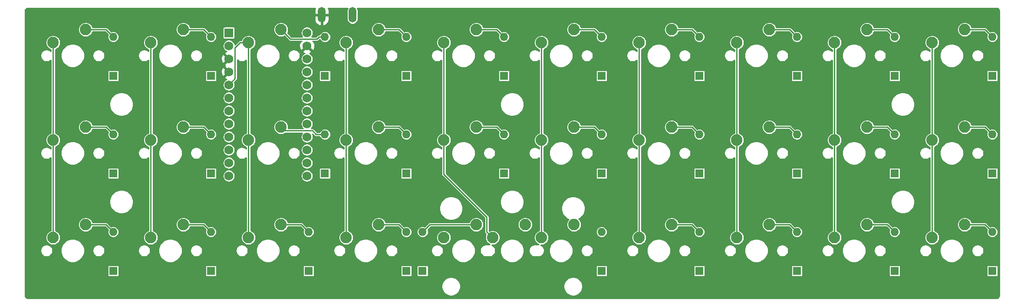
<source format=gbr>
G04 #@! TF.GenerationSoftware,KiCad,Pcbnew,(5.1.4)-1*
G04 #@! TF.CreationDate,2020-11-05T19:45:35-08:00*
G04 #@! TF.ProjectId,domino,646f6d69-6e6f-42e6-9b69-6361645f7063,rev?*
G04 #@! TF.SameCoordinates,Original*
G04 #@! TF.FileFunction,Copper,L1,Top*
G04 #@! TF.FilePolarity,Positive*
%FSLAX46Y46*%
G04 Gerber Fmt 4.6, Leading zero omitted, Abs format (unit mm)*
G04 Created by KiCad (PCBNEW (5.1.4)-1) date 2020-11-05 19:45:35*
%MOMM*%
%LPD*%
G04 APERTURE LIST*
%ADD10O,1.524000X3.000000*%
%ADD11O,1.600000X1.600000*%
%ADD12R,1.600000X1.600000*%
%ADD13C,2.250000*%
%ADD14C,1.752600*%
%ADD15R,1.752600X1.752600*%
%ADD16C,0.800000*%
%ADD17C,0.250000*%
%ADD18C,0.254000*%
G04 APERTURE END LIST*
D10*
X77612500Y-15081250D03*
X71612500Y-15081250D03*
D11*
X91281250Y-57467500D03*
D12*
X91281250Y-65087500D03*
D13*
X101758750Y-56038750D03*
X95408750Y-58578750D03*
X120808750Y-56038750D03*
X114458750Y-58578750D03*
D11*
X126206250Y-57467500D03*
D12*
X126206250Y-65087500D03*
D14*
X68738750Y-18573750D03*
X53498750Y-46513750D03*
X68738750Y-21113750D03*
X68738750Y-23653750D03*
X68738750Y-26193750D03*
X68738750Y-28733750D03*
X68738750Y-31273750D03*
X68738750Y-33813750D03*
X68738750Y-36353750D03*
X68738750Y-38893750D03*
X68738750Y-41433750D03*
X68738750Y-43973750D03*
X68738750Y-46513750D03*
X53498750Y-43973750D03*
X53498750Y-41433750D03*
X53498750Y-38893750D03*
X53498750Y-36353750D03*
X53498750Y-33813750D03*
X53498750Y-31273750D03*
X53498750Y-28733750D03*
X53498750Y-26193750D03*
X53498750Y-23653750D03*
X53498750Y-21113750D03*
D15*
X53498750Y-18573750D03*
D13*
X111283750Y-56038750D03*
X104933750Y-58578750D03*
X197008750Y-56038750D03*
X190658750Y-58578750D03*
X177958750Y-56038750D03*
X171608750Y-58578750D03*
X158908750Y-56038750D03*
X152558750Y-58578750D03*
X139858750Y-56038750D03*
X133508750Y-58578750D03*
X82708750Y-56038750D03*
X76358750Y-58578750D03*
X63658750Y-56038750D03*
X57308750Y-58578750D03*
X44608750Y-56038750D03*
X38258750Y-58578750D03*
X25558750Y-56038750D03*
X19208750Y-58578750D03*
X197008750Y-36988750D03*
X190658750Y-39528750D03*
X177958750Y-36988750D03*
X171608750Y-39528750D03*
X158908750Y-36988750D03*
X152558750Y-39528750D03*
X139858750Y-36988750D03*
X133508750Y-39528750D03*
X120808750Y-36988750D03*
X114458750Y-39528750D03*
X101758750Y-36988750D03*
X95408750Y-39528750D03*
X82708750Y-36988750D03*
X76358750Y-39528750D03*
X63658750Y-36988750D03*
X57308750Y-39528750D03*
X44608750Y-36988750D03*
X38258750Y-39528750D03*
X25558750Y-36988750D03*
X19208750Y-39528750D03*
X197008750Y-17938750D03*
X190658750Y-20478750D03*
X177958750Y-17938750D03*
X171608750Y-20478750D03*
X158908750Y-17938750D03*
X152558750Y-20478750D03*
X139858750Y-17938750D03*
X133508750Y-20478750D03*
X120808750Y-17938750D03*
X114458750Y-20478750D03*
X101758750Y-17938750D03*
X95408750Y-20478750D03*
X82708750Y-17938750D03*
X76358750Y-20478750D03*
X63658750Y-17938750D03*
X57308750Y-20478750D03*
X44608750Y-17938750D03*
X38258750Y-20478750D03*
X19208750Y-20478750D03*
X25558750Y-17938750D03*
D11*
X202406250Y-57467500D03*
D12*
X202406250Y-65087500D03*
D11*
X183356250Y-57467500D03*
D12*
X183356250Y-65087500D03*
D11*
X164306250Y-57467500D03*
D12*
X164306250Y-65087500D03*
D11*
X145256250Y-57467500D03*
D12*
X145256250Y-65087500D03*
D11*
X88106250Y-57467500D03*
D12*
X88106250Y-65087500D03*
D11*
X69056250Y-57467500D03*
D12*
X69056250Y-65087500D03*
D11*
X50006250Y-57467500D03*
D12*
X50006250Y-65087500D03*
D11*
X30956250Y-57467500D03*
D12*
X30956250Y-65087500D03*
D11*
X202406250Y-38417500D03*
D12*
X202406250Y-46037500D03*
D11*
X183356250Y-38417500D03*
D12*
X183356250Y-46037500D03*
D11*
X164306250Y-38417500D03*
D12*
X164306250Y-46037500D03*
D11*
X145256250Y-38417500D03*
D12*
X145256250Y-46037500D03*
D11*
X126206250Y-38417500D03*
D12*
X126206250Y-46037500D03*
D11*
X107156250Y-38417500D03*
D12*
X107156250Y-46037500D03*
D11*
X88106250Y-38417500D03*
D12*
X88106250Y-46037500D03*
D11*
X72231250Y-38417500D03*
D12*
X72231250Y-46037500D03*
D11*
X50006250Y-38417500D03*
D12*
X50006250Y-46037500D03*
D11*
X30956250Y-38417500D03*
D12*
X30956250Y-46037500D03*
D11*
X202406250Y-19367500D03*
D12*
X202406250Y-26987500D03*
D11*
X183356250Y-19367500D03*
D12*
X183356250Y-26987500D03*
D11*
X164306250Y-19367500D03*
D12*
X164306250Y-26987500D03*
D11*
X145256250Y-19367500D03*
D12*
X145256250Y-26987500D03*
D11*
X126206250Y-19367500D03*
D12*
X126206250Y-26987500D03*
D11*
X107156250Y-19367500D03*
D12*
X107156250Y-26987500D03*
D11*
X88106250Y-19367500D03*
D12*
X88106250Y-26987500D03*
D11*
X72231250Y-19367500D03*
D12*
X72231250Y-26987500D03*
D11*
X50006250Y-19367500D03*
D12*
X50006250Y-26987500D03*
D11*
X30956250Y-19367500D03*
D12*
X30956250Y-26987500D03*
D16*
X61118750Y-32543750D03*
X105568750Y-34131250D03*
D17*
X29527500Y-17938750D02*
X30956250Y-19367500D01*
X25558750Y-17938750D02*
X29527500Y-17938750D01*
X48577500Y-17938750D02*
X50006250Y-19367500D01*
X44608750Y-17938750D02*
X48577500Y-17938750D01*
X71099880Y-19367500D02*
X72231250Y-19367500D01*
X70692329Y-19775051D02*
X71099880Y-19367500D01*
X65495051Y-19775051D02*
X70692329Y-19775051D01*
X63658750Y-17938750D02*
X65495051Y-19775051D01*
X86677500Y-17938750D02*
X88106250Y-19367500D01*
X82708750Y-17938750D02*
X86677500Y-17938750D01*
X105727500Y-17938750D02*
X107156250Y-19367500D01*
X101758750Y-17938750D02*
X105727500Y-17938750D01*
X124777500Y-17938750D02*
X126206250Y-19367500D01*
X120808750Y-17938750D02*
X124777500Y-17938750D01*
X143827500Y-17938750D02*
X145256250Y-19367500D01*
X139858750Y-17938750D02*
X143827500Y-17938750D01*
X162877500Y-17938750D02*
X164306250Y-19367500D01*
X158908750Y-17938750D02*
X162877500Y-17938750D01*
X181927500Y-17938750D02*
X183356250Y-19367500D01*
X177958750Y-17938750D02*
X181927500Y-17938750D01*
X200977500Y-17938750D02*
X202406250Y-19367500D01*
X197008750Y-17938750D02*
X200977500Y-17938750D01*
X29527500Y-36988750D02*
X30956250Y-38417500D01*
X25558750Y-36988750D02*
X29527500Y-36988750D01*
X48577500Y-36988750D02*
X50006250Y-38417500D01*
X44608750Y-36988750D02*
X48577500Y-36988750D01*
X64362449Y-37692449D02*
X69792449Y-37692449D01*
X63658750Y-36988750D02*
X64362449Y-37692449D01*
X70517500Y-38417500D02*
X69792449Y-37692449D01*
X72231250Y-38417500D02*
X70517500Y-38417500D01*
X86677500Y-36988750D02*
X88106250Y-38417500D01*
X82708750Y-36988750D02*
X86677500Y-36988750D01*
X105727500Y-36988750D02*
X107156250Y-38417500D01*
X101758750Y-36988750D02*
X105727500Y-36988750D01*
X124777500Y-36988750D02*
X126206250Y-38417500D01*
X120808750Y-36988750D02*
X124777500Y-36988750D01*
X143827500Y-36988750D02*
X145256250Y-38417500D01*
X139858750Y-36988750D02*
X143827500Y-36988750D01*
X162877500Y-36988750D02*
X164306250Y-38417500D01*
X158908750Y-36988750D02*
X162877500Y-36988750D01*
X181927500Y-36988750D02*
X183356250Y-38417500D01*
X177958750Y-36988750D02*
X181927500Y-36988750D01*
X200977500Y-36988750D02*
X202406250Y-38417500D01*
X197008750Y-36988750D02*
X200977500Y-36988750D01*
X29527500Y-56038750D02*
X30956250Y-57467500D01*
X25558750Y-56038750D02*
X29527500Y-56038750D01*
X48577500Y-56038750D02*
X50006250Y-57467500D01*
X44608750Y-56038750D02*
X48577500Y-56038750D01*
X67627500Y-56038750D02*
X69056250Y-57467500D01*
X63658750Y-56038750D02*
X67627500Y-56038750D01*
X86677500Y-56038750D02*
X88106250Y-57467500D01*
X82708750Y-56038750D02*
X86677500Y-56038750D01*
X92710000Y-56038750D02*
X91281250Y-57467500D01*
X101758750Y-56038750D02*
X92710000Y-56038750D01*
X143827500Y-56038750D02*
X145256250Y-57467500D01*
X139858750Y-56038750D02*
X143827500Y-56038750D01*
X162877500Y-56038750D02*
X164306250Y-57467500D01*
X158908750Y-56038750D02*
X162877500Y-56038750D01*
X181927500Y-56038750D02*
X183356250Y-57467500D01*
X177958750Y-56038750D02*
X181927500Y-56038750D01*
X200977500Y-56038750D02*
X202406250Y-57467500D01*
X197008750Y-56038750D02*
X200977500Y-56038750D01*
X19208750Y-20478750D02*
X19208750Y-39528750D01*
X19208750Y-39528750D02*
X19208750Y-58578750D01*
X38258750Y-41562748D02*
X38258750Y-39528750D01*
X38258750Y-58578750D02*
X38258750Y-41562748D01*
X38258750Y-20478750D02*
X38258750Y-39528750D01*
X57308750Y-22069740D02*
X57308750Y-39528750D01*
X57308750Y-20478750D02*
X57308750Y-22069740D01*
X57308750Y-39528750D02*
X57308750Y-58578750D01*
X55717760Y-20478750D02*
X57308750Y-20478750D01*
X54700051Y-21496459D02*
X55717760Y-20478750D01*
X54700051Y-27532449D02*
X54700051Y-21496459D01*
X53498750Y-28733750D02*
X54700051Y-27532449D01*
X76358750Y-22069740D02*
X76358750Y-39528750D01*
X76358750Y-20478750D02*
X76358750Y-22069740D01*
X76358750Y-58578750D02*
X76358750Y-39528750D01*
X95408750Y-22069740D02*
X95408750Y-39528750D01*
X95408750Y-20478750D02*
X95408750Y-22069740D01*
X103808751Y-57453751D02*
X103808751Y-54608751D01*
X104933750Y-58578750D02*
X103808751Y-57453751D01*
X95408750Y-46208750D02*
X95408750Y-39528750D01*
X103808751Y-54608751D02*
X95408750Y-46208750D01*
X114458750Y-39528750D02*
X114458750Y-20478750D01*
X114458750Y-58578750D02*
X114458750Y-39528750D01*
X133508750Y-22069740D02*
X133508750Y-39528750D01*
X133508750Y-20478750D02*
X133508750Y-22069740D01*
X133508750Y-39528750D02*
X133508750Y-58578750D01*
X152558750Y-56987760D02*
X152558750Y-39528750D01*
X152558750Y-58578750D02*
X152558750Y-56987760D01*
X152558750Y-39528750D02*
X152558750Y-20478750D01*
X171608750Y-22069740D02*
X171608750Y-39528750D01*
X171608750Y-20478750D02*
X171608750Y-22069740D01*
X171608750Y-39528750D02*
X171608750Y-58578750D01*
X190658750Y-58578750D02*
X190658750Y-39528750D01*
X190658750Y-39528750D02*
X190658750Y-20478750D01*
D18*
G36*
X70267119Y-13946149D02*
G01*
X70215500Y-14216250D01*
X70215500Y-14954250D01*
X71485500Y-14954250D01*
X71485500Y-13745750D01*
X71739500Y-13745750D01*
X71739500Y-14954250D01*
X73009500Y-14954250D01*
X73009500Y-14216250D01*
X72957881Y-13946149D01*
X72876632Y-13745750D01*
X76697067Y-13745750D01*
X76601527Y-13924492D01*
X76539257Y-14129770D01*
X76523500Y-14289754D01*
X76523500Y-15872747D01*
X76539257Y-16032731D01*
X76601528Y-16238009D01*
X76702650Y-16427193D01*
X76838736Y-16593015D01*
X77004558Y-16729101D01*
X77193742Y-16830223D01*
X77399020Y-16892493D01*
X77612500Y-16913519D01*
X77825981Y-16892493D01*
X78031259Y-16830223D01*
X78220443Y-16729101D01*
X78386265Y-16593015D01*
X78522351Y-16427193D01*
X78623473Y-16238009D01*
X78685743Y-16032731D01*
X78701500Y-15872747D01*
X78701500Y-14289753D01*
X78685743Y-14129769D01*
X78623473Y-13924491D01*
X78527933Y-13745750D01*
X203187678Y-13745750D01*
X203304993Y-13757253D01*
X203405982Y-13787743D01*
X203499129Y-13837270D01*
X203580886Y-13903949D01*
X203648128Y-13985231D01*
X203698306Y-14078034D01*
X203729502Y-14178812D01*
X203741751Y-14295352D01*
X203741750Y-69837678D01*
X203730247Y-69954992D01*
X203699757Y-70055981D01*
X203650228Y-70149131D01*
X203583551Y-70230886D01*
X203502269Y-70298128D01*
X203409466Y-70348306D01*
X203308692Y-70379501D01*
X203192158Y-70391750D01*
X14299822Y-70391750D01*
X14182508Y-70380247D01*
X14081519Y-70349757D01*
X13988369Y-70300228D01*
X13906614Y-70233551D01*
X13839372Y-70152269D01*
X13789194Y-70059466D01*
X13757999Y-69958692D01*
X13745750Y-69842158D01*
X13745750Y-67921442D01*
X94986500Y-67921442D01*
X94986500Y-68286058D01*
X95057633Y-68643667D01*
X95197165Y-68980527D01*
X95399735Y-69283694D01*
X95657556Y-69541515D01*
X95960723Y-69744085D01*
X96297583Y-69883617D01*
X96655192Y-69954750D01*
X97019808Y-69954750D01*
X97377417Y-69883617D01*
X97714277Y-69744085D01*
X98017444Y-69541515D01*
X98275265Y-69283694D01*
X98477835Y-68980527D01*
X98617367Y-68643667D01*
X98688500Y-68286058D01*
X98688500Y-67921442D01*
X118799000Y-67921442D01*
X118799000Y-68286058D01*
X118870133Y-68643667D01*
X119009665Y-68980527D01*
X119212235Y-69283694D01*
X119470056Y-69541515D01*
X119773223Y-69744085D01*
X120110083Y-69883617D01*
X120467692Y-69954750D01*
X120832308Y-69954750D01*
X121189917Y-69883617D01*
X121526777Y-69744085D01*
X121829944Y-69541515D01*
X122087765Y-69283694D01*
X122290335Y-68980527D01*
X122429867Y-68643667D01*
X122501000Y-68286058D01*
X122501000Y-67921442D01*
X122429867Y-67563833D01*
X122290335Y-67226973D01*
X122087765Y-66923806D01*
X121829944Y-66665985D01*
X121526777Y-66463415D01*
X121189917Y-66323883D01*
X120832308Y-66252750D01*
X120467692Y-66252750D01*
X120110083Y-66323883D01*
X119773223Y-66463415D01*
X119470056Y-66665985D01*
X119212235Y-66923806D01*
X119009665Y-67226973D01*
X118870133Y-67563833D01*
X118799000Y-67921442D01*
X98688500Y-67921442D01*
X98617367Y-67563833D01*
X98477835Y-67226973D01*
X98275265Y-66923806D01*
X98017444Y-66665985D01*
X97714277Y-66463415D01*
X97377417Y-66323883D01*
X97019808Y-66252750D01*
X96655192Y-66252750D01*
X96297583Y-66323883D01*
X95960723Y-66463415D01*
X95657556Y-66665985D01*
X95399735Y-66923806D01*
X95197165Y-67226973D01*
X95057633Y-67563833D01*
X94986500Y-67921442D01*
X13745750Y-67921442D01*
X13745750Y-64287500D01*
X29827668Y-64287500D01*
X29827668Y-65887500D01*
X29833982Y-65951603D01*
X29852680Y-66013243D01*
X29883044Y-66070050D01*
X29923907Y-66119843D01*
X29973700Y-66160706D01*
X30030507Y-66191070D01*
X30092147Y-66209768D01*
X30156250Y-66216082D01*
X31756250Y-66216082D01*
X31820353Y-66209768D01*
X31881993Y-66191070D01*
X31938800Y-66160706D01*
X31988593Y-66119843D01*
X32029456Y-66070050D01*
X32059820Y-66013243D01*
X32078518Y-65951603D01*
X32084832Y-65887500D01*
X32084832Y-64287500D01*
X48877668Y-64287500D01*
X48877668Y-65887500D01*
X48883982Y-65951603D01*
X48902680Y-66013243D01*
X48933044Y-66070050D01*
X48973907Y-66119843D01*
X49023700Y-66160706D01*
X49080507Y-66191070D01*
X49142147Y-66209768D01*
X49206250Y-66216082D01*
X50806250Y-66216082D01*
X50870353Y-66209768D01*
X50931993Y-66191070D01*
X50988800Y-66160706D01*
X51038593Y-66119843D01*
X51079456Y-66070050D01*
X51109820Y-66013243D01*
X51128518Y-65951603D01*
X51134832Y-65887500D01*
X51134832Y-64287500D01*
X67927668Y-64287500D01*
X67927668Y-65887500D01*
X67933982Y-65951603D01*
X67952680Y-66013243D01*
X67983044Y-66070050D01*
X68023907Y-66119843D01*
X68073700Y-66160706D01*
X68130507Y-66191070D01*
X68192147Y-66209768D01*
X68256250Y-66216082D01*
X69856250Y-66216082D01*
X69920353Y-66209768D01*
X69981993Y-66191070D01*
X70038800Y-66160706D01*
X70088593Y-66119843D01*
X70129456Y-66070050D01*
X70159820Y-66013243D01*
X70178518Y-65951603D01*
X70184832Y-65887500D01*
X70184832Y-64287500D01*
X86977668Y-64287500D01*
X86977668Y-65887500D01*
X86983982Y-65951603D01*
X87002680Y-66013243D01*
X87033044Y-66070050D01*
X87073907Y-66119843D01*
X87123700Y-66160706D01*
X87180507Y-66191070D01*
X87242147Y-66209768D01*
X87306250Y-66216082D01*
X88906250Y-66216082D01*
X88970353Y-66209768D01*
X89031993Y-66191070D01*
X89088800Y-66160706D01*
X89138593Y-66119843D01*
X89179456Y-66070050D01*
X89209820Y-66013243D01*
X89228518Y-65951603D01*
X89234832Y-65887500D01*
X89234832Y-64287500D01*
X90152668Y-64287500D01*
X90152668Y-65887500D01*
X90158982Y-65951603D01*
X90177680Y-66013243D01*
X90208044Y-66070050D01*
X90248907Y-66119843D01*
X90298700Y-66160706D01*
X90355507Y-66191070D01*
X90417147Y-66209768D01*
X90481250Y-66216082D01*
X92081250Y-66216082D01*
X92145353Y-66209768D01*
X92206993Y-66191070D01*
X92263800Y-66160706D01*
X92313593Y-66119843D01*
X92354456Y-66070050D01*
X92384820Y-66013243D01*
X92403518Y-65951603D01*
X92409832Y-65887500D01*
X92409832Y-64287500D01*
X125077668Y-64287500D01*
X125077668Y-65887500D01*
X125083982Y-65951603D01*
X125102680Y-66013243D01*
X125133044Y-66070050D01*
X125173907Y-66119843D01*
X125223700Y-66160706D01*
X125280507Y-66191070D01*
X125342147Y-66209768D01*
X125406250Y-66216082D01*
X127006250Y-66216082D01*
X127070353Y-66209768D01*
X127131993Y-66191070D01*
X127188800Y-66160706D01*
X127238593Y-66119843D01*
X127279456Y-66070050D01*
X127309820Y-66013243D01*
X127328518Y-65951603D01*
X127334832Y-65887500D01*
X127334832Y-64287500D01*
X144127668Y-64287500D01*
X144127668Y-65887500D01*
X144133982Y-65951603D01*
X144152680Y-66013243D01*
X144183044Y-66070050D01*
X144223907Y-66119843D01*
X144273700Y-66160706D01*
X144330507Y-66191070D01*
X144392147Y-66209768D01*
X144456250Y-66216082D01*
X146056250Y-66216082D01*
X146120353Y-66209768D01*
X146181993Y-66191070D01*
X146238800Y-66160706D01*
X146288593Y-66119843D01*
X146329456Y-66070050D01*
X146359820Y-66013243D01*
X146378518Y-65951603D01*
X146384832Y-65887500D01*
X146384832Y-64287500D01*
X163177668Y-64287500D01*
X163177668Y-65887500D01*
X163183982Y-65951603D01*
X163202680Y-66013243D01*
X163233044Y-66070050D01*
X163273907Y-66119843D01*
X163323700Y-66160706D01*
X163380507Y-66191070D01*
X163442147Y-66209768D01*
X163506250Y-66216082D01*
X165106250Y-66216082D01*
X165170353Y-66209768D01*
X165231993Y-66191070D01*
X165288800Y-66160706D01*
X165338593Y-66119843D01*
X165379456Y-66070050D01*
X165409820Y-66013243D01*
X165428518Y-65951603D01*
X165434832Y-65887500D01*
X165434832Y-64287500D01*
X182227668Y-64287500D01*
X182227668Y-65887500D01*
X182233982Y-65951603D01*
X182252680Y-66013243D01*
X182283044Y-66070050D01*
X182323907Y-66119843D01*
X182373700Y-66160706D01*
X182430507Y-66191070D01*
X182492147Y-66209768D01*
X182556250Y-66216082D01*
X184156250Y-66216082D01*
X184220353Y-66209768D01*
X184281993Y-66191070D01*
X184338800Y-66160706D01*
X184388593Y-66119843D01*
X184429456Y-66070050D01*
X184459820Y-66013243D01*
X184478518Y-65951603D01*
X184484832Y-65887500D01*
X184484832Y-64287500D01*
X201277668Y-64287500D01*
X201277668Y-65887500D01*
X201283982Y-65951603D01*
X201302680Y-66013243D01*
X201333044Y-66070050D01*
X201373907Y-66119843D01*
X201423700Y-66160706D01*
X201480507Y-66191070D01*
X201542147Y-66209768D01*
X201606250Y-66216082D01*
X203206250Y-66216082D01*
X203270353Y-66209768D01*
X203331993Y-66191070D01*
X203388800Y-66160706D01*
X203438593Y-66119843D01*
X203479456Y-66070050D01*
X203509820Y-66013243D01*
X203528518Y-65951603D01*
X203534832Y-65887500D01*
X203534832Y-64287500D01*
X203528518Y-64223397D01*
X203509820Y-64161757D01*
X203479456Y-64104950D01*
X203438593Y-64055157D01*
X203388800Y-64014294D01*
X203331993Y-63983930D01*
X203270353Y-63965232D01*
X203206250Y-63958918D01*
X201606250Y-63958918D01*
X201542147Y-63965232D01*
X201480507Y-63983930D01*
X201423700Y-64014294D01*
X201373907Y-64055157D01*
X201333044Y-64104950D01*
X201302680Y-64161757D01*
X201283982Y-64223397D01*
X201277668Y-64287500D01*
X184484832Y-64287500D01*
X184478518Y-64223397D01*
X184459820Y-64161757D01*
X184429456Y-64104950D01*
X184388593Y-64055157D01*
X184338800Y-64014294D01*
X184281993Y-63983930D01*
X184220353Y-63965232D01*
X184156250Y-63958918D01*
X182556250Y-63958918D01*
X182492147Y-63965232D01*
X182430507Y-63983930D01*
X182373700Y-64014294D01*
X182323907Y-64055157D01*
X182283044Y-64104950D01*
X182252680Y-64161757D01*
X182233982Y-64223397D01*
X182227668Y-64287500D01*
X165434832Y-64287500D01*
X165428518Y-64223397D01*
X165409820Y-64161757D01*
X165379456Y-64104950D01*
X165338593Y-64055157D01*
X165288800Y-64014294D01*
X165231993Y-63983930D01*
X165170353Y-63965232D01*
X165106250Y-63958918D01*
X163506250Y-63958918D01*
X163442147Y-63965232D01*
X163380507Y-63983930D01*
X163323700Y-64014294D01*
X163273907Y-64055157D01*
X163233044Y-64104950D01*
X163202680Y-64161757D01*
X163183982Y-64223397D01*
X163177668Y-64287500D01*
X146384832Y-64287500D01*
X146378518Y-64223397D01*
X146359820Y-64161757D01*
X146329456Y-64104950D01*
X146288593Y-64055157D01*
X146238800Y-64014294D01*
X146181993Y-63983930D01*
X146120353Y-63965232D01*
X146056250Y-63958918D01*
X144456250Y-63958918D01*
X144392147Y-63965232D01*
X144330507Y-63983930D01*
X144273700Y-64014294D01*
X144223907Y-64055157D01*
X144183044Y-64104950D01*
X144152680Y-64161757D01*
X144133982Y-64223397D01*
X144127668Y-64287500D01*
X127334832Y-64287500D01*
X127328518Y-64223397D01*
X127309820Y-64161757D01*
X127279456Y-64104950D01*
X127238593Y-64055157D01*
X127188800Y-64014294D01*
X127131993Y-63983930D01*
X127070353Y-63965232D01*
X127006250Y-63958918D01*
X125406250Y-63958918D01*
X125342147Y-63965232D01*
X125280507Y-63983930D01*
X125223700Y-64014294D01*
X125173907Y-64055157D01*
X125133044Y-64104950D01*
X125102680Y-64161757D01*
X125083982Y-64223397D01*
X125077668Y-64287500D01*
X92409832Y-64287500D01*
X92403518Y-64223397D01*
X92384820Y-64161757D01*
X92354456Y-64104950D01*
X92313593Y-64055157D01*
X92263800Y-64014294D01*
X92206993Y-63983930D01*
X92145353Y-63965232D01*
X92081250Y-63958918D01*
X90481250Y-63958918D01*
X90417147Y-63965232D01*
X90355507Y-63983930D01*
X90298700Y-64014294D01*
X90248907Y-64055157D01*
X90208044Y-64104950D01*
X90177680Y-64161757D01*
X90158982Y-64223397D01*
X90152668Y-64287500D01*
X89234832Y-64287500D01*
X89228518Y-64223397D01*
X89209820Y-64161757D01*
X89179456Y-64104950D01*
X89138593Y-64055157D01*
X89088800Y-64014294D01*
X89031993Y-63983930D01*
X88970353Y-63965232D01*
X88906250Y-63958918D01*
X87306250Y-63958918D01*
X87242147Y-63965232D01*
X87180507Y-63983930D01*
X87123700Y-64014294D01*
X87073907Y-64055157D01*
X87033044Y-64104950D01*
X87002680Y-64161757D01*
X86983982Y-64223397D01*
X86977668Y-64287500D01*
X70184832Y-64287500D01*
X70178518Y-64223397D01*
X70159820Y-64161757D01*
X70129456Y-64104950D01*
X70088593Y-64055157D01*
X70038800Y-64014294D01*
X69981993Y-63983930D01*
X69920353Y-63965232D01*
X69856250Y-63958918D01*
X68256250Y-63958918D01*
X68192147Y-63965232D01*
X68130507Y-63983930D01*
X68073700Y-64014294D01*
X68023907Y-64055157D01*
X67983044Y-64104950D01*
X67952680Y-64161757D01*
X67933982Y-64223397D01*
X67927668Y-64287500D01*
X51134832Y-64287500D01*
X51128518Y-64223397D01*
X51109820Y-64161757D01*
X51079456Y-64104950D01*
X51038593Y-64055157D01*
X50988800Y-64014294D01*
X50931993Y-63983930D01*
X50870353Y-63965232D01*
X50806250Y-63958918D01*
X49206250Y-63958918D01*
X49142147Y-63965232D01*
X49080507Y-63983930D01*
X49023700Y-64014294D01*
X48973907Y-64055157D01*
X48933044Y-64104950D01*
X48902680Y-64161757D01*
X48883982Y-64223397D01*
X48877668Y-64287500D01*
X32084832Y-64287500D01*
X32078518Y-64223397D01*
X32059820Y-64161757D01*
X32029456Y-64104950D01*
X31988593Y-64055157D01*
X31938800Y-64014294D01*
X31881993Y-63983930D01*
X31820353Y-63965232D01*
X31756250Y-63958918D01*
X30156250Y-63958918D01*
X30092147Y-63965232D01*
X30030507Y-63983930D01*
X29973700Y-64014294D01*
X29923907Y-64055157D01*
X29883044Y-64104950D01*
X29852680Y-64161757D01*
X29833982Y-64223397D01*
X29827668Y-64287500D01*
X13745750Y-64287500D01*
X13745750Y-61000363D01*
X16736750Y-61000363D01*
X16736750Y-61237137D01*
X16782942Y-61469360D01*
X16873551Y-61688111D01*
X17005096Y-61884980D01*
X17172520Y-62052404D01*
X17369389Y-62183949D01*
X17588140Y-62274558D01*
X17820363Y-62320750D01*
X18057137Y-62320750D01*
X18289360Y-62274558D01*
X18508111Y-62183949D01*
X18704980Y-62052404D01*
X18872404Y-61884980D01*
X19003949Y-61688111D01*
X19094558Y-61469360D01*
X19140750Y-61237137D01*
X19140750Y-61000363D01*
X19118830Y-60890161D01*
X20697850Y-60890161D01*
X20697850Y-61347339D01*
X20787041Y-61795732D01*
X20961995Y-62218108D01*
X21215989Y-62598238D01*
X21539262Y-62921511D01*
X21919392Y-63175505D01*
X22341768Y-63350459D01*
X22790161Y-63439650D01*
X23247339Y-63439650D01*
X23695732Y-63350459D01*
X24118108Y-63175505D01*
X24498238Y-62921511D01*
X24821511Y-62598238D01*
X25075505Y-62218108D01*
X25250459Y-61795732D01*
X25339650Y-61347339D01*
X25339650Y-61000363D01*
X26896750Y-61000363D01*
X26896750Y-61237137D01*
X26942942Y-61469360D01*
X27033551Y-61688111D01*
X27165096Y-61884980D01*
X27332520Y-62052404D01*
X27529389Y-62183949D01*
X27748140Y-62274558D01*
X27980363Y-62320750D01*
X28217137Y-62320750D01*
X28449360Y-62274558D01*
X28668111Y-62183949D01*
X28864980Y-62052404D01*
X29032404Y-61884980D01*
X29163949Y-61688111D01*
X29254558Y-61469360D01*
X29300750Y-61237137D01*
X29300750Y-61000363D01*
X35786750Y-61000363D01*
X35786750Y-61237137D01*
X35832942Y-61469360D01*
X35923551Y-61688111D01*
X36055096Y-61884980D01*
X36222520Y-62052404D01*
X36419389Y-62183949D01*
X36638140Y-62274558D01*
X36870363Y-62320750D01*
X37107137Y-62320750D01*
X37339360Y-62274558D01*
X37558111Y-62183949D01*
X37754980Y-62052404D01*
X37922404Y-61884980D01*
X38053949Y-61688111D01*
X38144558Y-61469360D01*
X38190750Y-61237137D01*
X38190750Y-61000363D01*
X38168830Y-60890161D01*
X39747850Y-60890161D01*
X39747850Y-61347339D01*
X39837041Y-61795732D01*
X40011995Y-62218108D01*
X40265989Y-62598238D01*
X40589262Y-62921511D01*
X40969392Y-63175505D01*
X41391768Y-63350459D01*
X41840161Y-63439650D01*
X42297339Y-63439650D01*
X42745732Y-63350459D01*
X43168108Y-63175505D01*
X43548238Y-62921511D01*
X43871511Y-62598238D01*
X44125505Y-62218108D01*
X44300459Y-61795732D01*
X44389650Y-61347339D01*
X44389650Y-61000363D01*
X45946750Y-61000363D01*
X45946750Y-61237137D01*
X45992942Y-61469360D01*
X46083551Y-61688111D01*
X46215096Y-61884980D01*
X46382520Y-62052404D01*
X46579389Y-62183949D01*
X46798140Y-62274558D01*
X47030363Y-62320750D01*
X47267137Y-62320750D01*
X47499360Y-62274558D01*
X47718111Y-62183949D01*
X47914980Y-62052404D01*
X48082404Y-61884980D01*
X48213949Y-61688111D01*
X48304558Y-61469360D01*
X48350750Y-61237137D01*
X48350750Y-61000363D01*
X54836750Y-61000363D01*
X54836750Y-61237137D01*
X54882942Y-61469360D01*
X54973551Y-61688111D01*
X55105096Y-61884980D01*
X55272520Y-62052404D01*
X55469389Y-62183949D01*
X55688140Y-62274558D01*
X55920363Y-62320750D01*
X56157137Y-62320750D01*
X56389360Y-62274558D01*
X56608111Y-62183949D01*
X56804980Y-62052404D01*
X56972404Y-61884980D01*
X57103949Y-61688111D01*
X57194558Y-61469360D01*
X57240750Y-61237137D01*
X57240750Y-61000363D01*
X57218830Y-60890161D01*
X58797850Y-60890161D01*
X58797850Y-61347339D01*
X58887041Y-61795732D01*
X59061995Y-62218108D01*
X59315989Y-62598238D01*
X59639262Y-62921511D01*
X60019392Y-63175505D01*
X60441768Y-63350459D01*
X60890161Y-63439650D01*
X61347339Y-63439650D01*
X61795732Y-63350459D01*
X62218108Y-63175505D01*
X62598238Y-62921511D01*
X62921511Y-62598238D01*
X63175505Y-62218108D01*
X63350459Y-61795732D01*
X63439650Y-61347339D01*
X63439650Y-61000363D01*
X64996750Y-61000363D01*
X64996750Y-61237137D01*
X65042942Y-61469360D01*
X65133551Y-61688111D01*
X65265096Y-61884980D01*
X65432520Y-62052404D01*
X65629389Y-62183949D01*
X65848140Y-62274558D01*
X66080363Y-62320750D01*
X66317137Y-62320750D01*
X66549360Y-62274558D01*
X66768111Y-62183949D01*
X66964980Y-62052404D01*
X67132404Y-61884980D01*
X67263949Y-61688111D01*
X67354558Y-61469360D01*
X67400750Y-61237137D01*
X67400750Y-61000363D01*
X73886750Y-61000363D01*
X73886750Y-61237137D01*
X73932942Y-61469360D01*
X74023551Y-61688111D01*
X74155096Y-61884980D01*
X74322520Y-62052404D01*
X74519389Y-62183949D01*
X74738140Y-62274558D01*
X74970363Y-62320750D01*
X75207137Y-62320750D01*
X75439360Y-62274558D01*
X75658111Y-62183949D01*
X75854980Y-62052404D01*
X76022404Y-61884980D01*
X76153949Y-61688111D01*
X76244558Y-61469360D01*
X76290750Y-61237137D01*
X76290750Y-61000363D01*
X76268830Y-60890161D01*
X77847850Y-60890161D01*
X77847850Y-61347339D01*
X77937041Y-61795732D01*
X78111995Y-62218108D01*
X78365989Y-62598238D01*
X78689262Y-62921511D01*
X79069392Y-63175505D01*
X79491768Y-63350459D01*
X79940161Y-63439650D01*
X80397339Y-63439650D01*
X80845732Y-63350459D01*
X81268108Y-63175505D01*
X81648238Y-62921511D01*
X81971511Y-62598238D01*
X82225505Y-62218108D01*
X82400459Y-61795732D01*
X82489650Y-61347339D01*
X82489650Y-61000363D01*
X84046750Y-61000363D01*
X84046750Y-61237137D01*
X84092942Y-61469360D01*
X84183551Y-61688111D01*
X84315096Y-61884980D01*
X84482520Y-62052404D01*
X84679389Y-62183949D01*
X84898140Y-62274558D01*
X85130363Y-62320750D01*
X85367137Y-62320750D01*
X85599360Y-62274558D01*
X85818111Y-62183949D01*
X86014980Y-62052404D01*
X86182404Y-61884980D01*
X86313949Y-61688111D01*
X86404558Y-61469360D01*
X86450750Y-61237137D01*
X86450750Y-61000363D01*
X92936750Y-61000363D01*
X92936750Y-61237137D01*
X92982942Y-61469360D01*
X93073551Y-61688111D01*
X93205096Y-61884980D01*
X93372520Y-62052404D01*
X93569389Y-62183949D01*
X93788140Y-62274558D01*
X94020363Y-62320750D01*
X94257137Y-62320750D01*
X94489360Y-62274558D01*
X94708111Y-62183949D01*
X94904980Y-62052404D01*
X95072404Y-61884980D01*
X95203949Y-61688111D01*
X95294558Y-61469360D01*
X95340750Y-61237137D01*
X95340750Y-61000363D01*
X95318830Y-60890161D01*
X96897850Y-60890161D01*
X96897850Y-61347339D01*
X96987041Y-61795732D01*
X97161995Y-62218108D01*
X97415989Y-62598238D01*
X97739262Y-62921511D01*
X98119392Y-63175505D01*
X98541768Y-63350459D01*
X98990161Y-63439650D01*
X99447339Y-63439650D01*
X99895732Y-63350459D01*
X100318108Y-63175505D01*
X100698238Y-62921511D01*
X101021511Y-62598238D01*
X101275505Y-62218108D01*
X101450459Y-61795732D01*
X101539650Y-61347339D01*
X101539650Y-60890161D01*
X101450459Y-60441768D01*
X101275505Y-60019392D01*
X101021511Y-59639262D01*
X100698238Y-59315989D01*
X100318108Y-59061995D01*
X99895732Y-58887041D01*
X99447339Y-58797850D01*
X98990161Y-58797850D01*
X98541768Y-58887041D01*
X98119392Y-59061995D01*
X97739262Y-59315989D01*
X97415989Y-59639262D01*
X97161995Y-60019392D01*
X96987041Y-60441768D01*
X96897850Y-60890161D01*
X95318830Y-60890161D01*
X95294558Y-60768140D01*
X95203949Y-60549389D01*
X95072404Y-60352520D01*
X94904980Y-60185096D01*
X94708111Y-60053551D01*
X94489360Y-59962942D01*
X94257137Y-59916750D01*
X94020363Y-59916750D01*
X93788140Y-59962942D01*
X93569389Y-60053551D01*
X93372520Y-60185096D01*
X93205096Y-60352520D01*
X93073551Y-60549389D01*
X92982942Y-60768140D01*
X92936750Y-61000363D01*
X86450750Y-61000363D01*
X86404558Y-60768140D01*
X86313949Y-60549389D01*
X86182404Y-60352520D01*
X86014980Y-60185096D01*
X85818111Y-60053551D01*
X85599360Y-59962942D01*
X85367137Y-59916750D01*
X85130363Y-59916750D01*
X84898140Y-59962942D01*
X84679389Y-60053551D01*
X84482520Y-60185096D01*
X84315096Y-60352520D01*
X84183551Y-60549389D01*
X84092942Y-60768140D01*
X84046750Y-61000363D01*
X82489650Y-61000363D01*
X82489650Y-60890161D01*
X82400459Y-60441768D01*
X82225505Y-60019392D01*
X81971511Y-59639262D01*
X81648238Y-59315989D01*
X81268108Y-59061995D01*
X80845732Y-58887041D01*
X80397339Y-58797850D01*
X79940161Y-58797850D01*
X79491768Y-58887041D01*
X79069392Y-59061995D01*
X78689262Y-59315989D01*
X78365989Y-59639262D01*
X78111995Y-60019392D01*
X77937041Y-60441768D01*
X77847850Y-60890161D01*
X76268830Y-60890161D01*
X76244558Y-60768140D01*
X76153949Y-60549389D01*
X76022404Y-60352520D01*
X75854980Y-60185096D01*
X75658111Y-60053551D01*
X75439360Y-59962942D01*
X75207137Y-59916750D01*
X74970363Y-59916750D01*
X74738140Y-59962942D01*
X74519389Y-60053551D01*
X74322520Y-60185096D01*
X74155096Y-60352520D01*
X74023551Y-60549389D01*
X73932942Y-60768140D01*
X73886750Y-61000363D01*
X67400750Y-61000363D01*
X67354558Y-60768140D01*
X67263949Y-60549389D01*
X67132404Y-60352520D01*
X66964980Y-60185096D01*
X66768111Y-60053551D01*
X66549360Y-59962942D01*
X66317137Y-59916750D01*
X66080363Y-59916750D01*
X65848140Y-59962942D01*
X65629389Y-60053551D01*
X65432520Y-60185096D01*
X65265096Y-60352520D01*
X65133551Y-60549389D01*
X65042942Y-60768140D01*
X64996750Y-61000363D01*
X63439650Y-61000363D01*
X63439650Y-60890161D01*
X63350459Y-60441768D01*
X63175505Y-60019392D01*
X62921511Y-59639262D01*
X62598238Y-59315989D01*
X62218108Y-59061995D01*
X61795732Y-58887041D01*
X61347339Y-58797850D01*
X60890161Y-58797850D01*
X60441768Y-58887041D01*
X60019392Y-59061995D01*
X59639262Y-59315989D01*
X59315989Y-59639262D01*
X59061995Y-60019392D01*
X58887041Y-60441768D01*
X58797850Y-60890161D01*
X57218830Y-60890161D01*
X57194558Y-60768140D01*
X57103949Y-60549389D01*
X56972404Y-60352520D01*
X56804980Y-60185096D01*
X56608111Y-60053551D01*
X56389360Y-59962942D01*
X56157137Y-59916750D01*
X55920363Y-59916750D01*
X55688140Y-59962942D01*
X55469389Y-60053551D01*
X55272520Y-60185096D01*
X55105096Y-60352520D01*
X54973551Y-60549389D01*
X54882942Y-60768140D01*
X54836750Y-61000363D01*
X48350750Y-61000363D01*
X48304558Y-60768140D01*
X48213949Y-60549389D01*
X48082404Y-60352520D01*
X47914980Y-60185096D01*
X47718111Y-60053551D01*
X47499360Y-59962942D01*
X47267137Y-59916750D01*
X47030363Y-59916750D01*
X46798140Y-59962942D01*
X46579389Y-60053551D01*
X46382520Y-60185096D01*
X46215096Y-60352520D01*
X46083551Y-60549389D01*
X45992942Y-60768140D01*
X45946750Y-61000363D01*
X44389650Y-61000363D01*
X44389650Y-60890161D01*
X44300459Y-60441768D01*
X44125505Y-60019392D01*
X43871511Y-59639262D01*
X43548238Y-59315989D01*
X43168108Y-59061995D01*
X42745732Y-58887041D01*
X42297339Y-58797850D01*
X41840161Y-58797850D01*
X41391768Y-58887041D01*
X40969392Y-59061995D01*
X40589262Y-59315989D01*
X40265989Y-59639262D01*
X40011995Y-60019392D01*
X39837041Y-60441768D01*
X39747850Y-60890161D01*
X38168830Y-60890161D01*
X38144558Y-60768140D01*
X38053949Y-60549389D01*
X37922404Y-60352520D01*
X37754980Y-60185096D01*
X37558111Y-60053551D01*
X37339360Y-59962942D01*
X37107137Y-59916750D01*
X36870363Y-59916750D01*
X36638140Y-59962942D01*
X36419389Y-60053551D01*
X36222520Y-60185096D01*
X36055096Y-60352520D01*
X35923551Y-60549389D01*
X35832942Y-60768140D01*
X35786750Y-61000363D01*
X29300750Y-61000363D01*
X29254558Y-60768140D01*
X29163949Y-60549389D01*
X29032404Y-60352520D01*
X28864980Y-60185096D01*
X28668111Y-60053551D01*
X28449360Y-59962942D01*
X28217137Y-59916750D01*
X27980363Y-59916750D01*
X27748140Y-59962942D01*
X27529389Y-60053551D01*
X27332520Y-60185096D01*
X27165096Y-60352520D01*
X27033551Y-60549389D01*
X26942942Y-60768140D01*
X26896750Y-61000363D01*
X25339650Y-61000363D01*
X25339650Y-60890161D01*
X25250459Y-60441768D01*
X25075505Y-60019392D01*
X24821511Y-59639262D01*
X24498238Y-59315989D01*
X24118108Y-59061995D01*
X23695732Y-58887041D01*
X23247339Y-58797850D01*
X22790161Y-58797850D01*
X22341768Y-58887041D01*
X21919392Y-59061995D01*
X21539262Y-59315989D01*
X21215989Y-59639262D01*
X20961995Y-60019392D01*
X20787041Y-60441768D01*
X20697850Y-60890161D01*
X19118830Y-60890161D01*
X19094558Y-60768140D01*
X19003949Y-60549389D01*
X18872404Y-60352520D01*
X18704980Y-60185096D01*
X18508111Y-60053551D01*
X18289360Y-59962942D01*
X18057137Y-59916750D01*
X17820363Y-59916750D01*
X17588140Y-59962942D01*
X17369389Y-60053551D01*
X17172520Y-60185096D01*
X17005096Y-60352520D01*
X16873551Y-60549389D01*
X16782942Y-60768140D01*
X16736750Y-61000363D01*
X13745750Y-61000363D01*
X13745750Y-22900363D01*
X16736750Y-22900363D01*
X16736750Y-23137137D01*
X16782942Y-23369360D01*
X16873551Y-23588111D01*
X17005096Y-23784980D01*
X17172520Y-23952404D01*
X17369389Y-24083949D01*
X17588140Y-24174558D01*
X17820363Y-24220750D01*
X18057137Y-24220750D01*
X18289360Y-24174558D01*
X18508111Y-24083949D01*
X18704980Y-23952404D01*
X18756750Y-23900634D01*
X18756751Y-38144340D01*
X18520970Y-38242004D01*
X18283154Y-38400908D01*
X18080908Y-38603154D01*
X17922004Y-38840970D01*
X17812549Y-39105217D01*
X17756750Y-39385740D01*
X17756750Y-39671760D01*
X17812549Y-39952283D01*
X17922004Y-40216530D01*
X18080908Y-40454346D01*
X18283154Y-40656592D01*
X18520970Y-40815496D01*
X18756750Y-40913160D01*
X18756750Y-41186866D01*
X18704980Y-41135096D01*
X18508111Y-41003551D01*
X18289360Y-40912942D01*
X18057137Y-40866750D01*
X17820363Y-40866750D01*
X17588140Y-40912942D01*
X17369389Y-41003551D01*
X17172520Y-41135096D01*
X17005096Y-41302520D01*
X16873551Y-41499389D01*
X16782942Y-41718140D01*
X16736750Y-41950363D01*
X16736750Y-42187137D01*
X16782942Y-42419360D01*
X16873551Y-42638111D01*
X17005096Y-42834980D01*
X17172520Y-43002404D01*
X17369389Y-43133949D01*
X17588140Y-43224558D01*
X17820363Y-43270750D01*
X18057137Y-43270750D01*
X18289360Y-43224558D01*
X18508111Y-43133949D01*
X18704980Y-43002404D01*
X18756750Y-42950634D01*
X18756751Y-57194340D01*
X18520970Y-57292004D01*
X18283154Y-57450908D01*
X18080908Y-57653154D01*
X17922004Y-57890970D01*
X17812549Y-58155217D01*
X17756750Y-58435740D01*
X17756750Y-58721760D01*
X17812549Y-59002283D01*
X17922004Y-59266530D01*
X18080908Y-59504346D01*
X18283154Y-59706592D01*
X18520970Y-59865496D01*
X18785217Y-59974951D01*
X19065740Y-60030750D01*
X19351760Y-60030750D01*
X19632283Y-59974951D01*
X19896530Y-59865496D01*
X20134346Y-59706592D01*
X20336592Y-59504346D01*
X20495496Y-59266530D01*
X20604951Y-59002283D01*
X20660750Y-58721760D01*
X20660750Y-58435740D01*
X20604951Y-58155217D01*
X20495496Y-57890970D01*
X20336592Y-57653154D01*
X20134346Y-57450908D01*
X19896530Y-57292004D01*
X19660750Y-57194340D01*
X19660750Y-55895740D01*
X24106750Y-55895740D01*
X24106750Y-56181760D01*
X24162549Y-56462283D01*
X24272004Y-56726530D01*
X24430908Y-56964346D01*
X24633154Y-57166592D01*
X24870970Y-57325496D01*
X25135217Y-57434951D01*
X25415740Y-57490750D01*
X25701760Y-57490750D01*
X25982283Y-57434951D01*
X26246530Y-57325496D01*
X26484346Y-57166592D01*
X26686592Y-56964346D01*
X26845496Y-56726530D01*
X26943160Y-56490750D01*
X29340277Y-56490750D01*
X29903868Y-57054342D01*
X29845557Y-57246569D01*
X29823797Y-57467500D01*
X29845557Y-57688431D01*
X29910000Y-57900871D01*
X30014650Y-58096657D01*
X30155485Y-58268265D01*
X30327093Y-58409100D01*
X30522879Y-58513750D01*
X30735319Y-58578193D01*
X30900885Y-58594500D01*
X31011615Y-58594500D01*
X31177181Y-58578193D01*
X31389621Y-58513750D01*
X31585407Y-58409100D01*
X31757015Y-58268265D01*
X31897850Y-58096657D01*
X32002500Y-57900871D01*
X32066943Y-57688431D01*
X32088703Y-57467500D01*
X32066943Y-57246569D01*
X32002500Y-57034129D01*
X31897850Y-56838343D01*
X31757015Y-56666735D01*
X31585407Y-56525900D01*
X31389621Y-56421250D01*
X31177181Y-56356807D01*
X31011615Y-56340500D01*
X30900885Y-56340500D01*
X30735319Y-56356807D01*
X30543092Y-56415118D01*
X29862823Y-55734850D01*
X29848659Y-55717591D01*
X29779833Y-55661107D01*
X29701310Y-55619136D01*
X29616107Y-55593290D01*
X29549705Y-55586750D01*
X29527500Y-55584563D01*
X29505295Y-55586750D01*
X26943160Y-55586750D01*
X26845496Y-55350970D01*
X26686592Y-55113154D01*
X26484346Y-54910908D01*
X26246530Y-54752004D01*
X25982283Y-54642549D01*
X25701760Y-54586750D01*
X25415740Y-54586750D01*
X25135217Y-54642549D01*
X24870970Y-54752004D01*
X24633154Y-54910908D01*
X24430908Y-55113154D01*
X24272004Y-55350970D01*
X24162549Y-55615217D01*
X24106750Y-55895740D01*
X19660750Y-55895740D01*
X19660750Y-51364561D01*
X30216750Y-51364561D01*
X30216750Y-51822939D01*
X30306176Y-52272511D01*
X30481590Y-52695998D01*
X30736251Y-53077126D01*
X31060374Y-53401249D01*
X31441502Y-53655910D01*
X31864989Y-53831324D01*
X32314561Y-53920750D01*
X32772939Y-53920750D01*
X33222511Y-53831324D01*
X33645998Y-53655910D01*
X34027126Y-53401249D01*
X34351249Y-53077126D01*
X34605910Y-52695998D01*
X34781324Y-52272511D01*
X34870750Y-51822939D01*
X34870750Y-51364561D01*
X34781324Y-50914989D01*
X34605910Y-50491502D01*
X34351249Y-50110374D01*
X34027126Y-49786251D01*
X33645998Y-49531590D01*
X33222511Y-49356176D01*
X32772939Y-49266750D01*
X32314561Y-49266750D01*
X31864989Y-49356176D01*
X31441502Y-49531590D01*
X31060374Y-49786251D01*
X30736251Y-50110374D01*
X30481590Y-50491502D01*
X30306176Y-50914989D01*
X30216750Y-51364561D01*
X19660750Y-51364561D01*
X19660750Y-45237500D01*
X29827668Y-45237500D01*
X29827668Y-46837500D01*
X29833982Y-46901603D01*
X29852680Y-46963243D01*
X29883044Y-47020050D01*
X29923907Y-47069843D01*
X29973700Y-47110706D01*
X30030507Y-47141070D01*
X30092147Y-47159768D01*
X30156250Y-47166082D01*
X31756250Y-47166082D01*
X31820353Y-47159768D01*
X31881993Y-47141070D01*
X31938800Y-47110706D01*
X31988593Y-47069843D01*
X32029456Y-47020050D01*
X32059820Y-46963243D01*
X32078518Y-46901603D01*
X32084832Y-46837500D01*
X32084832Y-45237500D01*
X32078518Y-45173397D01*
X32059820Y-45111757D01*
X32029456Y-45054950D01*
X31988593Y-45005157D01*
X31938800Y-44964294D01*
X31881993Y-44933930D01*
X31820353Y-44915232D01*
X31756250Y-44908918D01*
X30156250Y-44908918D01*
X30092147Y-44915232D01*
X30030507Y-44933930D01*
X29973700Y-44964294D01*
X29923907Y-45005157D01*
X29883044Y-45054950D01*
X29852680Y-45111757D01*
X29833982Y-45173397D01*
X29827668Y-45237500D01*
X19660750Y-45237500D01*
X19660750Y-41840161D01*
X20697850Y-41840161D01*
X20697850Y-42297339D01*
X20787041Y-42745732D01*
X20961995Y-43168108D01*
X21215989Y-43548238D01*
X21539262Y-43871511D01*
X21919392Y-44125505D01*
X22341768Y-44300459D01*
X22790161Y-44389650D01*
X23247339Y-44389650D01*
X23695732Y-44300459D01*
X24118108Y-44125505D01*
X24498238Y-43871511D01*
X24821511Y-43548238D01*
X25075505Y-43168108D01*
X25250459Y-42745732D01*
X25339650Y-42297339D01*
X25339650Y-41950363D01*
X26896750Y-41950363D01*
X26896750Y-42187137D01*
X26942942Y-42419360D01*
X27033551Y-42638111D01*
X27165096Y-42834980D01*
X27332520Y-43002404D01*
X27529389Y-43133949D01*
X27748140Y-43224558D01*
X27980363Y-43270750D01*
X28217137Y-43270750D01*
X28449360Y-43224558D01*
X28668111Y-43133949D01*
X28864980Y-43002404D01*
X29032404Y-42834980D01*
X29163949Y-42638111D01*
X29254558Y-42419360D01*
X29300750Y-42187137D01*
X29300750Y-41950363D01*
X29254558Y-41718140D01*
X29163949Y-41499389D01*
X29032404Y-41302520D01*
X28864980Y-41135096D01*
X28668111Y-41003551D01*
X28449360Y-40912942D01*
X28217137Y-40866750D01*
X27980363Y-40866750D01*
X27748140Y-40912942D01*
X27529389Y-41003551D01*
X27332520Y-41135096D01*
X27165096Y-41302520D01*
X27033551Y-41499389D01*
X26942942Y-41718140D01*
X26896750Y-41950363D01*
X25339650Y-41950363D01*
X25339650Y-41840161D01*
X25250459Y-41391768D01*
X25075505Y-40969392D01*
X24821511Y-40589262D01*
X24498238Y-40265989D01*
X24118108Y-40011995D01*
X23695732Y-39837041D01*
X23247339Y-39747850D01*
X22790161Y-39747850D01*
X22341768Y-39837041D01*
X21919392Y-40011995D01*
X21539262Y-40265989D01*
X21215989Y-40589262D01*
X20961995Y-40969392D01*
X20787041Y-41391768D01*
X20697850Y-41840161D01*
X19660750Y-41840161D01*
X19660750Y-40913160D01*
X19896530Y-40815496D01*
X20134346Y-40656592D01*
X20336592Y-40454346D01*
X20495496Y-40216530D01*
X20604951Y-39952283D01*
X20660750Y-39671760D01*
X20660750Y-39385740D01*
X20604951Y-39105217D01*
X20495496Y-38840970D01*
X20336592Y-38603154D01*
X20134346Y-38400908D01*
X19896530Y-38242004D01*
X19660750Y-38144340D01*
X19660750Y-36845740D01*
X24106750Y-36845740D01*
X24106750Y-37131760D01*
X24162549Y-37412283D01*
X24272004Y-37676530D01*
X24430908Y-37914346D01*
X24633154Y-38116592D01*
X24870970Y-38275496D01*
X25135217Y-38384951D01*
X25415740Y-38440750D01*
X25701760Y-38440750D01*
X25982283Y-38384951D01*
X26246530Y-38275496D01*
X26484346Y-38116592D01*
X26686592Y-37914346D01*
X26845496Y-37676530D01*
X26943160Y-37440750D01*
X29340277Y-37440750D01*
X29903868Y-38004342D01*
X29845557Y-38196569D01*
X29823797Y-38417500D01*
X29845557Y-38638431D01*
X29910000Y-38850871D01*
X30014650Y-39046657D01*
X30155485Y-39218265D01*
X30327093Y-39359100D01*
X30522879Y-39463750D01*
X30735319Y-39528193D01*
X30900885Y-39544500D01*
X31011615Y-39544500D01*
X31177181Y-39528193D01*
X31389621Y-39463750D01*
X31585407Y-39359100D01*
X31757015Y-39218265D01*
X31897850Y-39046657D01*
X32002500Y-38850871D01*
X32066943Y-38638431D01*
X32088703Y-38417500D01*
X32066943Y-38196569D01*
X32002500Y-37984129D01*
X31897850Y-37788343D01*
X31757015Y-37616735D01*
X31585407Y-37475900D01*
X31389621Y-37371250D01*
X31177181Y-37306807D01*
X31011615Y-37290500D01*
X30900885Y-37290500D01*
X30735319Y-37306807D01*
X30543092Y-37365118D01*
X29862823Y-36684850D01*
X29848659Y-36667591D01*
X29779833Y-36611107D01*
X29701310Y-36569136D01*
X29616107Y-36543290D01*
X29549705Y-36536750D01*
X29527500Y-36534563D01*
X29505295Y-36536750D01*
X26943160Y-36536750D01*
X26845496Y-36300970D01*
X26686592Y-36063154D01*
X26484346Y-35860908D01*
X26246530Y-35702004D01*
X25982283Y-35592549D01*
X25701760Y-35536750D01*
X25415740Y-35536750D01*
X25135217Y-35592549D01*
X24870970Y-35702004D01*
X24633154Y-35860908D01*
X24430908Y-36063154D01*
X24272004Y-36300970D01*
X24162549Y-36565217D01*
X24106750Y-36845740D01*
X19660750Y-36845740D01*
X19660750Y-32314561D01*
X30216750Y-32314561D01*
X30216750Y-32772939D01*
X30306176Y-33222511D01*
X30481590Y-33645998D01*
X30736251Y-34027126D01*
X31060374Y-34351249D01*
X31441502Y-34605910D01*
X31864989Y-34781324D01*
X32314561Y-34870750D01*
X32772939Y-34870750D01*
X33222511Y-34781324D01*
X33645998Y-34605910D01*
X34027126Y-34351249D01*
X34351249Y-34027126D01*
X34605910Y-33645998D01*
X34781324Y-33222511D01*
X34870750Y-32772939D01*
X34870750Y-32314561D01*
X34781324Y-31864989D01*
X34605910Y-31441502D01*
X34351249Y-31060374D01*
X34027126Y-30736251D01*
X33645998Y-30481590D01*
X33222511Y-30306176D01*
X32772939Y-30216750D01*
X32314561Y-30216750D01*
X31864989Y-30306176D01*
X31441502Y-30481590D01*
X31060374Y-30736251D01*
X30736251Y-31060374D01*
X30481590Y-31441502D01*
X30306176Y-31864989D01*
X30216750Y-32314561D01*
X19660750Y-32314561D01*
X19660750Y-26187500D01*
X29827668Y-26187500D01*
X29827668Y-27787500D01*
X29833982Y-27851603D01*
X29852680Y-27913243D01*
X29883044Y-27970050D01*
X29923907Y-28019843D01*
X29973700Y-28060706D01*
X30030507Y-28091070D01*
X30092147Y-28109768D01*
X30156250Y-28116082D01*
X31756250Y-28116082D01*
X31820353Y-28109768D01*
X31881993Y-28091070D01*
X31938800Y-28060706D01*
X31988593Y-28019843D01*
X32029456Y-27970050D01*
X32059820Y-27913243D01*
X32078518Y-27851603D01*
X32084832Y-27787500D01*
X32084832Y-26187500D01*
X32078518Y-26123397D01*
X32059820Y-26061757D01*
X32029456Y-26004950D01*
X31988593Y-25955157D01*
X31938800Y-25914294D01*
X31881993Y-25883930D01*
X31820353Y-25865232D01*
X31756250Y-25858918D01*
X30156250Y-25858918D01*
X30092147Y-25865232D01*
X30030507Y-25883930D01*
X29973700Y-25914294D01*
X29923907Y-25955157D01*
X29883044Y-26004950D01*
X29852680Y-26061757D01*
X29833982Y-26123397D01*
X29827668Y-26187500D01*
X19660750Y-26187500D01*
X19660750Y-22790161D01*
X20697850Y-22790161D01*
X20697850Y-23247339D01*
X20787041Y-23695732D01*
X20961995Y-24118108D01*
X21215989Y-24498238D01*
X21539262Y-24821511D01*
X21919392Y-25075505D01*
X22341768Y-25250459D01*
X22790161Y-25339650D01*
X23247339Y-25339650D01*
X23695732Y-25250459D01*
X24118108Y-25075505D01*
X24498238Y-24821511D01*
X24821511Y-24498238D01*
X25075505Y-24118108D01*
X25250459Y-23695732D01*
X25339650Y-23247339D01*
X25339650Y-22900363D01*
X26896750Y-22900363D01*
X26896750Y-23137137D01*
X26942942Y-23369360D01*
X27033551Y-23588111D01*
X27165096Y-23784980D01*
X27332520Y-23952404D01*
X27529389Y-24083949D01*
X27748140Y-24174558D01*
X27980363Y-24220750D01*
X28217137Y-24220750D01*
X28449360Y-24174558D01*
X28668111Y-24083949D01*
X28864980Y-23952404D01*
X29032404Y-23784980D01*
X29163949Y-23588111D01*
X29254558Y-23369360D01*
X29300750Y-23137137D01*
X29300750Y-22900363D01*
X35786750Y-22900363D01*
X35786750Y-23137137D01*
X35832942Y-23369360D01*
X35923551Y-23588111D01*
X36055096Y-23784980D01*
X36222520Y-23952404D01*
X36419389Y-24083949D01*
X36638140Y-24174558D01*
X36870363Y-24220750D01*
X37107137Y-24220750D01*
X37339360Y-24174558D01*
X37558111Y-24083949D01*
X37754980Y-23952404D01*
X37806750Y-23900634D01*
X37806751Y-38144340D01*
X37570970Y-38242004D01*
X37333154Y-38400908D01*
X37130908Y-38603154D01*
X36972004Y-38840970D01*
X36862549Y-39105217D01*
X36806750Y-39385740D01*
X36806750Y-39671760D01*
X36862549Y-39952283D01*
X36972004Y-40216530D01*
X37130908Y-40454346D01*
X37333154Y-40656592D01*
X37570970Y-40815496D01*
X37806750Y-40913160D01*
X37806750Y-41186866D01*
X37754980Y-41135096D01*
X37558111Y-41003551D01*
X37339360Y-40912942D01*
X37107137Y-40866750D01*
X36870363Y-40866750D01*
X36638140Y-40912942D01*
X36419389Y-41003551D01*
X36222520Y-41135096D01*
X36055096Y-41302520D01*
X35923551Y-41499389D01*
X35832942Y-41718140D01*
X35786750Y-41950363D01*
X35786750Y-42187137D01*
X35832942Y-42419360D01*
X35923551Y-42638111D01*
X36055096Y-42834980D01*
X36222520Y-43002404D01*
X36419389Y-43133949D01*
X36638140Y-43224558D01*
X36870363Y-43270750D01*
X37107137Y-43270750D01*
X37339360Y-43224558D01*
X37558111Y-43133949D01*
X37754980Y-43002404D01*
X37806751Y-42950633D01*
X37806750Y-57194340D01*
X37570970Y-57292004D01*
X37333154Y-57450908D01*
X37130908Y-57653154D01*
X36972004Y-57890970D01*
X36862549Y-58155217D01*
X36806750Y-58435740D01*
X36806750Y-58721760D01*
X36862549Y-59002283D01*
X36972004Y-59266530D01*
X37130908Y-59504346D01*
X37333154Y-59706592D01*
X37570970Y-59865496D01*
X37835217Y-59974951D01*
X38115740Y-60030750D01*
X38401760Y-60030750D01*
X38682283Y-59974951D01*
X38946530Y-59865496D01*
X39184346Y-59706592D01*
X39386592Y-59504346D01*
X39545496Y-59266530D01*
X39654951Y-59002283D01*
X39710750Y-58721760D01*
X39710750Y-58435740D01*
X39654951Y-58155217D01*
X39545496Y-57890970D01*
X39386592Y-57653154D01*
X39184346Y-57450908D01*
X38946530Y-57292004D01*
X38710750Y-57194340D01*
X38710750Y-55895740D01*
X43156750Y-55895740D01*
X43156750Y-56181760D01*
X43212549Y-56462283D01*
X43322004Y-56726530D01*
X43480908Y-56964346D01*
X43683154Y-57166592D01*
X43920970Y-57325496D01*
X44185217Y-57434951D01*
X44465740Y-57490750D01*
X44751760Y-57490750D01*
X45032283Y-57434951D01*
X45296530Y-57325496D01*
X45534346Y-57166592D01*
X45736592Y-56964346D01*
X45895496Y-56726530D01*
X45993160Y-56490750D01*
X48390277Y-56490750D01*
X48953868Y-57054342D01*
X48895557Y-57246569D01*
X48873797Y-57467500D01*
X48895557Y-57688431D01*
X48960000Y-57900871D01*
X49064650Y-58096657D01*
X49205485Y-58268265D01*
X49377093Y-58409100D01*
X49572879Y-58513750D01*
X49785319Y-58578193D01*
X49950885Y-58594500D01*
X50061615Y-58594500D01*
X50227181Y-58578193D01*
X50439621Y-58513750D01*
X50635407Y-58409100D01*
X50807015Y-58268265D01*
X50947850Y-58096657D01*
X51052500Y-57900871D01*
X51116943Y-57688431D01*
X51138703Y-57467500D01*
X51116943Y-57246569D01*
X51052500Y-57034129D01*
X50947850Y-56838343D01*
X50807015Y-56666735D01*
X50635407Y-56525900D01*
X50439621Y-56421250D01*
X50227181Y-56356807D01*
X50061615Y-56340500D01*
X49950885Y-56340500D01*
X49785319Y-56356807D01*
X49593092Y-56415118D01*
X48912823Y-55734850D01*
X48898659Y-55717591D01*
X48829833Y-55661107D01*
X48751310Y-55619136D01*
X48666107Y-55593290D01*
X48599705Y-55586750D01*
X48577500Y-55584563D01*
X48555295Y-55586750D01*
X45993160Y-55586750D01*
X45895496Y-55350970D01*
X45736592Y-55113154D01*
X45534346Y-54910908D01*
X45296530Y-54752004D01*
X45032283Y-54642549D01*
X44751760Y-54586750D01*
X44465740Y-54586750D01*
X44185217Y-54642549D01*
X43920970Y-54752004D01*
X43683154Y-54910908D01*
X43480908Y-55113154D01*
X43322004Y-55350970D01*
X43212549Y-55615217D01*
X43156750Y-55895740D01*
X38710750Y-55895740D01*
X38710750Y-45237500D01*
X48877668Y-45237500D01*
X48877668Y-46837500D01*
X48883982Y-46901603D01*
X48902680Y-46963243D01*
X48933044Y-47020050D01*
X48973907Y-47069843D01*
X49023700Y-47110706D01*
X49080507Y-47141070D01*
X49142147Y-47159768D01*
X49206250Y-47166082D01*
X50806250Y-47166082D01*
X50870353Y-47159768D01*
X50931993Y-47141070D01*
X50988800Y-47110706D01*
X51038593Y-47069843D01*
X51079456Y-47020050D01*
X51109820Y-46963243D01*
X51128518Y-46901603D01*
X51134832Y-46837500D01*
X51134832Y-46395235D01*
X52295450Y-46395235D01*
X52295450Y-46632265D01*
X52341692Y-46864740D01*
X52432400Y-47083726D01*
X52564086Y-47280809D01*
X52731691Y-47448414D01*
X52928774Y-47580100D01*
X53147760Y-47670808D01*
X53380235Y-47717050D01*
X53617265Y-47717050D01*
X53849740Y-47670808D01*
X54068726Y-47580100D01*
X54265809Y-47448414D01*
X54433414Y-47280809D01*
X54565100Y-47083726D01*
X54655808Y-46864740D01*
X54702050Y-46632265D01*
X54702050Y-46395235D01*
X54655808Y-46162760D01*
X54565100Y-45943774D01*
X54433414Y-45746691D01*
X54265809Y-45579086D01*
X54068726Y-45447400D01*
X53849740Y-45356692D01*
X53617265Y-45310450D01*
X53380235Y-45310450D01*
X53147760Y-45356692D01*
X52928774Y-45447400D01*
X52731691Y-45579086D01*
X52564086Y-45746691D01*
X52432400Y-45943774D01*
X52341692Y-46162760D01*
X52295450Y-46395235D01*
X51134832Y-46395235D01*
X51134832Y-45237500D01*
X51128518Y-45173397D01*
X51109820Y-45111757D01*
X51079456Y-45054950D01*
X51038593Y-45005157D01*
X50988800Y-44964294D01*
X50931993Y-44933930D01*
X50870353Y-44915232D01*
X50806250Y-44908918D01*
X49206250Y-44908918D01*
X49142147Y-44915232D01*
X49080507Y-44933930D01*
X49023700Y-44964294D01*
X48973907Y-45005157D01*
X48933044Y-45054950D01*
X48902680Y-45111757D01*
X48883982Y-45173397D01*
X48877668Y-45237500D01*
X38710750Y-45237500D01*
X38710750Y-41840161D01*
X39747850Y-41840161D01*
X39747850Y-42297339D01*
X39837041Y-42745732D01*
X40011995Y-43168108D01*
X40265989Y-43548238D01*
X40589262Y-43871511D01*
X40969392Y-44125505D01*
X41391768Y-44300459D01*
X41840161Y-44389650D01*
X42297339Y-44389650D01*
X42745732Y-44300459D01*
X43168108Y-44125505D01*
X43548238Y-43871511D01*
X43564514Y-43855235D01*
X52295450Y-43855235D01*
X52295450Y-44092265D01*
X52341692Y-44324740D01*
X52432400Y-44543726D01*
X52564086Y-44740809D01*
X52731691Y-44908414D01*
X52928774Y-45040100D01*
X53147760Y-45130808D01*
X53380235Y-45177050D01*
X53617265Y-45177050D01*
X53849740Y-45130808D01*
X54068726Y-45040100D01*
X54265809Y-44908414D01*
X54433414Y-44740809D01*
X54565100Y-44543726D01*
X54655808Y-44324740D01*
X54702050Y-44092265D01*
X54702050Y-43855235D01*
X54655808Y-43622760D01*
X54565100Y-43403774D01*
X54433414Y-43206691D01*
X54265809Y-43039086D01*
X54068726Y-42907400D01*
X53849740Y-42816692D01*
X53617265Y-42770450D01*
X53380235Y-42770450D01*
X53147760Y-42816692D01*
X52928774Y-42907400D01*
X52731691Y-43039086D01*
X52564086Y-43206691D01*
X52432400Y-43403774D01*
X52341692Y-43622760D01*
X52295450Y-43855235D01*
X43564514Y-43855235D01*
X43871511Y-43548238D01*
X44125505Y-43168108D01*
X44300459Y-42745732D01*
X44389650Y-42297339D01*
X44389650Y-41950363D01*
X45946750Y-41950363D01*
X45946750Y-42187137D01*
X45992942Y-42419360D01*
X46083551Y-42638111D01*
X46215096Y-42834980D01*
X46382520Y-43002404D01*
X46579389Y-43133949D01*
X46798140Y-43224558D01*
X47030363Y-43270750D01*
X47267137Y-43270750D01*
X47499360Y-43224558D01*
X47718111Y-43133949D01*
X47914980Y-43002404D01*
X48082404Y-42834980D01*
X48213949Y-42638111D01*
X48304558Y-42419360D01*
X48350750Y-42187137D01*
X48350750Y-41950363D01*
X48304558Y-41718140D01*
X48213949Y-41499389D01*
X48090900Y-41315235D01*
X52295450Y-41315235D01*
X52295450Y-41552265D01*
X52341692Y-41784740D01*
X52432400Y-42003726D01*
X52564086Y-42200809D01*
X52731691Y-42368414D01*
X52928774Y-42500100D01*
X53147760Y-42590808D01*
X53380235Y-42637050D01*
X53617265Y-42637050D01*
X53849740Y-42590808D01*
X54068726Y-42500100D01*
X54265809Y-42368414D01*
X54433414Y-42200809D01*
X54565100Y-42003726D01*
X54655808Y-41784740D01*
X54702050Y-41552265D01*
X54702050Y-41315235D01*
X54655808Y-41082760D01*
X54565100Y-40863774D01*
X54433414Y-40666691D01*
X54265809Y-40499086D01*
X54068726Y-40367400D01*
X53849740Y-40276692D01*
X53617265Y-40230450D01*
X53380235Y-40230450D01*
X53147760Y-40276692D01*
X52928774Y-40367400D01*
X52731691Y-40499086D01*
X52564086Y-40666691D01*
X52432400Y-40863774D01*
X52341692Y-41082760D01*
X52295450Y-41315235D01*
X48090900Y-41315235D01*
X48082404Y-41302520D01*
X47914980Y-41135096D01*
X47718111Y-41003551D01*
X47499360Y-40912942D01*
X47267137Y-40866750D01*
X47030363Y-40866750D01*
X46798140Y-40912942D01*
X46579389Y-41003551D01*
X46382520Y-41135096D01*
X46215096Y-41302520D01*
X46083551Y-41499389D01*
X45992942Y-41718140D01*
X45946750Y-41950363D01*
X44389650Y-41950363D01*
X44389650Y-41840161D01*
X44300459Y-41391768D01*
X44125505Y-40969392D01*
X43871511Y-40589262D01*
X43548238Y-40265989D01*
X43168108Y-40011995D01*
X42745732Y-39837041D01*
X42297339Y-39747850D01*
X41840161Y-39747850D01*
X41391768Y-39837041D01*
X40969392Y-40011995D01*
X40589262Y-40265989D01*
X40265989Y-40589262D01*
X40011995Y-40969392D01*
X39837041Y-41391768D01*
X39747850Y-41840161D01*
X38710750Y-41840161D01*
X38710750Y-40913160D01*
X38946530Y-40815496D01*
X39184346Y-40656592D01*
X39386592Y-40454346D01*
X39545496Y-40216530D01*
X39654951Y-39952283D01*
X39710750Y-39671760D01*
X39710750Y-39385740D01*
X39654951Y-39105217D01*
X39545496Y-38840970D01*
X39386592Y-38603154D01*
X39184346Y-38400908D01*
X38946530Y-38242004D01*
X38710750Y-38144340D01*
X38710750Y-36845740D01*
X43156750Y-36845740D01*
X43156750Y-37131760D01*
X43212549Y-37412283D01*
X43322004Y-37676530D01*
X43480908Y-37914346D01*
X43683154Y-38116592D01*
X43920970Y-38275496D01*
X44185217Y-38384951D01*
X44465740Y-38440750D01*
X44751760Y-38440750D01*
X45032283Y-38384951D01*
X45296530Y-38275496D01*
X45534346Y-38116592D01*
X45736592Y-37914346D01*
X45895496Y-37676530D01*
X45993160Y-37440750D01*
X48390277Y-37440750D01*
X48953868Y-38004342D01*
X48895557Y-38196569D01*
X48873797Y-38417500D01*
X48895557Y-38638431D01*
X48960000Y-38850871D01*
X49064650Y-39046657D01*
X49205485Y-39218265D01*
X49377093Y-39359100D01*
X49572879Y-39463750D01*
X49785319Y-39528193D01*
X49950885Y-39544500D01*
X50061615Y-39544500D01*
X50227181Y-39528193D01*
X50439621Y-39463750D01*
X50635407Y-39359100D01*
X50807015Y-39218265D01*
X50947850Y-39046657D01*
X51052500Y-38850871D01*
X51075443Y-38775235D01*
X52295450Y-38775235D01*
X52295450Y-39012265D01*
X52341692Y-39244740D01*
X52432400Y-39463726D01*
X52564086Y-39660809D01*
X52731691Y-39828414D01*
X52928774Y-39960100D01*
X53147760Y-40050808D01*
X53380235Y-40097050D01*
X53617265Y-40097050D01*
X53849740Y-40050808D01*
X54068726Y-39960100D01*
X54265809Y-39828414D01*
X54433414Y-39660809D01*
X54565100Y-39463726D01*
X54655808Y-39244740D01*
X54702050Y-39012265D01*
X54702050Y-38775235D01*
X54655808Y-38542760D01*
X54565100Y-38323774D01*
X54433414Y-38126691D01*
X54265809Y-37959086D01*
X54068726Y-37827400D01*
X53849740Y-37736692D01*
X53617265Y-37690450D01*
X53380235Y-37690450D01*
X53147760Y-37736692D01*
X52928774Y-37827400D01*
X52731691Y-37959086D01*
X52564086Y-38126691D01*
X52432400Y-38323774D01*
X52341692Y-38542760D01*
X52295450Y-38775235D01*
X51075443Y-38775235D01*
X51116943Y-38638431D01*
X51138703Y-38417500D01*
X51116943Y-38196569D01*
X51052500Y-37984129D01*
X50947850Y-37788343D01*
X50807015Y-37616735D01*
X50635407Y-37475900D01*
X50439621Y-37371250D01*
X50227181Y-37306807D01*
X50061615Y-37290500D01*
X49950885Y-37290500D01*
X49785319Y-37306807D01*
X49593092Y-37365118D01*
X48912823Y-36684850D01*
X48898659Y-36667591D01*
X48829833Y-36611107D01*
X48751310Y-36569136D01*
X48666107Y-36543290D01*
X48599705Y-36536750D01*
X48577500Y-36534563D01*
X48555295Y-36536750D01*
X45993160Y-36536750D01*
X45895496Y-36300970D01*
X45851574Y-36235235D01*
X52295450Y-36235235D01*
X52295450Y-36472265D01*
X52341692Y-36704740D01*
X52432400Y-36923726D01*
X52564086Y-37120809D01*
X52731691Y-37288414D01*
X52928774Y-37420100D01*
X53147760Y-37510808D01*
X53380235Y-37557050D01*
X53617265Y-37557050D01*
X53849740Y-37510808D01*
X54068726Y-37420100D01*
X54265809Y-37288414D01*
X54433414Y-37120809D01*
X54565100Y-36923726D01*
X54655808Y-36704740D01*
X54702050Y-36472265D01*
X54702050Y-36235235D01*
X54655808Y-36002760D01*
X54565100Y-35783774D01*
X54433414Y-35586691D01*
X54265809Y-35419086D01*
X54068726Y-35287400D01*
X53849740Y-35196692D01*
X53617265Y-35150450D01*
X53380235Y-35150450D01*
X53147760Y-35196692D01*
X52928774Y-35287400D01*
X52731691Y-35419086D01*
X52564086Y-35586691D01*
X52432400Y-35783774D01*
X52341692Y-36002760D01*
X52295450Y-36235235D01*
X45851574Y-36235235D01*
X45736592Y-36063154D01*
X45534346Y-35860908D01*
X45296530Y-35702004D01*
X45032283Y-35592549D01*
X44751760Y-35536750D01*
X44465740Y-35536750D01*
X44185217Y-35592549D01*
X43920970Y-35702004D01*
X43683154Y-35860908D01*
X43480908Y-36063154D01*
X43322004Y-36300970D01*
X43212549Y-36565217D01*
X43156750Y-36845740D01*
X38710750Y-36845740D01*
X38710750Y-33695235D01*
X52295450Y-33695235D01*
X52295450Y-33932265D01*
X52341692Y-34164740D01*
X52432400Y-34383726D01*
X52564086Y-34580809D01*
X52731691Y-34748414D01*
X52928774Y-34880100D01*
X53147760Y-34970808D01*
X53380235Y-35017050D01*
X53617265Y-35017050D01*
X53849740Y-34970808D01*
X54068726Y-34880100D01*
X54265809Y-34748414D01*
X54433414Y-34580809D01*
X54565100Y-34383726D01*
X54655808Y-34164740D01*
X54702050Y-33932265D01*
X54702050Y-33695235D01*
X54655808Y-33462760D01*
X54565100Y-33243774D01*
X54433414Y-33046691D01*
X54265809Y-32879086D01*
X54068726Y-32747400D01*
X53849740Y-32656692D01*
X53617265Y-32610450D01*
X53380235Y-32610450D01*
X53147760Y-32656692D01*
X52928774Y-32747400D01*
X52731691Y-32879086D01*
X52564086Y-33046691D01*
X52432400Y-33243774D01*
X52341692Y-33462760D01*
X52295450Y-33695235D01*
X38710750Y-33695235D01*
X38710750Y-31155235D01*
X52295450Y-31155235D01*
X52295450Y-31392265D01*
X52341692Y-31624740D01*
X52432400Y-31843726D01*
X52564086Y-32040809D01*
X52731691Y-32208414D01*
X52928774Y-32340100D01*
X53147760Y-32430808D01*
X53380235Y-32477050D01*
X53617265Y-32477050D01*
X53849740Y-32430808D01*
X54068726Y-32340100D01*
X54265809Y-32208414D01*
X54433414Y-32040809D01*
X54565100Y-31843726D01*
X54655808Y-31624740D01*
X54702050Y-31392265D01*
X54702050Y-31155235D01*
X54655808Y-30922760D01*
X54565100Y-30703774D01*
X54433414Y-30506691D01*
X54265809Y-30339086D01*
X54068726Y-30207400D01*
X53849740Y-30116692D01*
X53617265Y-30070450D01*
X53380235Y-30070450D01*
X53147760Y-30116692D01*
X52928774Y-30207400D01*
X52731691Y-30339086D01*
X52564086Y-30506691D01*
X52432400Y-30703774D01*
X52341692Y-30922760D01*
X52295450Y-31155235D01*
X38710750Y-31155235D01*
X38710750Y-26187500D01*
X48877668Y-26187500D01*
X48877668Y-27787500D01*
X48883982Y-27851603D01*
X48902680Y-27913243D01*
X48933044Y-27970050D01*
X48973907Y-28019843D01*
X49023700Y-28060706D01*
X49080507Y-28091070D01*
X49142147Y-28109768D01*
X49206250Y-28116082D01*
X50806250Y-28116082D01*
X50870353Y-28109768D01*
X50931993Y-28091070D01*
X50988800Y-28060706D01*
X51038593Y-28019843D01*
X51079456Y-27970050D01*
X51109820Y-27913243D01*
X51128518Y-27851603D01*
X51134832Y-27787500D01*
X51134832Y-26261241D01*
X51981637Y-26261241D01*
X52023954Y-26555917D01*
X52122948Y-26836677D01*
X52199821Y-26980496D01*
X52451581Y-27061313D01*
X53319145Y-26193750D01*
X52451581Y-25326187D01*
X52199821Y-25407004D01*
X52071293Y-25675529D01*
X51997621Y-25963969D01*
X51981637Y-26261241D01*
X51134832Y-26261241D01*
X51134832Y-26187500D01*
X51128518Y-26123397D01*
X51109820Y-26061757D01*
X51079456Y-26004950D01*
X51038593Y-25955157D01*
X50988800Y-25914294D01*
X50931993Y-25883930D01*
X50870353Y-25865232D01*
X50806250Y-25858918D01*
X49206250Y-25858918D01*
X49142147Y-25865232D01*
X49080507Y-25883930D01*
X49023700Y-25914294D01*
X48973907Y-25955157D01*
X48933044Y-26004950D01*
X48902680Y-26061757D01*
X48883982Y-26123397D01*
X48877668Y-26187500D01*
X38710750Y-26187500D01*
X38710750Y-22790161D01*
X39747850Y-22790161D01*
X39747850Y-23247339D01*
X39837041Y-23695732D01*
X40011995Y-24118108D01*
X40265989Y-24498238D01*
X40589262Y-24821511D01*
X40969392Y-25075505D01*
X41391768Y-25250459D01*
X41840161Y-25339650D01*
X42297339Y-25339650D01*
X42745732Y-25250459D01*
X43168108Y-25075505D01*
X43548238Y-24821511D01*
X43871511Y-24498238D01*
X44125505Y-24118108D01*
X44300459Y-23695732D01*
X44389650Y-23247339D01*
X44389650Y-22900363D01*
X45946750Y-22900363D01*
X45946750Y-23137137D01*
X45992942Y-23369360D01*
X46083551Y-23588111D01*
X46215096Y-23784980D01*
X46382520Y-23952404D01*
X46579389Y-24083949D01*
X46798140Y-24174558D01*
X47030363Y-24220750D01*
X47267137Y-24220750D01*
X47499360Y-24174558D01*
X47718111Y-24083949D01*
X47914980Y-23952404D01*
X48082404Y-23784980D01*
X48124993Y-23721241D01*
X51981637Y-23721241D01*
X52023954Y-24015917D01*
X52122948Y-24296677D01*
X52199821Y-24440496D01*
X52451581Y-24521313D01*
X53319145Y-23653750D01*
X52451581Y-22786187D01*
X52199821Y-22867004D01*
X52071293Y-23135529D01*
X51997621Y-23423969D01*
X51981637Y-23721241D01*
X48124993Y-23721241D01*
X48213949Y-23588111D01*
X48304558Y-23369360D01*
X48350750Y-23137137D01*
X48350750Y-22900363D01*
X48304558Y-22668140D01*
X48213949Y-22449389D01*
X48082404Y-22252520D01*
X47914980Y-22085096D01*
X47718111Y-21953551D01*
X47499360Y-21862942D01*
X47267137Y-21816750D01*
X47030363Y-21816750D01*
X46798140Y-21862942D01*
X46579389Y-21953551D01*
X46382520Y-22085096D01*
X46215096Y-22252520D01*
X46083551Y-22449389D01*
X45992942Y-22668140D01*
X45946750Y-22900363D01*
X44389650Y-22900363D01*
X44389650Y-22790161D01*
X44300459Y-22341768D01*
X44125505Y-21919392D01*
X43871511Y-21539262D01*
X43548238Y-21215989D01*
X43217856Y-20995235D01*
X52295450Y-20995235D01*
X52295450Y-21232265D01*
X52341692Y-21464740D01*
X52432400Y-21683726D01*
X52564086Y-21880809D01*
X52731691Y-22048414D01*
X52928774Y-22180100D01*
X53022834Y-22219061D01*
X52855823Y-22277948D01*
X52712004Y-22354821D01*
X52631187Y-22606581D01*
X53498750Y-23474145D01*
X53512892Y-23460002D01*
X53692498Y-23639608D01*
X53678355Y-23653750D01*
X53692498Y-23667892D01*
X53512892Y-23847498D01*
X53498750Y-23833355D01*
X52631187Y-24700919D01*
X52702718Y-24923750D01*
X52631187Y-25146581D01*
X53498750Y-26014145D01*
X53512892Y-26000002D01*
X53692498Y-26179608D01*
X53678355Y-26193750D01*
X53692498Y-26207892D01*
X53512892Y-26387498D01*
X53498750Y-26373355D01*
X52631187Y-27240919D01*
X52712004Y-27492679D01*
X52980529Y-27621207D01*
X53017497Y-27630649D01*
X52928774Y-27667400D01*
X52731691Y-27799086D01*
X52564086Y-27966691D01*
X52432400Y-28163774D01*
X52341692Y-28382760D01*
X52295450Y-28615235D01*
X52295450Y-28852265D01*
X52341692Y-29084740D01*
X52432400Y-29303726D01*
X52564086Y-29500809D01*
X52731691Y-29668414D01*
X52928774Y-29800100D01*
X53147760Y-29890808D01*
X53380235Y-29937050D01*
X53617265Y-29937050D01*
X53849740Y-29890808D01*
X54068726Y-29800100D01*
X54265809Y-29668414D01*
X54433414Y-29500809D01*
X54565100Y-29303726D01*
X54655808Y-29084740D01*
X54702050Y-28852265D01*
X54702050Y-28615235D01*
X54655808Y-28382760D01*
X54606940Y-28264784D01*
X55003963Y-27867762D01*
X55021210Y-27853608D01*
X55077694Y-27784782D01*
X55119665Y-27706259D01*
X55145511Y-27621056D01*
X55145511Y-27621055D01*
X55154238Y-27532450D01*
X55152051Y-27510245D01*
X55152051Y-23831935D01*
X55272520Y-23952404D01*
X55469389Y-24083949D01*
X55688140Y-24174558D01*
X55920363Y-24220750D01*
X56157137Y-24220750D01*
X56389360Y-24174558D01*
X56608111Y-24083949D01*
X56804980Y-23952404D01*
X56856750Y-23900634D01*
X56856751Y-38144340D01*
X56620970Y-38242004D01*
X56383154Y-38400908D01*
X56180908Y-38603154D01*
X56022004Y-38840970D01*
X55912549Y-39105217D01*
X55856750Y-39385740D01*
X55856750Y-39671760D01*
X55912549Y-39952283D01*
X56022004Y-40216530D01*
X56180908Y-40454346D01*
X56383154Y-40656592D01*
X56620970Y-40815496D01*
X56856750Y-40913160D01*
X56856750Y-41186866D01*
X56804980Y-41135096D01*
X56608111Y-41003551D01*
X56389360Y-40912942D01*
X56157137Y-40866750D01*
X55920363Y-40866750D01*
X55688140Y-40912942D01*
X55469389Y-41003551D01*
X55272520Y-41135096D01*
X55105096Y-41302520D01*
X54973551Y-41499389D01*
X54882942Y-41718140D01*
X54836750Y-41950363D01*
X54836750Y-42187137D01*
X54882942Y-42419360D01*
X54973551Y-42638111D01*
X55105096Y-42834980D01*
X55272520Y-43002404D01*
X55469389Y-43133949D01*
X55688140Y-43224558D01*
X55920363Y-43270750D01*
X56157137Y-43270750D01*
X56389360Y-43224558D01*
X56608111Y-43133949D01*
X56804980Y-43002404D01*
X56856750Y-42950634D01*
X56856751Y-57194340D01*
X56620970Y-57292004D01*
X56383154Y-57450908D01*
X56180908Y-57653154D01*
X56022004Y-57890970D01*
X55912549Y-58155217D01*
X55856750Y-58435740D01*
X55856750Y-58721760D01*
X55912549Y-59002283D01*
X56022004Y-59266530D01*
X56180908Y-59504346D01*
X56383154Y-59706592D01*
X56620970Y-59865496D01*
X56885217Y-59974951D01*
X57165740Y-60030750D01*
X57451760Y-60030750D01*
X57732283Y-59974951D01*
X57996530Y-59865496D01*
X58234346Y-59706592D01*
X58436592Y-59504346D01*
X58595496Y-59266530D01*
X58704951Y-59002283D01*
X58760750Y-58721760D01*
X58760750Y-58435740D01*
X58704951Y-58155217D01*
X58595496Y-57890970D01*
X58436592Y-57653154D01*
X58234346Y-57450908D01*
X57996530Y-57292004D01*
X57760750Y-57194340D01*
X57760750Y-55895740D01*
X62206750Y-55895740D01*
X62206750Y-56181760D01*
X62262549Y-56462283D01*
X62372004Y-56726530D01*
X62530908Y-56964346D01*
X62733154Y-57166592D01*
X62970970Y-57325496D01*
X63235217Y-57434951D01*
X63515740Y-57490750D01*
X63801760Y-57490750D01*
X64082283Y-57434951D01*
X64346530Y-57325496D01*
X64584346Y-57166592D01*
X64786592Y-56964346D01*
X64945496Y-56726530D01*
X65043160Y-56490750D01*
X67440277Y-56490750D01*
X68003868Y-57054342D01*
X67945557Y-57246569D01*
X67923797Y-57467500D01*
X67945557Y-57688431D01*
X68010000Y-57900871D01*
X68114650Y-58096657D01*
X68255485Y-58268265D01*
X68427093Y-58409100D01*
X68622879Y-58513750D01*
X68835319Y-58578193D01*
X69000885Y-58594500D01*
X69111615Y-58594500D01*
X69277181Y-58578193D01*
X69489621Y-58513750D01*
X69685407Y-58409100D01*
X69857015Y-58268265D01*
X69997850Y-58096657D01*
X70102500Y-57900871D01*
X70166943Y-57688431D01*
X70188703Y-57467500D01*
X70166943Y-57246569D01*
X70102500Y-57034129D01*
X69997850Y-56838343D01*
X69857015Y-56666735D01*
X69685407Y-56525900D01*
X69489621Y-56421250D01*
X69277181Y-56356807D01*
X69111615Y-56340500D01*
X69000885Y-56340500D01*
X68835319Y-56356807D01*
X68643092Y-56415118D01*
X67962823Y-55734850D01*
X67948659Y-55717591D01*
X67879833Y-55661107D01*
X67801310Y-55619136D01*
X67716107Y-55593290D01*
X67649705Y-55586750D01*
X67627500Y-55584563D01*
X67605295Y-55586750D01*
X65043160Y-55586750D01*
X64945496Y-55350970D01*
X64786592Y-55113154D01*
X64584346Y-54910908D01*
X64346530Y-54752004D01*
X64082283Y-54642549D01*
X63801760Y-54586750D01*
X63515740Y-54586750D01*
X63235217Y-54642549D01*
X62970970Y-54752004D01*
X62733154Y-54910908D01*
X62530908Y-55113154D01*
X62372004Y-55350970D01*
X62262549Y-55615217D01*
X62206750Y-55895740D01*
X57760750Y-55895740D01*
X57760750Y-46395235D01*
X67535450Y-46395235D01*
X67535450Y-46632265D01*
X67581692Y-46864740D01*
X67672400Y-47083726D01*
X67804086Y-47280809D01*
X67971691Y-47448414D01*
X68168774Y-47580100D01*
X68387760Y-47670808D01*
X68620235Y-47717050D01*
X68857265Y-47717050D01*
X69089740Y-47670808D01*
X69308726Y-47580100D01*
X69505809Y-47448414D01*
X69673414Y-47280809D01*
X69805100Y-47083726D01*
X69895808Y-46864740D01*
X69942050Y-46632265D01*
X69942050Y-46395235D01*
X69895808Y-46162760D01*
X69805100Y-45943774D01*
X69673414Y-45746691D01*
X69505809Y-45579086D01*
X69308726Y-45447400D01*
X69089740Y-45356692D01*
X68857265Y-45310450D01*
X68620235Y-45310450D01*
X68387760Y-45356692D01*
X68168774Y-45447400D01*
X67971691Y-45579086D01*
X67804086Y-45746691D01*
X67672400Y-45943774D01*
X67581692Y-46162760D01*
X67535450Y-46395235D01*
X57760750Y-46395235D01*
X57760750Y-45237500D01*
X71102668Y-45237500D01*
X71102668Y-46837500D01*
X71108982Y-46901603D01*
X71127680Y-46963243D01*
X71158044Y-47020050D01*
X71198907Y-47069843D01*
X71248700Y-47110706D01*
X71305507Y-47141070D01*
X71367147Y-47159768D01*
X71431250Y-47166082D01*
X73031250Y-47166082D01*
X73095353Y-47159768D01*
X73156993Y-47141070D01*
X73213800Y-47110706D01*
X73263593Y-47069843D01*
X73304456Y-47020050D01*
X73334820Y-46963243D01*
X73353518Y-46901603D01*
X73359832Y-46837500D01*
X73359832Y-45237500D01*
X73353518Y-45173397D01*
X73334820Y-45111757D01*
X73304456Y-45054950D01*
X73263593Y-45005157D01*
X73213800Y-44964294D01*
X73156993Y-44933930D01*
X73095353Y-44915232D01*
X73031250Y-44908918D01*
X71431250Y-44908918D01*
X71367147Y-44915232D01*
X71305507Y-44933930D01*
X71248700Y-44964294D01*
X71198907Y-45005157D01*
X71158044Y-45054950D01*
X71127680Y-45111757D01*
X71108982Y-45173397D01*
X71102668Y-45237500D01*
X57760750Y-45237500D01*
X57760750Y-41840161D01*
X58797850Y-41840161D01*
X58797850Y-42297339D01*
X58887041Y-42745732D01*
X59061995Y-43168108D01*
X59315989Y-43548238D01*
X59639262Y-43871511D01*
X60019392Y-44125505D01*
X60441768Y-44300459D01*
X60890161Y-44389650D01*
X61347339Y-44389650D01*
X61795732Y-44300459D01*
X62218108Y-44125505D01*
X62598238Y-43871511D01*
X62614514Y-43855235D01*
X67535450Y-43855235D01*
X67535450Y-44092265D01*
X67581692Y-44324740D01*
X67672400Y-44543726D01*
X67804086Y-44740809D01*
X67971691Y-44908414D01*
X68168774Y-45040100D01*
X68387760Y-45130808D01*
X68620235Y-45177050D01*
X68857265Y-45177050D01*
X69089740Y-45130808D01*
X69308726Y-45040100D01*
X69505809Y-44908414D01*
X69673414Y-44740809D01*
X69805100Y-44543726D01*
X69895808Y-44324740D01*
X69942050Y-44092265D01*
X69942050Y-43855235D01*
X69895808Y-43622760D01*
X69805100Y-43403774D01*
X69673414Y-43206691D01*
X69505809Y-43039086D01*
X69308726Y-42907400D01*
X69089740Y-42816692D01*
X68857265Y-42770450D01*
X68620235Y-42770450D01*
X68387760Y-42816692D01*
X68168774Y-42907400D01*
X67971691Y-43039086D01*
X67804086Y-43206691D01*
X67672400Y-43403774D01*
X67581692Y-43622760D01*
X67535450Y-43855235D01*
X62614514Y-43855235D01*
X62921511Y-43548238D01*
X63175505Y-43168108D01*
X63350459Y-42745732D01*
X63439650Y-42297339D01*
X63439650Y-41950363D01*
X64996750Y-41950363D01*
X64996750Y-42187137D01*
X65042942Y-42419360D01*
X65133551Y-42638111D01*
X65265096Y-42834980D01*
X65432520Y-43002404D01*
X65629389Y-43133949D01*
X65848140Y-43224558D01*
X66080363Y-43270750D01*
X66317137Y-43270750D01*
X66549360Y-43224558D01*
X66768111Y-43133949D01*
X66964980Y-43002404D01*
X67132404Y-42834980D01*
X67263949Y-42638111D01*
X67354558Y-42419360D01*
X67400750Y-42187137D01*
X67400750Y-41950363D01*
X67354558Y-41718140D01*
X67263949Y-41499389D01*
X67140900Y-41315235D01*
X67535450Y-41315235D01*
X67535450Y-41552265D01*
X67581692Y-41784740D01*
X67672400Y-42003726D01*
X67804086Y-42200809D01*
X67971691Y-42368414D01*
X68168774Y-42500100D01*
X68387760Y-42590808D01*
X68620235Y-42637050D01*
X68857265Y-42637050D01*
X69089740Y-42590808D01*
X69308726Y-42500100D01*
X69505809Y-42368414D01*
X69673414Y-42200809D01*
X69805100Y-42003726D01*
X69895808Y-41784740D01*
X69942050Y-41552265D01*
X69942050Y-41315235D01*
X69895808Y-41082760D01*
X69805100Y-40863774D01*
X69673414Y-40666691D01*
X69505809Y-40499086D01*
X69308726Y-40367400D01*
X69089740Y-40276692D01*
X68857265Y-40230450D01*
X68620235Y-40230450D01*
X68387760Y-40276692D01*
X68168774Y-40367400D01*
X67971691Y-40499086D01*
X67804086Y-40666691D01*
X67672400Y-40863774D01*
X67581692Y-41082760D01*
X67535450Y-41315235D01*
X67140900Y-41315235D01*
X67132404Y-41302520D01*
X66964980Y-41135096D01*
X66768111Y-41003551D01*
X66549360Y-40912942D01*
X66317137Y-40866750D01*
X66080363Y-40866750D01*
X65848140Y-40912942D01*
X65629389Y-41003551D01*
X65432520Y-41135096D01*
X65265096Y-41302520D01*
X65133551Y-41499389D01*
X65042942Y-41718140D01*
X64996750Y-41950363D01*
X63439650Y-41950363D01*
X63439650Y-41840161D01*
X63350459Y-41391768D01*
X63175505Y-40969392D01*
X62921511Y-40589262D01*
X62598238Y-40265989D01*
X62218108Y-40011995D01*
X61795732Y-39837041D01*
X61347339Y-39747850D01*
X60890161Y-39747850D01*
X60441768Y-39837041D01*
X60019392Y-40011995D01*
X59639262Y-40265989D01*
X59315989Y-40589262D01*
X59061995Y-40969392D01*
X58887041Y-41391768D01*
X58797850Y-41840161D01*
X57760750Y-41840161D01*
X57760750Y-40913160D01*
X57996530Y-40815496D01*
X58234346Y-40656592D01*
X58436592Y-40454346D01*
X58595496Y-40216530D01*
X58704951Y-39952283D01*
X58760750Y-39671760D01*
X58760750Y-39385740D01*
X58704951Y-39105217D01*
X58595496Y-38840970D01*
X58436592Y-38603154D01*
X58234346Y-38400908D01*
X57996530Y-38242004D01*
X57760750Y-38144340D01*
X57760750Y-36845740D01*
X62206750Y-36845740D01*
X62206750Y-37131760D01*
X62262549Y-37412283D01*
X62372004Y-37676530D01*
X62530908Y-37914346D01*
X62733154Y-38116592D01*
X62970970Y-38275496D01*
X63235217Y-38384951D01*
X63515740Y-38440750D01*
X63801760Y-38440750D01*
X64082283Y-38384951D01*
X64346530Y-38275496D01*
X64542655Y-38144449D01*
X67792221Y-38144449D01*
X67672400Y-38323774D01*
X67581692Y-38542760D01*
X67535450Y-38775235D01*
X67535450Y-39012265D01*
X67581692Y-39244740D01*
X67672400Y-39463726D01*
X67804086Y-39660809D01*
X67971691Y-39828414D01*
X68168774Y-39960100D01*
X68387760Y-40050808D01*
X68620235Y-40097050D01*
X68857265Y-40097050D01*
X69089740Y-40050808D01*
X69308726Y-39960100D01*
X69505809Y-39828414D01*
X69673414Y-39660809D01*
X69805100Y-39463726D01*
X69895808Y-39244740D01*
X69942050Y-39012265D01*
X69942050Y-38775235D01*
X69895808Y-38542760D01*
X69819631Y-38358854D01*
X70182181Y-38721405D01*
X70196341Y-38738659D01*
X70265167Y-38795143D01*
X70343690Y-38837114D01*
X70428892Y-38862960D01*
X70517500Y-38871687D01*
X70539705Y-38869500D01*
X71194957Y-38869500D01*
X71289650Y-39046657D01*
X71430485Y-39218265D01*
X71602093Y-39359100D01*
X71797879Y-39463750D01*
X72010319Y-39528193D01*
X72175885Y-39544500D01*
X72286615Y-39544500D01*
X72452181Y-39528193D01*
X72664621Y-39463750D01*
X72860407Y-39359100D01*
X73032015Y-39218265D01*
X73172850Y-39046657D01*
X73277500Y-38850871D01*
X73341943Y-38638431D01*
X73363703Y-38417500D01*
X73341943Y-38196569D01*
X73277500Y-37984129D01*
X73172850Y-37788343D01*
X73032015Y-37616735D01*
X72860407Y-37475900D01*
X72664621Y-37371250D01*
X72452181Y-37306807D01*
X72286615Y-37290500D01*
X72175885Y-37290500D01*
X72010319Y-37306807D01*
X71797879Y-37371250D01*
X71602093Y-37475900D01*
X71430485Y-37616735D01*
X71289650Y-37788343D01*
X71194957Y-37965500D01*
X70704724Y-37965500D01*
X70127772Y-37388549D01*
X70113608Y-37371290D01*
X70044782Y-37314806D01*
X69966259Y-37272835D01*
X69881056Y-37246989D01*
X69814654Y-37240449D01*
X69792449Y-37238262D01*
X69770244Y-37240449D01*
X69553774Y-37240449D01*
X69673414Y-37120809D01*
X69805100Y-36923726D01*
X69895808Y-36704740D01*
X69942050Y-36472265D01*
X69942050Y-36235235D01*
X69895808Y-36002760D01*
X69805100Y-35783774D01*
X69673414Y-35586691D01*
X69505809Y-35419086D01*
X69308726Y-35287400D01*
X69089740Y-35196692D01*
X68857265Y-35150450D01*
X68620235Y-35150450D01*
X68387760Y-35196692D01*
X68168774Y-35287400D01*
X67971691Y-35419086D01*
X67804086Y-35586691D01*
X67672400Y-35783774D01*
X67581692Y-36002760D01*
X67535450Y-36235235D01*
X67535450Y-36472265D01*
X67581692Y-36704740D01*
X67672400Y-36923726D01*
X67804086Y-37120809D01*
X67923726Y-37240449D01*
X65089131Y-37240449D01*
X65110750Y-37131760D01*
X65110750Y-36845740D01*
X65054951Y-36565217D01*
X64945496Y-36300970D01*
X64786592Y-36063154D01*
X64584346Y-35860908D01*
X64346530Y-35702004D01*
X64082283Y-35592549D01*
X63801760Y-35536750D01*
X63515740Y-35536750D01*
X63235217Y-35592549D01*
X62970970Y-35702004D01*
X62733154Y-35860908D01*
X62530908Y-36063154D01*
X62372004Y-36300970D01*
X62262549Y-36565217D01*
X62206750Y-36845740D01*
X57760750Y-36845740D01*
X57760750Y-33695235D01*
X67535450Y-33695235D01*
X67535450Y-33932265D01*
X67581692Y-34164740D01*
X67672400Y-34383726D01*
X67804086Y-34580809D01*
X67971691Y-34748414D01*
X68168774Y-34880100D01*
X68387760Y-34970808D01*
X68620235Y-35017050D01*
X68857265Y-35017050D01*
X69089740Y-34970808D01*
X69308726Y-34880100D01*
X69505809Y-34748414D01*
X69673414Y-34580809D01*
X69805100Y-34383726D01*
X69895808Y-34164740D01*
X69942050Y-33932265D01*
X69942050Y-33695235D01*
X69895808Y-33462760D01*
X69805100Y-33243774D01*
X69673414Y-33046691D01*
X69505809Y-32879086D01*
X69308726Y-32747400D01*
X69089740Y-32656692D01*
X68857265Y-32610450D01*
X68620235Y-32610450D01*
X68387760Y-32656692D01*
X68168774Y-32747400D01*
X67971691Y-32879086D01*
X67804086Y-33046691D01*
X67672400Y-33243774D01*
X67581692Y-33462760D01*
X67535450Y-33695235D01*
X57760750Y-33695235D01*
X57760750Y-31155235D01*
X67535450Y-31155235D01*
X67535450Y-31392265D01*
X67581692Y-31624740D01*
X67672400Y-31843726D01*
X67804086Y-32040809D01*
X67971691Y-32208414D01*
X68168774Y-32340100D01*
X68387760Y-32430808D01*
X68620235Y-32477050D01*
X68857265Y-32477050D01*
X69089740Y-32430808D01*
X69308726Y-32340100D01*
X69505809Y-32208414D01*
X69673414Y-32040809D01*
X69805100Y-31843726D01*
X69895808Y-31624740D01*
X69942050Y-31392265D01*
X69942050Y-31155235D01*
X69895808Y-30922760D01*
X69805100Y-30703774D01*
X69673414Y-30506691D01*
X69505809Y-30339086D01*
X69308726Y-30207400D01*
X69089740Y-30116692D01*
X68857265Y-30070450D01*
X68620235Y-30070450D01*
X68387760Y-30116692D01*
X68168774Y-30207400D01*
X67971691Y-30339086D01*
X67804086Y-30506691D01*
X67672400Y-30703774D01*
X67581692Y-30922760D01*
X67535450Y-31155235D01*
X57760750Y-31155235D01*
X57760750Y-28615235D01*
X67535450Y-28615235D01*
X67535450Y-28852265D01*
X67581692Y-29084740D01*
X67672400Y-29303726D01*
X67804086Y-29500809D01*
X67971691Y-29668414D01*
X68168774Y-29800100D01*
X68387760Y-29890808D01*
X68620235Y-29937050D01*
X68857265Y-29937050D01*
X69089740Y-29890808D01*
X69308726Y-29800100D01*
X69505809Y-29668414D01*
X69673414Y-29500809D01*
X69805100Y-29303726D01*
X69895808Y-29084740D01*
X69942050Y-28852265D01*
X69942050Y-28615235D01*
X69895808Y-28382760D01*
X69805100Y-28163774D01*
X69673414Y-27966691D01*
X69505809Y-27799086D01*
X69308726Y-27667400D01*
X69089740Y-27576692D01*
X68857265Y-27530450D01*
X68620235Y-27530450D01*
X68387760Y-27576692D01*
X68168774Y-27667400D01*
X67971691Y-27799086D01*
X67804086Y-27966691D01*
X67672400Y-28163774D01*
X67581692Y-28382760D01*
X67535450Y-28615235D01*
X57760750Y-28615235D01*
X57760750Y-26075235D01*
X67535450Y-26075235D01*
X67535450Y-26312265D01*
X67581692Y-26544740D01*
X67672400Y-26763726D01*
X67804086Y-26960809D01*
X67971691Y-27128414D01*
X68168774Y-27260100D01*
X68387760Y-27350808D01*
X68620235Y-27397050D01*
X68857265Y-27397050D01*
X69089740Y-27350808D01*
X69308726Y-27260100D01*
X69505809Y-27128414D01*
X69673414Y-26960809D01*
X69805100Y-26763726D01*
X69895808Y-26544740D01*
X69942050Y-26312265D01*
X69942050Y-26187500D01*
X71102668Y-26187500D01*
X71102668Y-27787500D01*
X71108982Y-27851603D01*
X71127680Y-27913243D01*
X71158044Y-27970050D01*
X71198907Y-28019843D01*
X71248700Y-28060706D01*
X71305507Y-28091070D01*
X71367147Y-28109768D01*
X71431250Y-28116082D01*
X73031250Y-28116082D01*
X73095353Y-28109768D01*
X73156993Y-28091070D01*
X73213800Y-28060706D01*
X73263593Y-28019843D01*
X73304456Y-27970050D01*
X73334820Y-27913243D01*
X73353518Y-27851603D01*
X73359832Y-27787500D01*
X73359832Y-26187500D01*
X73353518Y-26123397D01*
X73334820Y-26061757D01*
X73304456Y-26004950D01*
X73263593Y-25955157D01*
X73213800Y-25914294D01*
X73156993Y-25883930D01*
X73095353Y-25865232D01*
X73031250Y-25858918D01*
X71431250Y-25858918D01*
X71367147Y-25865232D01*
X71305507Y-25883930D01*
X71248700Y-25914294D01*
X71198907Y-25955157D01*
X71158044Y-26004950D01*
X71127680Y-26061757D01*
X71108982Y-26123397D01*
X71102668Y-26187500D01*
X69942050Y-26187500D01*
X69942050Y-26075235D01*
X69895808Y-25842760D01*
X69805100Y-25623774D01*
X69673414Y-25426691D01*
X69505809Y-25259086D01*
X69308726Y-25127400D01*
X69089740Y-25036692D01*
X68857265Y-24990450D01*
X68620235Y-24990450D01*
X68387760Y-25036692D01*
X68168774Y-25127400D01*
X67971691Y-25259086D01*
X67804086Y-25426691D01*
X67672400Y-25623774D01*
X67581692Y-25842760D01*
X67535450Y-26075235D01*
X57760750Y-26075235D01*
X57760750Y-22790161D01*
X58797850Y-22790161D01*
X58797850Y-23247339D01*
X58887041Y-23695732D01*
X59061995Y-24118108D01*
X59315989Y-24498238D01*
X59639262Y-24821511D01*
X60019392Y-25075505D01*
X60441768Y-25250459D01*
X60890161Y-25339650D01*
X61347339Y-25339650D01*
X61795732Y-25250459D01*
X62218108Y-25075505D01*
X62598238Y-24821511D01*
X62921511Y-24498238D01*
X63175505Y-24118108D01*
X63350459Y-23695732D01*
X63439650Y-23247339D01*
X63439650Y-22900363D01*
X64996750Y-22900363D01*
X64996750Y-23137137D01*
X65042942Y-23369360D01*
X65133551Y-23588111D01*
X65265096Y-23784980D01*
X65432520Y-23952404D01*
X65629389Y-24083949D01*
X65848140Y-24174558D01*
X66080363Y-24220750D01*
X66317137Y-24220750D01*
X66549360Y-24174558D01*
X66768111Y-24083949D01*
X66964980Y-23952404D01*
X67132404Y-23784980D01*
X67263949Y-23588111D01*
X67285850Y-23535235D01*
X67535450Y-23535235D01*
X67535450Y-23772265D01*
X67581692Y-24004740D01*
X67672400Y-24223726D01*
X67804086Y-24420809D01*
X67971691Y-24588414D01*
X68168774Y-24720100D01*
X68387760Y-24810808D01*
X68620235Y-24857050D01*
X68857265Y-24857050D01*
X69089740Y-24810808D01*
X69308726Y-24720100D01*
X69505809Y-24588414D01*
X69673414Y-24420809D01*
X69805100Y-24223726D01*
X69895808Y-24004740D01*
X69942050Y-23772265D01*
X69942050Y-23535235D01*
X69895808Y-23302760D01*
X69805100Y-23083774D01*
X69682550Y-22900363D01*
X73886750Y-22900363D01*
X73886750Y-23137137D01*
X73932942Y-23369360D01*
X74023551Y-23588111D01*
X74155096Y-23784980D01*
X74322520Y-23952404D01*
X74519389Y-24083949D01*
X74738140Y-24174558D01*
X74970363Y-24220750D01*
X75207137Y-24220750D01*
X75439360Y-24174558D01*
X75658111Y-24083949D01*
X75854980Y-23952404D01*
X75906750Y-23900634D01*
X75906751Y-38144340D01*
X75670970Y-38242004D01*
X75433154Y-38400908D01*
X75230908Y-38603154D01*
X75072004Y-38840970D01*
X74962549Y-39105217D01*
X74906750Y-39385740D01*
X74906750Y-39671760D01*
X74962549Y-39952283D01*
X75072004Y-40216530D01*
X75230908Y-40454346D01*
X75433154Y-40656592D01*
X75670970Y-40815496D01*
X75906751Y-40913160D01*
X75906751Y-41186867D01*
X75854980Y-41135096D01*
X75658111Y-41003551D01*
X75439360Y-40912942D01*
X75207137Y-40866750D01*
X74970363Y-40866750D01*
X74738140Y-40912942D01*
X74519389Y-41003551D01*
X74322520Y-41135096D01*
X74155096Y-41302520D01*
X74023551Y-41499389D01*
X73932942Y-41718140D01*
X73886750Y-41950363D01*
X73886750Y-42187137D01*
X73932942Y-42419360D01*
X74023551Y-42638111D01*
X74155096Y-42834980D01*
X74322520Y-43002404D01*
X74519389Y-43133949D01*
X74738140Y-43224558D01*
X74970363Y-43270750D01*
X75207137Y-43270750D01*
X75439360Y-43224558D01*
X75658111Y-43133949D01*
X75854980Y-43002404D01*
X75906751Y-42950633D01*
X75906750Y-57194340D01*
X75670970Y-57292004D01*
X75433154Y-57450908D01*
X75230908Y-57653154D01*
X75072004Y-57890970D01*
X74962549Y-58155217D01*
X74906750Y-58435740D01*
X74906750Y-58721760D01*
X74962549Y-59002283D01*
X75072004Y-59266530D01*
X75230908Y-59504346D01*
X75433154Y-59706592D01*
X75670970Y-59865496D01*
X75935217Y-59974951D01*
X76215740Y-60030750D01*
X76501760Y-60030750D01*
X76782283Y-59974951D01*
X77046530Y-59865496D01*
X77284346Y-59706592D01*
X77486592Y-59504346D01*
X77645496Y-59266530D01*
X77754951Y-59002283D01*
X77810750Y-58721760D01*
X77810750Y-58435740D01*
X77754951Y-58155217D01*
X77645496Y-57890970D01*
X77486592Y-57653154D01*
X77284346Y-57450908D01*
X77046530Y-57292004D01*
X76810750Y-57194340D01*
X76810750Y-55895740D01*
X81256750Y-55895740D01*
X81256750Y-56181760D01*
X81312549Y-56462283D01*
X81422004Y-56726530D01*
X81580908Y-56964346D01*
X81783154Y-57166592D01*
X82020970Y-57325496D01*
X82285217Y-57434951D01*
X82565740Y-57490750D01*
X82851760Y-57490750D01*
X83132283Y-57434951D01*
X83396530Y-57325496D01*
X83634346Y-57166592D01*
X83836592Y-56964346D01*
X83995496Y-56726530D01*
X84093160Y-56490750D01*
X86490277Y-56490750D01*
X87053868Y-57054342D01*
X86995557Y-57246569D01*
X86973797Y-57467500D01*
X86995557Y-57688431D01*
X87060000Y-57900871D01*
X87164650Y-58096657D01*
X87305485Y-58268265D01*
X87477093Y-58409100D01*
X87672879Y-58513750D01*
X87885319Y-58578193D01*
X88050885Y-58594500D01*
X88161615Y-58594500D01*
X88327181Y-58578193D01*
X88539621Y-58513750D01*
X88735407Y-58409100D01*
X88907015Y-58268265D01*
X89047850Y-58096657D01*
X89152500Y-57900871D01*
X89216943Y-57688431D01*
X89238703Y-57467500D01*
X90148797Y-57467500D01*
X90170557Y-57688431D01*
X90235000Y-57900871D01*
X90339650Y-58096657D01*
X90480485Y-58268265D01*
X90652093Y-58409100D01*
X90847879Y-58513750D01*
X91060319Y-58578193D01*
X91225885Y-58594500D01*
X91336615Y-58594500D01*
X91502181Y-58578193D01*
X91714621Y-58513750D01*
X91860567Y-58435740D01*
X93956750Y-58435740D01*
X93956750Y-58721760D01*
X94012549Y-59002283D01*
X94122004Y-59266530D01*
X94280908Y-59504346D01*
X94483154Y-59706592D01*
X94720970Y-59865496D01*
X94985217Y-59974951D01*
X95265740Y-60030750D01*
X95551760Y-60030750D01*
X95832283Y-59974951D01*
X96096530Y-59865496D01*
X96334346Y-59706592D01*
X96536592Y-59504346D01*
X96695496Y-59266530D01*
X96804951Y-59002283D01*
X96860750Y-58721760D01*
X96860750Y-58435740D01*
X96804951Y-58155217D01*
X96695496Y-57890970D01*
X96536592Y-57653154D01*
X96334346Y-57450908D01*
X96096530Y-57292004D01*
X95832283Y-57182549D01*
X95551760Y-57126750D01*
X95265740Y-57126750D01*
X94985217Y-57182549D01*
X94720970Y-57292004D01*
X94483154Y-57450908D01*
X94280908Y-57653154D01*
X94122004Y-57890970D01*
X94012549Y-58155217D01*
X93956750Y-58435740D01*
X91860567Y-58435740D01*
X91910407Y-58409100D01*
X92082015Y-58268265D01*
X92222850Y-58096657D01*
X92327500Y-57900871D01*
X92391943Y-57688431D01*
X92413703Y-57467500D01*
X92391943Y-57246569D01*
X92333632Y-57054342D01*
X92897224Y-56490750D01*
X100374340Y-56490750D01*
X100472004Y-56726530D01*
X100630908Y-56964346D01*
X100833154Y-57166592D01*
X101070970Y-57325496D01*
X101335217Y-57434951D01*
X101615740Y-57490750D01*
X101901760Y-57490750D01*
X102182283Y-57434951D01*
X102446530Y-57325496D01*
X102684346Y-57166592D01*
X102886592Y-56964346D01*
X103045496Y-56726530D01*
X103154951Y-56462283D01*
X103210750Y-56181760D01*
X103210750Y-55895740D01*
X103154951Y-55615217D01*
X103045496Y-55350970D01*
X102886592Y-55113154D01*
X102684346Y-54910908D01*
X102446530Y-54752004D01*
X102182283Y-54642549D01*
X101901760Y-54586750D01*
X101615740Y-54586750D01*
X101335217Y-54642549D01*
X101070970Y-54752004D01*
X100833154Y-54910908D01*
X100630908Y-55113154D01*
X100472004Y-55350970D01*
X100374340Y-55586750D01*
X92732205Y-55586750D01*
X92710000Y-55584563D01*
X92621392Y-55593290D01*
X92549109Y-55615217D01*
X92536190Y-55619136D01*
X92457667Y-55661107D01*
X92388841Y-55717591D01*
X92374681Y-55734845D01*
X91694408Y-56415118D01*
X91502181Y-56356807D01*
X91336615Y-56340500D01*
X91225885Y-56340500D01*
X91060319Y-56356807D01*
X90847879Y-56421250D01*
X90652093Y-56525900D01*
X90480485Y-56666735D01*
X90339650Y-56838343D01*
X90235000Y-57034129D01*
X90170557Y-57246569D01*
X90148797Y-57467500D01*
X89238703Y-57467500D01*
X89216943Y-57246569D01*
X89152500Y-57034129D01*
X89047850Y-56838343D01*
X88907015Y-56666735D01*
X88735407Y-56525900D01*
X88539621Y-56421250D01*
X88327181Y-56356807D01*
X88161615Y-56340500D01*
X88050885Y-56340500D01*
X87885319Y-56356807D01*
X87693092Y-56415118D01*
X87012823Y-55734850D01*
X86998659Y-55717591D01*
X86929833Y-55661107D01*
X86851310Y-55619136D01*
X86766107Y-55593290D01*
X86699705Y-55586750D01*
X86677500Y-55584563D01*
X86655295Y-55586750D01*
X84093160Y-55586750D01*
X83995496Y-55350970D01*
X83836592Y-55113154D01*
X83634346Y-54910908D01*
X83396530Y-54752004D01*
X83132283Y-54642549D01*
X82851760Y-54586750D01*
X82565740Y-54586750D01*
X82285217Y-54642549D01*
X82020970Y-54752004D01*
X81783154Y-54910908D01*
X81580908Y-55113154D01*
X81422004Y-55350970D01*
X81312549Y-55615217D01*
X81256750Y-55895740D01*
X76810750Y-55895740D01*
X76810750Y-52635161D01*
X94516600Y-52635161D01*
X94516600Y-53092339D01*
X94605791Y-53540732D01*
X94780745Y-53963108D01*
X95034739Y-54343238D01*
X95358012Y-54666511D01*
X95738142Y-54920505D01*
X96160518Y-55095459D01*
X96608911Y-55184650D01*
X97066089Y-55184650D01*
X97514482Y-55095459D01*
X97936858Y-54920505D01*
X98316988Y-54666511D01*
X98640261Y-54343238D01*
X98894255Y-53963108D01*
X99069209Y-53540732D01*
X99158400Y-53092339D01*
X99158400Y-52635161D01*
X99069209Y-52186768D01*
X98894255Y-51764392D01*
X98640261Y-51384262D01*
X98316988Y-51060989D01*
X97936858Y-50806995D01*
X97514482Y-50632041D01*
X97066089Y-50542850D01*
X96608911Y-50542850D01*
X96160518Y-50632041D01*
X95738142Y-50806995D01*
X95358012Y-51060989D01*
X95034739Y-51384262D01*
X94780745Y-51764392D01*
X94605791Y-52186768D01*
X94516600Y-52635161D01*
X76810750Y-52635161D01*
X76810750Y-45237500D01*
X86977668Y-45237500D01*
X86977668Y-46837500D01*
X86983982Y-46901603D01*
X87002680Y-46963243D01*
X87033044Y-47020050D01*
X87073907Y-47069843D01*
X87123700Y-47110706D01*
X87180507Y-47141070D01*
X87242147Y-47159768D01*
X87306250Y-47166082D01*
X88906250Y-47166082D01*
X88970353Y-47159768D01*
X89031993Y-47141070D01*
X89088800Y-47110706D01*
X89138593Y-47069843D01*
X89179456Y-47020050D01*
X89209820Y-46963243D01*
X89228518Y-46901603D01*
X89234832Y-46837500D01*
X89234832Y-45237500D01*
X89228518Y-45173397D01*
X89209820Y-45111757D01*
X89179456Y-45054950D01*
X89138593Y-45005157D01*
X89088800Y-44964294D01*
X89031993Y-44933930D01*
X88970353Y-44915232D01*
X88906250Y-44908918D01*
X87306250Y-44908918D01*
X87242147Y-44915232D01*
X87180507Y-44933930D01*
X87123700Y-44964294D01*
X87073907Y-45005157D01*
X87033044Y-45054950D01*
X87002680Y-45111757D01*
X86983982Y-45173397D01*
X86977668Y-45237500D01*
X76810750Y-45237500D01*
X76810750Y-41840161D01*
X77847850Y-41840161D01*
X77847850Y-42297339D01*
X77937041Y-42745732D01*
X78111995Y-43168108D01*
X78365989Y-43548238D01*
X78689262Y-43871511D01*
X79069392Y-44125505D01*
X79491768Y-44300459D01*
X79940161Y-44389650D01*
X80397339Y-44389650D01*
X80845732Y-44300459D01*
X81268108Y-44125505D01*
X81648238Y-43871511D01*
X81971511Y-43548238D01*
X82225505Y-43168108D01*
X82400459Y-42745732D01*
X82489650Y-42297339D01*
X82489650Y-41950363D01*
X84046750Y-41950363D01*
X84046750Y-42187137D01*
X84092942Y-42419360D01*
X84183551Y-42638111D01*
X84315096Y-42834980D01*
X84482520Y-43002404D01*
X84679389Y-43133949D01*
X84898140Y-43224558D01*
X85130363Y-43270750D01*
X85367137Y-43270750D01*
X85599360Y-43224558D01*
X85818111Y-43133949D01*
X86014980Y-43002404D01*
X86182404Y-42834980D01*
X86313949Y-42638111D01*
X86404558Y-42419360D01*
X86450750Y-42187137D01*
X86450750Y-41950363D01*
X86404558Y-41718140D01*
X86313949Y-41499389D01*
X86182404Y-41302520D01*
X86014980Y-41135096D01*
X85818111Y-41003551D01*
X85599360Y-40912942D01*
X85367137Y-40866750D01*
X85130363Y-40866750D01*
X84898140Y-40912942D01*
X84679389Y-41003551D01*
X84482520Y-41135096D01*
X84315096Y-41302520D01*
X84183551Y-41499389D01*
X84092942Y-41718140D01*
X84046750Y-41950363D01*
X82489650Y-41950363D01*
X82489650Y-41840161D01*
X82400459Y-41391768D01*
X82225505Y-40969392D01*
X81971511Y-40589262D01*
X81648238Y-40265989D01*
X81268108Y-40011995D01*
X80845732Y-39837041D01*
X80397339Y-39747850D01*
X79940161Y-39747850D01*
X79491768Y-39837041D01*
X79069392Y-40011995D01*
X78689262Y-40265989D01*
X78365989Y-40589262D01*
X78111995Y-40969392D01*
X77937041Y-41391768D01*
X77847850Y-41840161D01*
X76810750Y-41840161D01*
X76810750Y-40913160D01*
X77046530Y-40815496D01*
X77284346Y-40656592D01*
X77486592Y-40454346D01*
X77645496Y-40216530D01*
X77754951Y-39952283D01*
X77810750Y-39671760D01*
X77810750Y-39385740D01*
X77754951Y-39105217D01*
X77645496Y-38840970D01*
X77486592Y-38603154D01*
X77284346Y-38400908D01*
X77046530Y-38242004D01*
X76810750Y-38144340D01*
X76810750Y-36845740D01*
X81256750Y-36845740D01*
X81256750Y-37131760D01*
X81312549Y-37412283D01*
X81422004Y-37676530D01*
X81580908Y-37914346D01*
X81783154Y-38116592D01*
X82020970Y-38275496D01*
X82285217Y-38384951D01*
X82565740Y-38440750D01*
X82851760Y-38440750D01*
X83132283Y-38384951D01*
X83396530Y-38275496D01*
X83634346Y-38116592D01*
X83836592Y-37914346D01*
X83995496Y-37676530D01*
X84093160Y-37440750D01*
X86490277Y-37440750D01*
X87053868Y-38004342D01*
X86995557Y-38196569D01*
X86973797Y-38417500D01*
X86995557Y-38638431D01*
X87060000Y-38850871D01*
X87164650Y-39046657D01*
X87305485Y-39218265D01*
X87477093Y-39359100D01*
X87672879Y-39463750D01*
X87885319Y-39528193D01*
X88050885Y-39544500D01*
X88161615Y-39544500D01*
X88327181Y-39528193D01*
X88539621Y-39463750D01*
X88735407Y-39359100D01*
X88907015Y-39218265D01*
X89047850Y-39046657D01*
X89152500Y-38850871D01*
X89216943Y-38638431D01*
X89238703Y-38417500D01*
X89216943Y-38196569D01*
X89152500Y-37984129D01*
X89047850Y-37788343D01*
X88907015Y-37616735D01*
X88735407Y-37475900D01*
X88539621Y-37371250D01*
X88327181Y-37306807D01*
X88161615Y-37290500D01*
X88050885Y-37290500D01*
X87885319Y-37306807D01*
X87693092Y-37365118D01*
X87012823Y-36684850D01*
X86998659Y-36667591D01*
X86929833Y-36611107D01*
X86851310Y-36569136D01*
X86766107Y-36543290D01*
X86699705Y-36536750D01*
X86677500Y-36534563D01*
X86655295Y-36536750D01*
X84093160Y-36536750D01*
X83995496Y-36300970D01*
X83836592Y-36063154D01*
X83634346Y-35860908D01*
X83396530Y-35702004D01*
X83132283Y-35592549D01*
X82851760Y-35536750D01*
X82565740Y-35536750D01*
X82285217Y-35592549D01*
X82020970Y-35702004D01*
X81783154Y-35860908D01*
X81580908Y-36063154D01*
X81422004Y-36300970D01*
X81312549Y-36565217D01*
X81256750Y-36845740D01*
X76810750Y-36845740D01*
X76810750Y-26187500D01*
X86977668Y-26187500D01*
X86977668Y-27787500D01*
X86983982Y-27851603D01*
X87002680Y-27913243D01*
X87033044Y-27970050D01*
X87073907Y-28019843D01*
X87123700Y-28060706D01*
X87180507Y-28091070D01*
X87242147Y-28109768D01*
X87306250Y-28116082D01*
X88906250Y-28116082D01*
X88970353Y-28109768D01*
X89031993Y-28091070D01*
X89088800Y-28060706D01*
X89138593Y-28019843D01*
X89179456Y-27970050D01*
X89209820Y-27913243D01*
X89228518Y-27851603D01*
X89234832Y-27787500D01*
X89234832Y-26187500D01*
X89228518Y-26123397D01*
X89209820Y-26061757D01*
X89179456Y-26004950D01*
X89138593Y-25955157D01*
X89088800Y-25914294D01*
X89031993Y-25883930D01*
X88970353Y-25865232D01*
X88906250Y-25858918D01*
X87306250Y-25858918D01*
X87242147Y-25865232D01*
X87180507Y-25883930D01*
X87123700Y-25914294D01*
X87073907Y-25955157D01*
X87033044Y-26004950D01*
X87002680Y-26061757D01*
X86983982Y-26123397D01*
X86977668Y-26187500D01*
X76810750Y-26187500D01*
X76810750Y-22790161D01*
X77847850Y-22790161D01*
X77847850Y-23247339D01*
X77937041Y-23695732D01*
X78111995Y-24118108D01*
X78365989Y-24498238D01*
X78689262Y-24821511D01*
X79069392Y-25075505D01*
X79491768Y-25250459D01*
X79940161Y-25339650D01*
X80397339Y-25339650D01*
X80845732Y-25250459D01*
X81268108Y-25075505D01*
X81648238Y-24821511D01*
X81971511Y-24498238D01*
X82225505Y-24118108D01*
X82400459Y-23695732D01*
X82489650Y-23247339D01*
X82489650Y-22900363D01*
X84046750Y-22900363D01*
X84046750Y-23137137D01*
X84092942Y-23369360D01*
X84183551Y-23588111D01*
X84315096Y-23784980D01*
X84482520Y-23952404D01*
X84679389Y-24083949D01*
X84898140Y-24174558D01*
X85130363Y-24220750D01*
X85367137Y-24220750D01*
X85599360Y-24174558D01*
X85818111Y-24083949D01*
X86014980Y-23952404D01*
X86182404Y-23784980D01*
X86313949Y-23588111D01*
X86404558Y-23369360D01*
X86450750Y-23137137D01*
X86450750Y-22900363D01*
X92936750Y-22900363D01*
X92936750Y-23137137D01*
X92982942Y-23369360D01*
X93073551Y-23588111D01*
X93205096Y-23784980D01*
X93372520Y-23952404D01*
X93569389Y-24083949D01*
X93788140Y-24174558D01*
X94020363Y-24220750D01*
X94257137Y-24220750D01*
X94489360Y-24174558D01*
X94708111Y-24083949D01*
X94904980Y-23952404D01*
X94956750Y-23900634D01*
X94956751Y-38144340D01*
X94720970Y-38242004D01*
X94483154Y-38400908D01*
X94280908Y-38603154D01*
X94122004Y-38840970D01*
X94012549Y-39105217D01*
X93956750Y-39385740D01*
X93956750Y-39671760D01*
X94012549Y-39952283D01*
X94122004Y-40216530D01*
X94280908Y-40454346D01*
X94483154Y-40656592D01*
X94720970Y-40815496D01*
X94956751Y-40913160D01*
X94956751Y-41186867D01*
X94904980Y-41135096D01*
X94708111Y-41003551D01*
X94489360Y-40912942D01*
X94257137Y-40866750D01*
X94020363Y-40866750D01*
X93788140Y-40912942D01*
X93569389Y-41003551D01*
X93372520Y-41135096D01*
X93205096Y-41302520D01*
X93073551Y-41499389D01*
X92982942Y-41718140D01*
X92936750Y-41950363D01*
X92936750Y-42187137D01*
X92982942Y-42419360D01*
X93073551Y-42638111D01*
X93205096Y-42834980D01*
X93372520Y-43002404D01*
X93569389Y-43133949D01*
X93788140Y-43224558D01*
X94020363Y-43270750D01*
X94257137Y-43270750D01*
X94489360Y-43224558D01*
X94708111Y-43133949D01*
X94904980Y-43002404D01*
X94956750Y-42950634D01*
X94956750Y-46186545D01*
X94954563Y-46208750D01*
X94956750Y-46230954D01*
X94963290Y-46297356D01*
X94989136Y-46382559D01*
X95031107Y-46461082D01*
X95087591Y-46529909D01*
X95104850Y-46544073D01*
X103356752Y-54795977D01*
X103356751Y-57431546D01*
X103354564Y-57453751D01*
X103356751Y-57475955D01*
X103363291Y-57542357D01*
X103389137Y-57627560D01*
X103431108Y-57706083D01*
X103487592Y-57774910D01*
X103504851Y-57789074D01*
X103635213Y-57919436D01*
X103537549Y-58155217D01*
X103481750Y-58435740D01*
X103481750Y-58721760D01*
X103537549Y-59002283D01*
X103647004Y-59266530D01*
X103805908Y-59504346D01*
X104008154Y-59706592D01*
X104245970Y-59865496D01*
X104369708Y-59916750D01*
X104180363Y-59916750D01*
X103981250Y-59956356D01*
X103782137Y-59916750D01*
X103545363Y-59916750D01*
X103313140Y-59962942D01*
X103094389Y-60053551D01*
X102897520Y-60185096D01*
X102730096Y-60352520D01*
X102598551Y-60549389D01*
X102507942Y-60768140D01*
X102461750Y-61000363D01*
X102461750Y-61237137D01*
X102507942Y-61469360D01*
X102598551Y-61688111D01*
X102730096Y-61884980D01*
X102897520Y-62052404D01*
X103094389Y-62183949D01*
X103313140Y-62274558D01*
X103545363Y-62320750D01*
X103782137Y-62320750D01*
X103981250Y-62281144D01*
X104180363Y-62320750D01*
X104417137Y-62320750D01*
X104649360Y-62274558D01*
X104868111Y-62183949D01*
X105064980Y-62052404D01*
X105232404Y-61884980D01*
X105363949Y-61688111D01*
X105454558Y-61469360D01*
X105500750Y-61237137D01*
X105500750Y-61000363D01*
X105478830Y-60890161D01*
X106422850Y-60890161D01*
X106422850Y-61347339D01*
X106512041Y-61795732D01*
X106686995Y-62218108D01*
X106940989Y-62598238D01*
X107264262Y-62921511D01*
X107644392Y-63175505D01*
X108066768Y-63350459D01*
X108515161Y-63439650D01*
X108972339Y-63439650D01*
X109420732Y-63350459D01*
X109843108Y-63175505D01*
X110223238Y-62921511D01*
X110546511Y-62598238D01*
X110800505Y-62218108D01*
X110975459Y-61795732D01*
X111064650Y-61347339D01*
X111064650Y-60890161D01*
X110975459Y-60441768D01*
X110800505Y-60019392D01*
X110546511Y-59639262D01*
X110223238Y-59315989D01*
X109843108Y-59061995D01*
X109420732Y-58887041D01*
X108972339Y-58797850D01*
X108515161Y-58797850D01*
X108066768Y-58887041D01*
X107644392Y-59061995D01*
X107264262Y-59315989D01*
X106940989Y-59639262D01*
X106686995Y-60019392D01*
X106512041Y-60441768D01*
X106422850Y-60890161D01*
X105478830Y-60890161D01*
X105454558Y-60768140D01*
X105363949Y-60549389D01*
X105232404Y-60352520D01*
X105064980Y-60185096D01*
X104868111Y-60053551D01*
X104813064Y-60030750D01*
X105076760Y-60030750D01*
X105357283Y-59974951D01*
X105621530Y-59865496D01*
X105859346Y-59706592D01*
X106061592Y-59504346D01*
X106220496Y-59266530D01*
X106329951Y-59002283D01*
X106385750Y-58721760D01*
X106385750Y-58435740D01*
X106329951Y-58155217D01*
X106220496Y-57890970D01*
X106061592Y-57653154D01*
X105859346Y-57450908D01*
X105621530Y-57292004D01*
X105357283Y-57182549D01*
X105076760Y-57126750D01*
X104790740Y-57126750D01*
X104510217Y-57182549D01*
X104274436Y-57280213D01*
X104260751Y-57266528D01*
X104260751Y-55895740D01*
X109831750Y-55895740D01*
X109831750Y-56181760D01*
X109887549Y-56462283D01*
X109997004Y-56726530D01*
X110155908Y-56964346D01*
X110358154Y-57166592D01*
X110595970Y-57325496D01*
X110860217Y-57434951D01*
X111140740Y-57490750D01*
X111426760Y-57490750D01*
X111707283Y-57434951D01*
X111971530Y-57325496D01*
X112209346Y-57166592D01*
X112411592Y-56964346D01*
X112570496Y-56726530D01*
X112679951Y-56462283D01*
X112735750Y-56181760D01*
X112735750Y-55895740D01*
X112679951Y-55615217D01*
X112570496Y-55350970D01*
X112411592Y-55113154D01*
X112209346Y-54910908D01*
X111971530Y-54752004D01*
X111707283Y-54642549D01*
X111426760Y-54586750D01*
X111140740Y-54586750D01*
X110860217Y-54642549D01*
X110595970Y-54752004D01*
X110358154Y-54910908D01*
X110155908Y-55113154D01*
X109997004Y-55350970D01*
X109887549Y-55615217D01*
X109831750Y-55895740D01*
X104260751Y-55895740D01*
X104260751Y-54630955D01*
X104262938Y-54608750D01*
X104254211Y-54520143D01*
X104248195Y-54500313D01*
X104228365Y-54434941D01*
X104186394Y-54356418D01*
X104129910Y-54287592D01*
X104112662Y-54273437D01*
X101203786Y-51364561D01*
X106416750Y-51364561D01*
X106416750Y-51822939D01*
X106506176Y-52272511D01*
X106681590Y-52695998D01*
X106936251Y-53077126D01*
X107260374Y-53401249D01*
X107641502Y-53655910D01*
X108064989Y-53831324D01*
X108514561Y-53920750D01*
X108972939Y-53920750D01*
X109422511Y-53831324D01*
X109845998Y-53655910D01*
X110227126Y-53401249D01*
X110551249Y-53077126D01*
X110805910Y-52695998D01*
X110981324Y-52272511D01*
X111070750Y-51822939D01*
X111070750Y-51364561D01*
X110981324Y-50914989D01*
X110805910Y-50491502D01*
X110551249Y-50110374D01*
X110227126Y-49786251D01*
X109845998Y-49531590D01*
X109422511Y-49356176D01*
X108972939Y-49266750D01*
X108514561Y-49266750D01*
X108064989Y-49356176D01*
X107641502Y-49531590D01*
X107260374Y-49786251D01*
X106936251Y-50110374D01*
X106681590Y-50491502D01*
X106506176Y-50914989D01*
X106416750Y-51364561D01*
X101203786Y-51364561D01*
X95860750Y-46021527D01*
X95860750Y-45237500D01*
X106027668Y-45237500D01*
X106027668Y-46837500D01*
X106033982Y-46901603D01*
X106052680Y-46963243D01*
X106083044Y-47020050D01*
X106123907Y-47069843D01*
X106173700Y-47110706D01*
X106230507Y-47141070D01*
X106292147Y-47159768D01*
X106356250Y-47166082D01*
X107956250Y-47166082D01*
X108020353Y-47159768D01*
X108081993Y-47141070D01*
X108138800Y-47110706D01*
X108188593Y-47069843D01*
X108229456Y-47020050D01*
X108259820Y-46963243D01*
X108278518Y-46901603D01*
X108284832Y-46837500D01*
X108284832Y-45237500D01*
X108278518Y-45173397D01*
X108259820Y-45111757D01*
X108229456Y-45054950D01*
X108188593Y-45005157D01*
X108138800Y-44964294D01*
X108081993Y-44933930D01*
X108020353Y-44915232D01*
X107956250Y-44908918D01*
X106356250Y-44908918D01*
X106292147Y-44915232D01*
X106230507Y-44933930D01*
X106173700Y-44964294D01*
X106123907Y-45005157D01*
X106083044Y-45054950D01*
X106052680Y-45111757D01*
X106033982Y-45173397D01*
X106027668Y-45237500D01*
X95860750Y-45237500D01*
X95860750Y-41840161D01*
X96897850Y-41840161D01*
X96897850Y-42297339D01*
X96987041Y-42745732D01*
X97161995Y-43168108D01*
X97415989Y-43548238D01*
X97739262Y-43871511D01*
X98119392Y-44125505D01*
X98541768Y-44300459D01*
X98990161Y-44389650D01*
X99447339Y-44389650D01*
X99895732Y-44300459D01*
X100318108Y-44125505D01*
X100698238Y-43871511D01*
X101021511Y-43548238D01*
X101275505Y-43168108D01*
X101450459Y-42745732D01*
X101539650Y-42297339D01*
X101539650Y-41950363D01*
X103096750Y-41950363D01*
X103096750Y-42187137D01*
X103142942Y-42419360D01*
X103233551Y-42638111D01*
X103365096Y-42834980D01*
X103532520Y-43002404D01*
X103729389Y-43133949D01*
X103948140Y-43224558D01*
X104180363Y-43270750D01*
X104417137Y-43270750D01*
X104649360Y-43224558D01*
X104868111Y-43133949D01*
X105064980Y-43002404D01*
X105232404Y-42834980D01*
X105363949Y-42638111D01*
X105454558Y-42419360D01*
X105500750Y-42187137D01*
X105500750Y-41950363D01*
X105454558Y-41718140D01*
X105363949Y-41499389D01*
X105232404Y-41302520D01*
X105064980Y-41135096D01*
X104868111Y-41003551D01*
X104649360Y-40912942D01*
X104417137Y-40866750D01*
X104180363Y-40866750D01*
X103948140Y-40912942D01*
X103729389Y-41003551D01*
X103532520Y-41135096D01*
X103365096Y-41302520D01*
X103233551Y-41499389D01*
X103142942Y-41718140D01*
X103096750Y-41950363D01*
X101539650Y-41950363D01*
X101539650Y-41840161D01*
X101450459Y-41391768D01*
X101275505Y-40969392D01*
X101021511Y-40589262D01*
X100698238Y-40265989D01*
X100318108Y-40011995D01*
X99895732Y-39837041D01*
X99447339Y-39747850D01*
X98990161Y-39747850D01*
X98541768Y-39837041D01*
X98119392Y-40011995D01*
X97739262Y-40265989D01*
X97415989Y-40589262D01*
X97161995Y-40969392D01*
X96987041Y-41391768D01*
X96897850Y-41840161D01*
X95860750Y-41840161D01*
X95860750Y-40913160D01*
X96096530Y-40815496D01*
X96334346Y-40656592D01*
X96536592Y-40454346D01*
X96695496Y-40216530D01*
X96804951Y-39952283D01*
X96860750Y-39671760D01*
X96860750Y-39385740D01*
X96804951Y-39105217D01*
X96695496Y-38840970D01*
X96536592Y-38603154D01*
X96334346Y-38400908D01*
X96096530Y-38242004D01*
X95860750Y-38144340D01*
X95860750Y-36845740D01*
X100306750Y-36845740D01*
X100306750Y-37131760D01*
X100362549Y-37412283D01*
X100472004Y-37676530D01*
X100630908Y-37914346D01*
X100833154Y-38116592D01*
X101070970Y-38275496D01*
X101335217Y-38384951D01*
X101615740Y-38440750D01*
X101901760Y-38440750D01*
X102182283Y-38384951D01*
X102446530Y-38275496D01*
X102684346Y-38116592D01*
X102886592Y-37914346D01*
X103045496Y-37676530D01*
X103143160Y-37440750D01*
X105540277Y-37440750D01*
X106103868Y-38004342D01*
X106045557Y-38196569D01*
X106023797Y-38417500D01*
X106045557Y-38638431D01*
X106110000Y-38850871D01*
X106214650Y-39046657D01*
X106355485Y-39218265D01*
X106527093Y-39359100D01*
X106722879Y-39463750D01*
X106935319Y-39528193D01*
X107100885Y-39544500D01*
X107211615Y-39544500D01*
X107377181Y-39528193D01*
X107589621Y-39463750D01*
X107785407Y-39359100D01*
X107957015Y-39218265D01*
X108097850Y-39046657D01*
X108202500Y-38850871D01*
X108266943Y-38638431D01*
X108288703Y-38417500D01*
X108266943Y-38196569D01*
X108202500Y-37984129D01*
X108097850Y-37788343D01*
X107957015Y-37616735D01*
X107785407Y-37475900D01*
X107589621Y-37371250D01*
X107377181Y-37306807D01*
X107211615Y-37290500D01*
X107100885Y-37290500D01*
X106935319Y-37306807D01*
X106743092Y-37365118D01*
X106062823Y-36684850D01*
X106048659Y-36667591D01*
X105979833Y-36611107D01*
X105901310Y-36569136D01*
X105816107Y-36543290D01*
X105749705Y-36536750D01*
X105727500Y-36534563D01*
X105705295Y-36536750D01*
X103143160Y-36536750D01*
X103045496Y-36300970D01*
X102886592Y-36063154D01*
X102684346Y-35860908D01*
X102446530Y-35702004D01*
X102182283Y-35592549D01*
X101901760Y-35536750D01*
X101615740Y-35536750D01*
X101335217Y-35592549D01*
X101070970Y-35702004D01*
X100833154Y-35860908D01*
X100630908Y-36063154D01*
X100472004Y-36300970D01*
X100362549Y-36565217D01*
X100306750Y-36845740D01*
X95860750Y-36845740D01*
X95860750Y-32314561D01*
X106416750Y-32314561D01*
X106416750Y-32772939D01*
X106506176Y-33222511D01*
X106681590Y-33645998D01*
X106936251Y-34027126D01*
X107260374Y-34351249D01*
X107641502Y-34605910D01*
X108064989Y-34781324D01*
X108514561Y-34870750D01*
X108972939Y-34870750D01*
X109422511Y-34781324D01*
X109845998Y-34605910D01*
X110227126Y-34351249D01*
X110551249Y-34027126D01*
X110805910Y-33645998D01*
X110981324Y-33222511D01*
X111070750Y-32772939D01*
X111070750Y-32314561D01*
X110981324Y-31864989D01*
X110805910Y-31441502D01*
X110551249Y-31060374D01*
X110227126Y-30736251D01*
X109845998Y-30481590D01*
X109422511Y-30306176D01*
X108972939Y-30216750D01*
X108514561Y-30216750D01*
X108064989Y-30306176D01*
X107641502Y-30481590D01*
X107260374Y-30736251D01*
X106936251Y-31060374D01*
X106681590Y-31441502D01*
X106506176Y-31864989D01*
X106416750Y-32314561D01*
X95860750Y-32314561D01*
X95860750Y-26187500D01*
X106027668Y-26187500D01*
X106027668Y-27787500D01*
X106033982Y-27851603D01*
X106052680Y-27913243D01*
X106083044Y-27970050D01*
X106123907Y-28019843D01*
X106173700Y-28060706D01*
X106230507Y-28091070D01*
X106292147Y-28109768D01*
X106356250Y-28116082D01*
X107956250Y-28116082D01*
X108020353Y-28109768D01*
X108081993Y-28091070D01*
X108138800Y-28060706D01*
X108188593Y-28019843D01*
X108229456Y-27970050D01*
X108259820Y-27913243D01*
X108278518Y-27851603D01*
X108284832Y-27787500D01*
X108284832Y-26187500D01*
X108278518Y-26123397D01*
X108259820Y-26061757D01*
X108229456Y-26004950D01*
X108188593Y-25955157D01*
X108138800Y-25914294D01*
X108081993Y-25883930D01*
X108020353Y-25865232D01*
X107956250Y-25858918D01*
X106356250Y-25858918D01*
X106292147Y-25865232D01*
X106230507Y-25883930D01*
X106173700Y-25914294D01*
X106123907Y-25955157D01*
X106083044Y-26004950D01*
X106052680Y-26061757D01*
X106033982Y-26123397D01*
X106027668Y-26187500D01*
X95860750Y-26187500D01*
X95860750Y-22790161D01*
X96897850Y-22790161D01*
X96897850Y-23247339D01*
X96987041Y-23695732D01*
X97161995Y-24118108D01*
X97415989Y-24498238D01*
X97739262Y-24821511D01*
X98119392Y-25075505D01*
X98541768Y-25250459D01*
X98990161Y-25339650D01*
X99447339Y-25339650D01*
X99895732Y-25250459D01*
X100318108Y-25075505D01*
X100698238Y-24821511D01*
X101021511Y-24498238D01*
X101275505Y-24118108D01*
X101450459Y-23695732D01*
X101539650Y-23247339D01*
X101539650Y-22900363D01*
X103096750Y-22900363D01*
X103096750Y-23137137D01*
X103142942Y-23369360D01*
X103233551Y-23588111D01*
X103365096Y-23784980D01*
X103532520Y-23952404D01*
X103729389Y-24083949D01*
X103948140Y-24174558D01*
X104180363Y-24220750D01*
X104417137Y-24220750D01*
X104649360Y-24174558D01*
X104868111Y-24083949D01*
X105064980Y-23952404D01*
X105232404Y-23784980D01*
X105363949Y-23588111D01*
X105454558Y-23369360D01*
X105500750Y-23137137D01*
X105500750Y-22900363D01*
X111986750Y-22900363D01*
X111986750Y-23137137D01*
X112032942Y-23369360D01*
X112123551Y-23588111D01*
X112255096Y-23784980D01*
X112422520Y-23952404D01*
X112619389Y-24083949D01*
X112838140Y-24174558D01*
X113070363Y-24220750D01*
X113307137Y-24220750D01*
X113539360Y-24174558D01*
X113758111Y-24083949D01*
X113954980Y-23952404D01*
X114006751Y-23900633D01*
X114006750Y-38144340D01*
X113770970Y-38242004D01*
X113533154Y-38400908D01*
X113330908Y-38603154D01*
X113172004Y-38840970D01*
X113062549Y-39105217D01*
X113006750Y-39385740D01*
X113006750Y-39671760D01*
X113062549Y-39952283D01*
X113172004Y-40216530D01*
X113330908Y-40454346D01*
X113533154Y-40656592D01*
X113770970Y-40815496D01*
X114006751Y-40913160D01*
X114006751Y-41186867D01*
X113954980Y-41135096D01*
X113758111Y-41003551D01*
X113539360Y-40912942D01*
X113307137Y-40866750D01*
X113070363Y-40866750D01*
X112838140Y-40912942D01*
X112619389Y-41003551D01*
X112422520Y-41135096D01*
X112255096Y-41302520D01*
X112123551Y-41499389D01*
X112032942Y-41718140D01*
X111986750Y-41950363D01*
X111986750Y-42187137D01*
X112032942Y-42419360D01*
X112123551Y-42638111D01*
X112255096Y-42834980D01*
X112422520Y-43002404D01*
X112619389Y-43133949D01*
X112838140Y-43224558D01*
X113070363Y-43270750D01*
X113307137Y-43270750D01*
X113539360Y-43224558D01*
X113758111Y-43133949D01*
X113954980Y-43002404D01*
X114006751Y-42950633D01*
X114006750Y-57194340D01*
X113770970Y-57292004D01*
X113533154Y-57450908D01*
X113330908Y-57653154D01*
X113172004Y-57890970D01*
X113062549Y-58155217D01*
X113006750Y-58435740D01*
X113006750Y-58721760D01*
X113062549Y-59002283D01*
X113172004Y-59266530D01*
X113330908Y-59504346D01*
X113533154Y-59706592D01*
X113770970Y-59865496D01*
X113894708Y-59916750D01*
X113705363Y-59916750D01*
X113506250Y-59956356D01*
X113307137Y-59916750D01*
X113070363Y-59916750D01*
X112838140Y-59962942D01*
X112619389Y-60053551D01*
X112422520Y-60185096D01*
X112255096Y-60352520D01*
X112123551Y-60549389D01*
X112032942Y-60768140D01*
X111986750Y-61000363D01*
X111986750Y-61237137D01*
X112032942Y-61469360D01*
X112123551Y-61688111D01*
X112255096Y-61884980D01*
X112422520Y-62052404D01*
X112619389Y-62183949D01*
X112838140Y-62274558D01*
X113070363Y-62320750D01*
X113307137Y-62320750D01*
X113506250Y-62281144D01*
X113705363Y-62320750D01*
X113942137Y-62320750D01*
X114174360Y-62274558D01*
X114393111Y-62183949D01*
X114589980Y-62052404D01*
X114757404Y-61884980D01*
X114888949Y-61688111D01*
X114979558Y-61469360D01*
X115025750Y-61237137D01*
X115025750Y-61000363D01*
X115003830Y-60890161D01*
X115947850Y-60890161D01*
X115947850Y-61347339D01*
X116037041Y-61795732D01*
X116211995Y-62218108D01*
X116465989Y-62598238D01*
X116789262Y-62921511D01*
X117169392Y-63175505D01*
X117591768Y-63350459D01*
X118040161Y-63439650D01*
X118497339Y-63439650D01*
X118945732Y-63350459D01*
X119368108Y-63175505D01*
X119748238Y-62921511D01*
X120071511Y-62598238D01*
X120325505Y-62218108D01*
X120500459Y-61795732D01*
X120589650Y-61347339D01*
X120589650Y-61000363D01*
X122146750Y-61000363D01*
X122146750Y-61237137D01*
X122192942Y-61469360D01*
X122283551Y-61688111D01*
X122415096Y-61884980D01*
X122582520Y-62052404D01*
X122779389Y-62183949D01*
X122998140Y-62274558D01*
X123230363Y-62320750D01*
X123467137Y-62320750D01*
X123699360Y-62274558D01*
X123918111Y-62183949D01*
X124114980Y-62052404D01*
X124282404Y-61884980D01*
X124413949Y-61688111D01*
X124504558Y-61469360D01*
X124550750Y-61237137D01*
X124550750Y-61000363D01*
X131036750Y-61000363D01*
X131036750Y-61237137D01*
X131082942Y-61469360D01*
X131173551Y-61688111D01*
X131305096Y-61884980D01*
X131472520Y-62052404D01*
X131669389Y-62183949D01*
X131888140Y-62274558D01*
X132120363Y-62320750D01*
X132357137Y-62320750D01*
X132589360Y-62274558D01*
X132808111Y-62183949D01*
X133004980Y-62052404D01*
X133172404Y-61884980D01*
X133303949Y-61688111D01*
X133394558Y-61469360D01*
X133440750Y-61237137D01*
X133440750Y-61000363D01*
X133418830Y-60890161D01*
X134997850Y-60890161D01*
X134997850Y-61347339D01*
X135087041Y-61795732D01*
X135261995Y-62218108D01*
X135515989Y-62598238D01*
X135839262Y-62921511D01*
X136219392Y-63175505D01*
X136641768Y-63350459D01*
X137090161Y-63439650D01*
X137547339Y-63439650D01*
X137995732Y-63350459D01*
X138418108Y-63175505D01*
X138798238Y-62921511D01*
X139121511Y-62598238D01*
X139375505Y-62218108D01*
X139550459Y-61795732D01*
X139639650Y-61347339D01*
X139639650Y-61000363D01*
X141196750Y-61000363D01*
X141196750Y-61237137D01*
X141242942Y-61469360D01*
X141333551Y-61688111D01*
X141465096Y-61884980D01*
X141632520Y-62052404D01*
X141829389Y-62183949D01*
X142048140Y-62274558D01*
X142280363Y-62320750D01*
X142517137Y-62320750D01*
X142749360Y-62274558D01*
X142968111Y-62183949D01*
X143164980Y-62052404D01*
X143332404Y-61884980D01*
X143463949Y-61688111D01*
X143554558Y-61469360D01*
X143600750Y-61237137D01*
X143600750Y-61000363D01*
X150086750Y-61000363D01*
X150086750Y-61237137D01*
X150132942Y-61469360D01*
X150223551Y-61688111D01*
X150355096Y-61884980D01*
X150522520Y-62052404D01*
X150719389Y-62183949D01*
X150938140Y-62274558D01*
X151170363Y-62320750D01*
X151407137Y-62320750D01*
X151639360Y-62274558D01*
X151858111Y-62183949D01*
X152054980Y-62052404D01*
X152222404Y-61884980D01*
X152353949Y-61688111D01*
X152444558Y-61469360D01*
X152490750Y-61237137D01*
X152490750Y-61000363D01*
X152468830Y-60890161D01*
X154047850Y-60890161D01*
X154047850Y-61347339D01*
X154137041Y-61795732D01*
X154311995Y-62218108D01*
X154565989Y-62598238D01*
X154889262Y-62921511D01*
X155269392Y-63175505D01*
X155691768Y-63350459D01*
X156140161Y-63439650D01*
X156597339Y-63439650D01*
X157045732Y-63350459D01*
X157468108Y-63175505D01*
X157848238Y-62921511D01*
X158171511Y-62598238D01*
X158425505Y-62218108D01*
X158600459Y-61795732D01*
X158689650Y-61347339D01*
X158689650Y-61000363D01*
X160246750Y-61000363D01*
X160246750Y-61237137D01*
X160292942Y-61469360D01*
X160383551Y-61688111D01*
X160515096Y-61884980D01*
X160682520Y-62052404D01*
X160879389Y-62183949D01*
X161098140Y-62274558D01*
X161330363Y-62320750D01*
X161567137Y-62320750D01*
X161799360Y-62274558D01*
X162018111Y-62183949D01*
X162214980Y-62052404D01*
X162382404Y-61884980D01*
X162513949Y-61688111D01*
X162604558Y-61469360D01*
X162650750Y-61237137D01*
X162650750Y-61000363D01*
X169136750Y-61000363D01*
X169136750Y-61237137D01*
X169182942Y-61469360D01*
X169273551Y-61688111D01*
X169405096Y-61884980D01*
X169572520Y-62052404D01*
X169769389Y-62183949D01*
X169988140Y-62274558D01*
X170220363Y-62320750D01*
X170457137Y-62320750D01*
X170689360Y-62274558D01*
X170908111Y-62183949D01*
X171104980Y-62052404D01*
X171272404Y-61884980D01*
X171403949Y-61688111D01*
X171494558Y-61469360D01*
X171540750Y-61237137D01*
X171540750Y-61000363D01*
X171518830Y-60890161D01*
X173097850Y-60890161D01*
X173097850Y-61347339D01*
X173187041Y-61795732D01*
X173361995Y-62218108D01*
X173615989Y-62598238D01*
X173939262Y-62921511D01*
X174319392Y-63175505D01*
X174741768Y-63350459D01*
X175190161Y-63439650D01*
X175647339Y-63439650D01*
X176095732Y-63350459D01*
X176518108Y-63175505D01*
X176898238Y-62921511D01*
X177221511Y-62598238D01*
X177475505Y-62218108D01*
X177650459Y-61795732D01*
X177739650Y-61347339D01*
X177739650Y-61000363D01*
X179296750Y-61000363D01*
X179296750Y-61237137D01*
X179342942Y-61469360D01*
X179433551Y-61688111D01*
X179565096Y-61884980D01*
X179732520Y-62052404D01*
X179929389Y-62183949D01*
X180148140Y-62274558D01*
X180380363Y-62320750D01*
X180617137Y-62320750D01*
X180849360Y-62274558D01*
X181068111Y-62183949D01*
X181264980Y-62052404D01*
X181432404Y-61884980D01*
X181563949Y-61688111D01*
X181654558Y-61469360D01*
X181700750Y-61237137D01*
X181700750Y-61000363D01*
X188186750Y-61000363D01*
X188186750Y-61237137D01*
X188232942Y-61469360D01*
X188323551Y-61688111D01*
X188455096Y-61884980D01*
X188622520Y-62052404D01*
X188819389Y-62183949D01*
X189038140Y-62274558D01*
X189270363Y-62320750D01*
X189507137Y-62320750D01*
X189739360Y-62274558D01*
X189958111Y-62183949D01*
X190154980Y-62052404D01*
X190322404Y-61884980D01*
X190453949Y-61688111D01*
X190544558Y-61469360D01*
X190590750Y-61237137D01*
X190590750Y-61000363D01*
X190568830Y-60890161D01*
X192147850Y-60890161D01*
X192147850Y-61347339D01*
X192237041Y-61795732D01*
X192411995Y-62218108D01*
X192665989Y-62598238D01*
X192989262Y-62921511D01*
X193369392Y-63175505D01*
X193791768Y-63350459D01*
X194240161Y-63439650D01*
X194697339Y-63439650D01*
X195145732Y-63350459D01*
X195568108Y-63175505D01*
X195948238Y-62921511D01*
X196271511Y-62598238D01*
X196525505Y-62218108D01*
X196700459Y-61795732D01*
X196789650Y-61347339D01*
X196789650Y-61000363D01*
X198346750Y-61000363D01*
X198346750Y-61237137D01*
X198392942Y-61469360D01*
X198483551Y-61688111D01*
X198615096Y-61884980D01*
X198782520Y-62052404D01*
X198979389Y-62183949D01*
X199198140Y-62274558D01*
X199430363Y-62320750D01*
X199667137Y-62320750D01*
X199899360Y-62274558D01*
X200118111Y-62183949D01*
X200314980Y-62052404D01*
X200482404Y-61884980D01*
X200613949Y-61688111D01*
X200704558Y-61469360D01*
X200750750Y-61237137D01*
X200750750Y-61000363D01*
X200704558Y-60768140D01*
X200613949Y-60549389D01*
X200482404Y-60352520D01*
X200314980Y-60185096D01*
X200118111Y-60053551D01*
X199899360Y-59962942D01*
X199667137Y-59916750D01*
X199430363Y-59916750D01*
X199198140Y-59962942D01*
X198979389Y-60053551D01*
X198782520Y-60185096D01*
X198615096Y-60352520D01*
X198483551Y-60549389D01*
X198392942Y-60768140D01*
X198346750Y-61000363D01*
X196789650Y-61000363D01*
X196789650Y-60890161D01*
X196700459Y-60441768D01*
X196525505Y-60019392D01*
X196271511Y-59639262D01*
X195948238Y-59315989D01*
X195568108Y-59061995D01*
X195145732Y-58887041D01*
X194697339Y-58797850D01*
X194240161Y-58797850D01*
X193791768Y-58887041D01*
X193369392Y-59061995D01*
X192989262Y-59315989D01*
X192665989Y-59639262D01*
X192411995Y-60019392D01*
X192237041Y-60441768D01*
X192147850Y-60890161D01*
X190568830Y-60890161D01*
X190544558Y-60768140D01*
X190453949Y-60549389D01*
X190322404Y-60352520D01*
X190154980Y-60185096D01*
X189958111Y-60053551D01*
X189739360Y-59962942D01*
X189507137Y-59916750D01*
X189270363Y-59916750D01*
X189038140Y-59962942D01*
X188819389Y-60053551D01*
X188622520Y-60185096D01*
X188455096Y-60352520D01*
X188323551Y-60549389D01*
X188232942Y-60768140D01*
X188186750Y-61000363D01*
X181700750Y-61000363D01*
X181654558Y-60768140D01*
X181563949Y-60549389D01*
X181432404Y-60352520D01*
X181264980Y-60185096D01*
X181068111Y-60053551D01*
X180849360Y-59962942D01*
X180617137Y-59916750D01*
X180380363Y-59916750D01*
X180148140Y-59962942D01*
X179929389Y-60053551D01*
X179732520Y-60185096D01*
X179565096Y-60352520D01*
X179433551Y-60549389D01*
X179342942Y-60768140D01*
X179296750Y-61000363D01*
X177739650Y-61000363D01*
X177739650Y-60890161D01*
X177650459Y-60441768D01*
X177475505Y-60019392D01*
X177221511Y-59639262D01*
X176898238Y-59315989D01*
X176518108Y-59061995D01*
X176095732Y-58887041D01*
X175647339Y-58797850D01*
X175190161Y-58797850D01*
X174741768Y-58887041D01*
X174319392Y-59061995D01*
X173939262Y-59315989D01*
X173615989Y-59639262D01*
X173361995Y-60019392D01*
X173187041Y-60441768D01*
X173097850Y-60890161D01*
X171518830Y-60890161D01*
X171494558Y-60768140D01*
X171403949Y-60549389D01*
X171272404Y-60352520D01*
X171104980Y-60185096D01*
X170908111Y-60053551D01*
X170689360Y-59962942D01*
X170457137Y-59916750D01*
X170220363Y-59916750D01*
X169988140Y-59962942D01*
X169769389Y-60053551D01*
X169572520Y-60185096D01*
X169405096Y-60352520D01*
X169273551Y-60549389D01*
X169182942Y-60768140D01*
X169136750Y-61000363D01*
X162650750Y-61000363D01*
X162604558Y-60768140D01*
X162513949Y-60549389D01*
X162382404Y-60352520D01*
X162214980Y-60185096D01*
X162018111Y-60053551D01*
X161799360Y-59962942D01*
X161567137Y-59916750D01*
X161330363Y-59916750D01*
X161098140Y-59962942D01*
X160879389Y-60053551D01*
X160682520Y-60185096D01*
X160515096Y-60352520D01*
X160383551Y-60549389D01*
X160292942Y-60768140D01*
X160246750Y-61000363D01*
X158689650Y-61000363D01*
X158689650Y-60890161D01*
X158600459Y-60441768D01*
X158425505Y-60019392D01*
X158171511Y-59639262D01*
X157848238Y-59315989D01*
X157468108Y-59061995D01*
X157045732Y-58887041D01*
X156597339Y-58797850D01*
X156140161Y-58797850D01*
X155691768Y-58887041D01*
X155269392Y-59061995D01*
X154889262Y-59315989D01*
X154565989Y-59639262D01*
X154311995Y-60019392D01*
X154137041Y-60441768D01*
X154047850Y-60890161D01*
X152468830Y-60890161D01*
X152444558Y-60768140D01*
X152353949Y-60549389D01*
X152222404Y-60352520D01*
X152054980Y-60185096D01*
X151858111Y-60053551D01*
X151639360Y-59962942D01*
X151407137Y-59916750D01*
X151170363Y-59916750D01*
X150938140Y-59962942D01*
X150719389Y-60053551D01*
X150522520Y-60185096D01*
X150355096Y-60352520D01*
X150223551Y-60549389D01*
X150132942Y-60768140D01*
X150086750Y-61000363D01*
X143600750Y-61000363D01*
X143554558Y-60768140D01*
X143463949Y-60549389D01*
X143332404Y-60352520D01*
X143164980Y-60185096D01*
X142968111Y-60053551D01*
X142749360Y-59962942D01*
X142517137Y-59916750D01*
X142280363Y-59916750D01*
X142048140Y-59962942D01*
X141829389Y-60053551D01*
X141632520Y-60185096D01*
X141465096Y-60352520D01*
X141333551Y-60549389D01*
X141242942Y-60768140D01*
X141196750Y-61000363D01*
X139639650Y-61000363D01*
X139639650Y-60890161D01*
X139550459Y-60441768D01*
X139375505Y-60019392D01*
X139121511Y-59639262D01*
X138798238Y-59315989D01*
X138418108Y-59061995D01*
X137995732Y-58887041D01*
X137547339Y-58797850D01*
X137090161Y-58797850D01*
X136641768Y-58887041D01*
X136219392Y-59061995D01*
X135839262Y-59315989D01*
X135515989Y-59639262D01*
X135261995Y-60019392D01*
X135087041Y-60441768D01*
X134997850Y-60890161D01*
X133418830Y-60890161D01*
X133394558Y-60768140D01*
X133303949Y-60549389D01*
X133172404Y-60352520D01*
X133004980Y-60185096D01*
X132808111Y-60053551D01*
X132589360Y-59962942D01*
X132357137Y-59916750D01*
X132120363Y-59916750D01*
X131888140Y-59962942D01*
X131669389Y-60053551D01*
X131472520Y-60185096D01*
X131305096Y-60352520D01*
X131173551Y-60549389D01*
X131082942Y-60768140D01*
X131036750Y-61000363D01*
X124550750Y-61000363D01*
X124504558Y-60768140D01*
X124413949Y-60549389D01*
X124282404Y-60352520D01*
X124114980Y-60185096D01*
X123918111Y-60053551D01*
X123699360Y-59962942D01*
X123467137Y-59916750D01*
X123230363Y-59916750D01*
X122998140Y-59962942D01*
X122779389Y-60053551D01*
X122582520Y-60185096D01*
X122415096Y-60352520D01*
X122283551Y-60549389D01*
X122192942Y-60768140D01*
X122146750Y-61000363D01*
X120589650Y-61000363D01*
X120589650Y-60890161D01*
X120500459Y-60441768D01*
X120325505Y-60019392D01*
X120071511Y-59639262D01*
X119748238Y-59315989D01*
X119368108Y-59061995D01*
X118945732Y-58887041D01*
X118497339Y-58797850D01*
X118040161Y-58797850D01*
X117591768Y-58887041D01*
X117169392Y-59061995D01*
X116789262Y-59315989D01*
X116465989Y-59639262D01*
X116211995Y-60019392D01*
X116037041Y-60441768D01*
X115947850Y-60890161D01*
X115003830Y-60890161D01*
X114979558Y-60768140D01*
X114888949Y-60549389D01*
X114757404Y-60352520D01*
X114589980Y-60185096D01*
X114393111Y-60053551D01*
X114338064Y-60030750D01*
X114601760Y-60030750D01*
X114882283Y-59974951D01*
X115146530Y-59865496D01*
X115384346Y-59706592D01*
X115586592Y-59504346D01*
X115745496Y-59266530D01*
X115854951Y-59002283D01*
X115910750Y-58721760D01*
X115910750Y-58435740D01*
X115854951Y-58155217D01*
X115745496Y-57890970D01*
X115586592Y-57653154D01*
X115384346Y-57450908D01*
X115146530Y-57292004D01*
X114910750Y-57194340D01*
X114910750Y-52635161D01*
X118329100Y-52635161D01*
X118329100Y-53092339D01*
X118418291Y-53540732D01*
X118593245Y-53963108D01*
X118847239Y-54343238D01*
X119170512Y-54666511D01*
X119550642Y-54920505D01*
X119778977Y-55015085D01*
X119680908Y-55113154D01*
X119522004Y-55350970D01*
X119412549Y-55615217D01*
X119356750Y-55895740D01*
X119356750Y-56181760D01*
X119412549Y-56462283D01*
X119522004Y-56726530D01*
X119680908Y-56964346D01*
X119883154Y-57166592D01*
X120120970Y-57325496D01*
X120385217Y-57434951D01*
X120665740Y-57490750D01*
X120951760Y-57490750D01*
X121068646Y-57467500D01*
X125073797Y-57467500D01*
X125095557Y-57688431D01*
X125160000Y-57900871D01*
X125264650Y-58096657D01*
X125405485Y-58268265D01*
X125577093Y-58409100D01*
X125772879Y-58513750D01*
X125985319Y-58578193D01*
X126150885Y-58594500D01*
X126261615Y-58594500D01*
X126427181Y-58578193D01*
X126639621Y-58513750D01*
X126835407Y-58409100D01*
X127007015Y-58268265D01*
X127147850Y-58096657D01*
X127252500Y-57900871D01*
X127316943Y-57688431D01*
X127338703Y-57467500D01*
X127316943Y-57246569D01*
X127252500Y-57034129D01*
X127147850Y-56838343D01*
X127007015Y-56666735D01*
X126835407Y-56525900D01*
X126639621Y-56421250D01*
X126427181Y-56356807D01*
X126261615Y-56340500D01*
X126150885Y-56340500D01*
X125985319Y-56356807D01*
X125772879Y-56421250D01*
X125577093Y-56525900D01*
X125405485Y-56666735D01*
X125264650Y-56838343D01*
X125160000Y-57034129D01*
X125095557Y-57246569D01*
X125073797Y-57467500D01*
X121068646Y-57467500D01*
X121232283Y-57434951D01*
X121496530Y-57325496D01*
X121734346Y-57166592D01*
X121936592Y-56964346D01*
X122095496Y-56726530D01*
X122204951Y-56462283D01*
X122260750Y-56181760D01*
X122260750Y-55895740D01*
X122204951Y-55615217D01*
X122095496Y-55350970D01*
X121936592Y-55113154D01*
X121745529Y-54922091D01*
X121749358Y-54920505D01*
X122129488Y-54666511D01*
X122452761Y-54343238D01*
X122706755Y-53963108D01*
X122881709Y-53540732D01*
X122970900Y-53092339D01*
X122970900Y-52635161D01*
X122881709Y-52186768D01*
X122706755Y-51764392D01*
X122452761Y-51384262D01*
X122129488Y-51060989D01*
X121749358Y-50806995D01*
X121326982Y-50632041D01*
X120878589Y-50542850D01*
X120421411Y-50542850D01*
X119973018Y-50632041D01*
X119550642Y-50806995D01*
X119170512Y-51060989D01*
X118847239Y-51384262D01*
X118593245Y-51764392D01*
X118418291Y-52186768D01*
X118329100Y-52635161D01*
X114910750Y-52635161D01*
X114910750Y-45237500D01*
X125077668Y-45237500D01*
X125077668Y-46837500D01*
X125083982Y-46901603D01*
X125102680Y-46963243D01*
X125133044Y-47020050D01*
X125173907Y-47069843D01*
X125223700Y-47110706D01*
X125280507Y-47141070D01*
X125342147Y-47159768D01*
X125406250Y-47166082D01*
X127006250Y-47166082D01*
X127070353Y-47159768D01*
X127131993Y-47141070D01*
X127188800Y-47110706D01*
X127238593Y-47069843D01*
X127279456Y-47020050D01*
X127309820Y-46963243D01*
X127328518Y-46901603D01*
X127334832Y-46837500D01*
X127334832Y-45237500D01*
X127328518Y-45173397D01*
X127309820Y-45111757D01*
X127279456Y-45054950D01*
X127238593Y-45005157D01*
X127188800Y-44964294D01*
X127131993Y-44933930D01*
X127070353Y-44915232D01*
X127006250Y-44908918D01*
X125406250Y-44908918D01*
X125342147Y-44915232D01*
X125280507Y-44933930D01*
X125223700Y-44964294D01*
X125173907Y-45005157D01*
X125133044Y-45054950D01*
X125102680Y-45111757D01*
X125083982Y-45173397D01*
X125077668Y-45237500D01*
X114910750Y-45237500D01*
X114910750Y-41840161D01*
X115947850Y-41840161D01*
X115947850Y-42297339D01*
X116037041Y-42745732D01*
X116211995Y-43168108D01*
X116465989Y-43548238D01*
X116789262Y-43871511D01*
X117169392Y-44125505D01*
X117591768Y-44300459D01*
X118040161Y-44389650D01*
X118497339Y-44389650D01*
X118945732Y-44300459D01*
X119368108Y-44125505D01*
X119748238Y-43871511D01*
X120071511Y-43548238D01*
X120325505Y-43168108D01*
X120500459Y-42745732D01*
X120589650Y-42297339D01*
X120589650Y-41950363D01*
X122146750Y-41950363D01*
X122146750Y-42187137D01*
X122192942Y-42419360D01*
X122283551Y-42638111D01*
X122415096Y-42834980D01*
X122582520Y-43002404D01*
X122779389Y-43133949D01*
X122998140Y-43224558D01*
X123230363Y-43270750D01*
X123467137Y-43270750D01*
X123699360Y-43224558D01*
X123918111Y-43133949D01*
X124114980Y-43002404D01*
X124282404Y-42834980D01*
X124413949Y-42638111D01*
X124504558Y-42419360D01*
X124550750Y-42187137D01*
X124550750Y-41950363D01*
X124504558Y-41718140D01*
X124413949Y-41499389D01*
X124282404Y-41302520D01*
X124114980Y-41135096D01*
X123918111Y-41003551D01*
X123699360Y-40912942D01*
X123467137Y-40866750D01*
X123230363Y-40866750D01*
X122998140Y-40912942D01*
X122779389Y-41003551D01*
X122582520Y-41135096D01*
X122415096Y-41302520D01*
X122283551Y-41499389D01*
X122192942Y-41718140D01*
X122146750Y-41950363D01*
X120589650Y-41950363D01*
X120589650Y-41840161D01*
X120500459Y-41391768D01*
X120325505Y-40969392D01*
X120071511Y-40589262D01*
X119748238Y-40265989D01*
X119368108Y-40011995D01*
X118945732Y-39837041D01*
X118497339Y-39747850D01*
X118040161Y-39747850D01*
X117591768Y-39837041D01*
X117169392Y-40011995D01*
X116789262Y-40265989D01*
X116465989Y-40589262D01*
X116211995Y-40969392D01*
X116037041Y-41391768D01*
X115947850Y-41840161D01*
X114910750Y-41840161D01*
X114910750Y-40913160D01*
X115146530Y-40815496D01*
X115384346Y-40656592D01*
X115586592Y-40454346D01*
X115745496Y-40216530D01*
X115854951Y-39952283D01*
X115910750Y-39671760D01*
X115910750Y-39385740D01*
X115854951Y-39105217D01*
X115745496Y-38840970D01*
X115586592Y-38603154D01*
X115384346Y-38400908D01*
X115146530Y-38242004D01*
X114910750Y-38144340D01*
X114910750Y-36845740D01*
X119356750Y-36845740D01*
X119356750Y-37131760D01*
X119412549Y-37412283D01*
X119522004Y-37676530D01*
X119680908Y-37914346D01*
X119883154Y-38116592D01*
X120120970Y-38275496D01*
X120385217Y-38384951D01*
X120665740Y-38440750D01*
X120951760Y-38440750D01*
X121232283Y-38384951D01*
X121496530Y-38275496D01*
X121734346Y-38116592D01*
X121936592Y-37914346D01*
X122095496Y-37676530D01*
X122193160Y-37440750D01*
X124590277Y-37440750D01*
X125153868Y-38004342D01*
X125095557Y-38196569D01*
X125073797Y-38417500D01*
X125095557Y-38638431D01*
X125160000Y-38850871D01*
X125264650Y-39046657D01*
X125405485Y-39218265D01*
X125577093Y-39359100D01*
X125772879Y-39463750D01*
X125985319Y-39528193D01*
X126150885Y-39544500D01*
X126261615Y-39544500D01*
X126427181Y-39528193D01*
X126639621Y-39463750D01*
X126835407Y-39359100D01*
X127007015Y-39218265D01*
X127147850Y-39046657D01*
X127252500Y-38850871D01*
X127316943Y-38638431D01*
X127338703Y-38417500D01*
X127316943Y-38196569D01*
X127252500Y-37984129D01*
X127147850Y-37788343D01*
X127007015Y-37616735D01*
X126835407Y-37475900D01*
X126639621Y-37371250D01*
X126427181Y-37306807D01*
X126261615Y-37290500D01*
X126150885Y-37290500D01*
X125985319Y-37306807D01*
X125793092Y-37365118D01*
X125112823Y-36684850D01*
X125098659Y-36667591D01*
X125029833Y-36611107D01*
X124951310Y-36569136D01*
X124866107Y-36543290D01*
X124799705Y-36536750D01*
X124777500Y-36534563D01*
X124755295Y-36536750D01*
X122193160Y-36536750D01*
X122095496Y-36300970D01*
X121936592Y-36063154D01*
X121734346Y-35860908D01*
X121496530Y-35702004D01*
X121232283Y-35592549D01*
X120951760Y-35536750D01*
X120665740Y-35536750D01*
X120385217Y-35592549D01*
X120120970Y-35702004D01*
X119883154Y-35860908D01*
X119680908Y-36063154D01*
X119522004Y-36300970D01*
X119412549Y-36565217D01*
X119356750Y-36845740D01*
X114910750Y-36845740D01*
X114910750Y-26187500D01*
X125077668Y-26187500D01*
X125077668Y-27787500D01*
X125083982Y-27851603D01*
X125102680Y-27913243D01*
X125133044Y-27970050D01*
X125173907Y-28019843D01*
X125223700Y-28060706D01*
X125280507Y-28091070D01*
X125342147Y-28109768D01*
X125406250Y-28116082D01*
X127006250Y-28116082D01*
X127070353Y-28109768D01*
X127131993Y-28091070D01*
X127188800Y-28060706D01*
X127238593Y-28019843D01*
X127279456Y-27970050D01*
X127309820Y-27913243D01*
X127328518Y-27851603D01*
X127334832Y-27787500D01*
X127334832Y-26187500D01*
X127328518Y-26123397D01*
X127309820Y-26061757D01*
X127279456Y-26004950D01*
X127238593Y-25955157D01*
X127188800Y-25914294D01*
X127131993Y-25883930D01*
X127070353Y-25865232D01*
X127006250Y-25858918D01*
X125406250Y-25858918D01*
X125342147Y-25865232D01*
X125280507Y-25883930D01*
X125223700Y-25914294D01*
X125173907Y-25955157D01*
X125133044Y-26004950D01*
X125102680Y-26061757D01*
X125083982Y-26123397D01*
X125077668Y-26187500D01*
X114910750Y-26187500D01*
X114910750Y-22790161D01*
X115947850Y-22790161D01*
X115947850Y-23247339D01*
X116037041Y-23695732D01*
X116211995Y-24118108D01*
X116465989Y-24498238D01*
X116789262Y-24821511D01*
X117169392Y-25075505D01*
X117591768Y-25250459D01*
X118040161Y-25339650D01*
X118497339Y-25339650D01*
X118945732Y-25250459D01*
X119368108Y-25075505D01*
X119748238Y-24821511D01*
X120071511Y-24498238D01*
X120325505Y-24118108D01*
X120500459Y-23695732D01*
X120589650Y-23247339D01*
X120589650Y-22900363D01*
X122146750Y-22900363D01*
X122146750Y-23137137D01*
X122192942Y-23369360D01*
X122283551Y-23588111D01*
X122415096Y-23784980D01*
X122582520Y-23952404D01*
X122779389Y-24083949D01*
X122998140Y-24174558D01*
X123230363Y-24220750D01*
X123467137Y-24220750D01*
X123699360Y-24174558D01*
X123918111Y-24083949D01*
X124114980Y-23952404D01*
X124282404Y-23784980D01*
X124413949Y-23588111D01*
X124504558Y-23369360D01*
X124550750Y-23137137D01*
X124550750Y-22900363D01*
X131036750Y-22900363D01*
X131036750Y-23137137D01*
X131082942Y-23369360D01*
X131173551Y-23588111D01*
X131305096Y-23784980D01*
X131472520Y-23952404D01*
X131669389Y-24083949D01*
X131888140Y-24174558D01*
X132120363Y-24220750D01*
X132357137Y-24220750D01*
X132589360Y-24174558D01*
X132808111Y-24083949D01*
X133004980Y-23952404D01*
X133056750Y-23900634D01*
X133056751Y-38144340D01*
X132820970Y-38242004D01*
X132583154Y-38400908D01*
X132380908Y-38603154D01*
X132222004Y-38840970D01*
X132112549Y-39105217D01*
X132056750Y-39385740D01*
X132056750Y-39671760D01*
X132112549Y-39952283D01*
X132222004Y-40216530D01*
X132380908Y-40454346D01*
X132583154Y-40656592D01*
X132820970Y-40815496D01*
X133056750Y-40913160D01*
X133056750Y-41186866D01*
X133004980Y-41135096D01*
X132808111Y-41003551D01*
X132589360Y-40912942D01*
X132357137Y-40866750D01*
X132120363Y-40866750D01*
X131888140Y-40912942D01*
X131669389Y-41003551D01*
X131472520Y-41135096D01*
X131305096Y-41302520D01*
X131173551Y-41499389D01*
X131082942Y-41718140D01*
X131036750Y-41950363D01*
X131036750Y-42187137D01*
X131082942Y-42419360D01*
X131173551Y-42638111D01*
X131305096Y-42834980D01*
X131472520Y-43002404D01*
X131669389Y-43133949D01*
X131888140Y-43224558D01*
X132120363Y-43270750D01*
X132357137Y-43270750D01*
X132589360Y-43224558D01*
X132808111Y-43133949D01*
X133004980Y-43002404D01*
X133056750Y-42950634D01*
X133056751Y-57194340D01*
X132820970Y-57292004D01*
X132583154Y-57450908D01*
X132380908Y-57653154D01*
X132222004Y-57890970D01*
X132112549Y-58155217D01*
X132056750Y-58435740D01*
X132056750Y-58721760D01*
X132112549Y-59002283D01*
X132222004Y-59266530D01*
X132380908Y-59504346D01*
X132583154Y-59706592D01*
X132820970Y-59865496D01*
X133085217Y-59974951D01*
X133365740Y-60030750D01*
X133651760Y-60030750D01*
X133932283Y-59974951D01*
X134196530Y-59865496D01*
X134434346Y-59706592D01*
X134636592Y-59504346D01*
X134795496Y-59266530D01*
X134904951Y-59002283D01*
X134960750Y-58721760D01*
X134960750Y-58435740D01*
X134904951Y-58155217D01*
X134795496Y-57890970D01*
X134636592Y-57653154D01*
X134434346Y-57450908D01*
X134196530Y-57292004D01*
X133960750Y-57194340D01*
X133960750Y-55895740D01*
X138406750Y-55895740D01*
X138406750Y-56181760D01*
X138462549Y-56462283D01*
X138572004Y-56726530D01*
X138730908Y-56964346D01*
X138933154Y-57166592D01*
X139170970Y-57325496D01*
X139435217Y-57434951D01*
X139715740Y-57490750D01*
X140001760Y-57490750D01*
X140282283Y-57434951D01*
X140546530Y-57325496D01*
X140784346Y-57166592D01*
X140986592Y-56964346D01*
X141145496Y-56726530D01*
X141243160Y-56490750D01*
X143640277Y-56490750D01*
X144203868Y-57054342D01*
X144145557Y-57246569D01*
X144123797Y-57467500D01*
X144145557Y-57688431D01*
X144210000Y-57900871D01*
X144314650Y-58096657D01*
X144455485Y-58268265D01*
X144627093Y-58409100D01*
X144822879Y-58513750D01*
X145035319Y-58578193D01*
X145200885Y-58594500D01*
X145311615Y-58594500D01*
X145477181Y-58578193D01*
X145689621Y-58513750D01*
X145885407Y-58409100D01*
X146057015Y-58268265D01*
X146197850Y-58096657D01*
X146302500Y-57900871D01*
X146366943Y-57688431D01*
X146388703Y-57467500D01*
X146366943Y-57246569D01*
X146302500Y-57034129D01*
X146197850Y-56838343D01*
X146057015Y-56666735D01*
X145885407Y-56525900D01*
X145689621Y-56421250D01*
X145477181Y-56356807D01*
X145311615Y-56340500D01*
X145200885Y-56340500D01*
X145035319Y-56356807D01*
X144843092Y-56415118D01*
X144162823Y-55734850D01*
X144148659Y-55717591D01*
X144079833Y-55661107D01*
X144001310Y-55619136D01*
X143916107Y-55593290D01*
X143849705Y-55586750D01*
X143827500Y-55584563D01*
X143805295Y-55586750D01*
X141243160Y-55586750D01*
X141145496Y-55350970D01*
X140986592Y-55113154D01*
X140784346Y-54910908D01*
X140546530Y-54752004D01*
X140282283Y-54642549D01*
X140001760Y-54586750D01*
X139715740Y-54586750D01*
X139435217Y-54642549D01*
X139170970Y-54752004D01*
X138933154Y-54910908D01*
X138730908Y-55113154D01*
X138572004Y-55350970D01*
X138462549Y-55615217D01*
X138406750Y-55895740D01*
X133960750Y-55895740D01*
X133960750Y-45237500D01*
X144127668Y-45237500D01*
X144127668Y-46837500D01*
X144133982Y-46901603D01*
X144152680Y-46963243D01*
X144183044Y-47020050D01*
X144223907Y-47069843D01*
X144273700Y-47110706D01*
X144330507Y-47141070D01*
X144392147Y-47159768D01*
X144456250Y-47166082D01*
X146056250Y-47166082D01*
X146120353Y-47159768D01*
X146181993Y-47141070D01*
X146238800Y-47110706D01*
X146288593Y-47069843D01*
X146329456Y-47020050D01*
X146359820Y-46963243D01*
X146378518Y-46901603D01*
X146384832Y-46837500D01*
X146384832Y-45237500D01*
X146378518Y-45173397D01*
X146359820Y-45111757D01*
X146329456Y-45054950D01*
X146288593Y-45005157D01*
X146238800Y-44964294D01*
X146181993Y-44933930D01*
X146120353Y-44915232D01*
X146056250Y-44908918D01*
X144456250Y-44908918D01*
X144392147Y-44915232D01*
X144330507Y-44933930D01*
X144273700Y-44964294D01*
X144223907Y-45005157D01*
X144183044Y-45054950D01*
X144152680Y-45111757D01*
X144133982Y-45173397D01*
X144127668Y-45237500D01*
X133960750Y-45237500D01*
X133960750Y-41840161D01*
X134997850Y-41840161D01*
X134997850Y-42297339D01*
X135087041Y-42745732D01*
X135261995Y-43168108D01*
X135515989Y-43548238D01*
X135839262Y-43871511D01*
X136219392Y-44125505D01*
X136641768Y-44300459D01*
X137090161Y-44389650D01*
X137547339Y-44389650D01*
X137995732Y-44300459D01*
X138418108Y-44125505D01*
X138798238Y-43871511D01*
X139121511Y-43548238D01*
X139375505Y-43168108D01*
X139550459Y-42745732D01*
X139639650Y-42297339D01*
X139639650Y-41950363D01*
X141196750Y-41950363D01*
X141196750Y-42187137D01*
X141242942Y-42419360D01*
X141333551Y-42638111D01*
X141465096Y-42834980D01*
X141632520Y-43002404D01*
X141829389Y-43133949D01*
X142048140Y-43224558D01*
X142280363Y-43270750D01*
X142517137Y-43270750D01*
X142749360Y-43224558D01*
X142968111Y-43133949D01*
X143164980Y-43002404D01*
X143332404Y-42834980D01*
X143463949Y-42638111D01*
X143554558Y-42419360D01*
X143600750Y-42187137D01*
X143600750Y-41950363D01*
X143554558Y-41718140D01*
X143463949Y-41499389D01*
X143332404Y-41302520D01*
X143164980Y-41135096D01*
X142968111Y-41003551D01*
X142749360Y-40912942D01*
X142517137Y-40866750D01*
X142280363Y-40866750D01*
X142048140Y-40912942D01*
X141829389Y-41003551D01*
X141632520Y-41135096D01*
X141465096Y-41302520D01*
X141333551Y-41499389D01*
X141242942Y-41718140D01*
X141196750Y-41950363D01*
X139639650Y-41950363D01*
X139639650Y-41840161D01*
X139550459Y-41391768D01*
X139375505Y-40969392D01*
X139121511Y-40589262D01*
X138798238Y-40265989D01*
X138418108Y-40011995D01*
X137995732Y-39837041D01*
X137547339Y-39747850D01*
X137090161Y-39747850D01*
X136641768Y-39837041D01*
X136219392Y-40011995D01*
X135839262Y-40265989D01*
X135515989Y-40589262D01*
X135261995Y-40969392D01*
X135087041Y-41391768D01*
X134997850Y-41840161D01*
X133960750Y-41840161D01*
X133960750Y-40913160D01*
X134196530Y-40815496D01*
X134434346Y-40656592D01*
X134636592Y-40454346D01*
X134795496Y-40216530D01*
X134904951Y-39952283D01*
X134960750Y-39671760D01*
X134960750Y-39385740D01*
X134904951Y-39105217D01*
X134795496Y-38840970D01*
X134636592Y-38603154D01*
X134434346Y-38400908D01*
X134196530Y-38242004D01*
X133960750Y-38144340D01*
X133960750Y-36845740D01*
X138406750Y-36845740D01*
X138406750Y-37131760D01*
X138462549Y-37412283D01*
X138572004Y-37676530D01*
X138730908Y-37914346D01*
X138933154Y-38116592D01*
X139170970Y-38275496D01*
X139435217Y-38384951D01*
X139715740Y-38440750D01*
X140001760Y-38440750D01*
X140282283Y-38384951D01*
X140546530Y-38275496D01*
X140784346Y-38116592D01*
X140986592Y-37914346D01*
X141145496Y-37676530D01*
X141243160Y-37440750D01*
X143640277Y-37440750D01*
X144203868Y-38004342D01*
X144145557Y-38196569D01*
X144123797Y-38417500D01*
X144145557Y-38638431D01*
X144210000Y-38850871D01*
X144314650Y-39046657D01*
X144455485Y-39218265D01*
X144627093Y-39359100D01*
X144822879Y-39463750D01*
X145035319Y-39528193D01*
X145200885Y-39544500D01*
X145311615Y-39544500D01*
X145477181Y-39528193D01*
X145689621Y-39463750D01*
X145885407Y-39359100D01*
X146057015Y-39218265D01*
X146197850Y-39046657D01*
X146302500Y-38850871D01*
X146366943Y-38638431D01*
X146388703Y-38417500D01*
X146366943Y-38196569D01*
X146302500Y-37984129D01*
X146197850Y-37788343D01*
X146057015Y-37616735D01*
X145885407Y-37475900D01*
X145689621Y-37371250D01*
X145477181Y-37306807D01*
X145311615Y-37290500D01*
X145200885Y-37290500D01*
X145035319Y-37306807D01*
X144843092Y-37365118D01*
X144162823Y-36684850D01*
X144148659Y-36667591D01*
X144079833Y-36611107D01*
X144001310Y-36569136D01*
X143916107Y-36543290D01*
X143849705Y-36536750D01*
X143827500Y-36534563D01*
X143805295Y-36536750D01*
X141243160Y-36536750D01*
X141145496Y-36300970D01*
X140986592Y-36063154D01*
X140784346Y-35860908D01*
X140546530Y-35702004D01*
X140282283Y-35592549D01*
X140001760Y-35536750D01*
X139715740Y-35536750D01*
X139435217Y-35592549D01*
X139170970Y-35702004D01*
X138933154Y-35860908D01*
X138730908Y-36063154D01*
X138572004Y-36300970D01*
X138462549Y-36565217D01*
X138406750Y-36845740D01*
X133960750Y-36845740D01*
X133960750Y-26187500D01*
X144127668Y-26187500D01*
X144127668Y-27787500D01*
X144133982Y-27851603D01*
X144152680Y-27913243D01*
X144183044Y-27970050D01*
X144223907Y-28019843D01*
X144273700Y-28060706D01*
X144330507Y-28091070D01*
X144392147Y-28109768D01*
X144456250Y-28116082D01*
X146056250Y-28116082D01*
X146120353Y-28109768D01*
X146181993Y-28091070D01*
X146238800Y-28060706D01*
X146288593Y-28019843D01*
X146329456Y-27970050D01*
X146359820Y-27913243D01*
X146378518Y-27851603D01*
X146384832Y-27787500D01*
X146384832Y-26187500D01*
X146378518Y-26123397D01*
X146359820Y-26061757D01*
X146329456Y-26004950D01*
X146288593Y-25955157D01*
X146238800Y-25914294D01*
X146181993Y-25883930D01*
X146120353Y-25865232D01*
X146056250Y-25858918D01*
X144456250Y-25858918D01*
X144392147Y-25865232D01*
X144330507Y-25883930D01*
X144273700Y-25914294D01*
X144223907Y-25955157D01*
X144183044Y-26004950D01*
X144152680Y-26061757D01*
X144133982Y-26123397D01*
X144127668Y-26187500D01*
X133960750Y-26187500D01*
X133960750Y-22790161D01*
X134997850Y-22790161D01*
X134997850Y-23247339D01*
X135087041Y-23695732D01*
X135261995Y-24118108D01*
X135515989Y-24498238D01*
X135839262Y-24821511D01*
X136219392Y-25075505D01*
X136641768Y-25250459D01*
X137090161Y-25339650D01*
X137547339Y-25339650D01*
X137995732Y-25250459D01*
X138418108Y-25075505D01*
X138798238Y-24821511D01*
X139121511Y-24498238D01*
X139375505Y-24118108D01*
X139550459Y-23695732D01*
X139639650Y-23247339D01*
X139639650Y-22900363D01*
X141196750Y-22900363D01*
X141196750Y-23137137D01*
X141242942Y-23369360D01*
X141333551Y-23588111D01*
X141465096Y-23784980D01*
X141632520Y-23952404D01*
X141829389Y-24083949D01*
X142048140Y-24174558D01*
X142280363Y-24220750D01*
X142517137Y-24220750D01*
X142749360Y-24174558D01*
X142968111Y-24083949D01*
X143164980Y-23952404D01*
X143332404Y-23784980D01*
X143463949Y-23588111D01*
X143554558Y-23369360D01*
X143600750Y-23137137D01*
X143600750Y-22900363D01*
X150086750Y-22900363D01*
X150086750Y-23137137D01*
X150132942Y-23369360D01*
X150223551Y-23588111D01*
X150355096Y-23784980D01*
X150522520Y-23952404D01*
X150719389Y-24083949D01*
X150938140Y-24174558D01*
X151170363Y-24220750D01*
X151407137Y-24220750D01*
X151639360Y-24174558D01*
X151858111Y-24083949D01*
X152054980Y-23952404D01*
X152106751Y-23900633D01*
X152106750Y-38144340D01*
X151870970Y-38242004D01*
X151633154Y-38400908D01*
X151430908Y-38603154D01*
X151272004Y-38840970D01*
X151162549Y-39105217D01*
X151106750Y-39385740D01*
X151106750Y-39671760D01*
X151162549Y-39952283D01*
X151272004Y-40216530D01*
X151430908Y-40454346D01*
X151633154Y-40656592D01*
X151870970Y-40815496D01*
X152106751Y-40913160D01*
X152106751Y-41186867D01*
X152054980Y-41135096D01*
X151858111Y-41003551D01*
X151639360Y-40912942D01*
X151407137Y-40866750D01*
X151170363Y-40866750D01*
X150938140Y-40912942D01*
X150719389Y-41003551D01*
X150522520Y-41135096D01*
X150355096Y-41302520D01*
X150223551Y-41499389D01*
X150132942Y-41718140D01*
X150086750Y-41950363D01*
X150086750Y-42187137D01*
X150132942Y-42419360D01*
X150223551Y-42638111D01*
X150355096Y-42834980D01*
X150522520Y-43002404D01*
X150719389Y-43133949D01*
X150938140Y-43224558D01*
X151170363Y-43270750D01*
X151407137Y-43270750D01*
X151639360Y-43224558D01*
X151858111Y-43133949D01*
X152054980Y-43002404D01*
X152106751Y-42950633D01*
X152106750Y-57009964D01*
X152106751Y-57009974D01*
X152106751Y-57194340D01*
X151870970Y-57292004D01*
X151633154Y-57450908D01*
X151430908Y-57653154D01*
X151272004Y-57890970D01*
X151162549Y-58155217D01*
X151106750Y-58435740D01*
X151106750Y-58721760D01*
X151162549Y-59002283D01*
X151272004Y-59266530D01*
X151430908Y-59504346D01*
X151633154Y-59706592D01*
X151870970Y-59865496D01*
X152135217Y-59974951D01*
X152415740Y-60030750D01*
X152701760Y-60030750D01*
X152982283Y-59974951D01*
X153246530Y-59865496D01*
X153484346Y-59706592D01*
X153686592Y-59504346D01*
X153845496Y-59266530D01*
X153954951Y-59002283D01*
X154010750Y-58721760D01*
X154010750Y-58435740D01*
X153954951Y-58155217D01*
X153845496Y-57890970D01*
X153686592Y-57653154D01*
X153484346Y-57450908D01*
X153246530Y-57292004D01*
X153010750Y-57194340D01*
X153010750Y-55895740D01*
X157456750Y-55895740D01*
X157456750Y-56181760D01*
X157512549Y-56462283D01*
X157622004Y-56726530D01*
X157780908Y-56964346D01*
X157983154Y-57166592D01*
X158220970Y-57325496D01*
X158485217Y-57434951D01*
X158765740Y-57490750D01*
X159051760Y-57490750D01*
X159332283Y-57434951D01*
X159596530Y-57325496D01*
X159834346Y-57166592D01*
X160036592Y-56964346D01*
X160195496Y-56726530D01*
X160293160Y-56490750D01*
X162690277Y-56490750D01*
X163253868Y-57054342D01*
X163195557Y-57246569D01*
X163173797Y-57467500D01*
X163195557Y-57688431D01*
X163260000Y-57900871D01*
X163364650Y-58096657D01*
X163505485Y-58268265D01*
X163677093Y-58409100D01*
X163872879Y-58513750D01*
X164085319Y-58578193D01*
X164250885Y-58594500D01*
X164361615Y-58594500D01*
X164527181Y-58578193D01*
X164739621Y-58513750D01*
X164935407Y-58409100D01*
X165107015Y-58268265D01*
X165247850Y-58096657D01*
X165352500Y-57900871D01*
X165416943Y-57688431D01*
X165438703Y-57467500D01*
X165416943Y-57246569D01*
X165352500Y-57034129D01*
X165247850Y-56838343D01*
X165107015Y-56666735D01*
X164935407Y-56525900D01*
X164739621Y-56421250D01*
X164527181Y-56356807D01*
X164361615Y-56340500D01*
X164250885Y-56340500D01*
X164085319Y-56356807D01*
X163893092Y-56415118D01*
X163212823Y-55734850D01*
X163198659Y-55717591D01*
X163129833Y-55661107D01*
X163051310Y-55619136D01*
X162966107Y-55593290D01*
X162899705Y-55586750D01*
X162877500Y-55584563D01*
X162855295Y-55586750D01*
X160293160Y-55586750D01*
X160195496Y-55350970D01*
X160036592Y-55113154D01*
X159834346Y-54910908D01*
X159596530Y-54752004D01*
X159332283Y-54642549D01*
X159051760Y-54586750D01*
X158765740Y-54586750D01*
X158485217Y-54642549D01*
X158220970Y-54752004D01*
X157983154Y-54910908D01*
X157780908Y-55113154D01*
X157622004Y-55350970D01*
X157512549Y-55615217D01*
X157456750Y-55895740D01*
X153010750Y-55895740D01*
X153010750Y-45237500D01*
X163177668Y-45237500D01*
X163177668Y-46837500D01*
X163183982Y-46901603D01*
X163202680Y-46963243D01*
X163233044Y-47020050D01*
X163273907Y-47069843D01*
X163323700Y-47110706D01*
X163380507Y-47141070D01*
X163442147Y-47159768D01*
X163506250Y-47166082D01*
X165106250Y-47166082D01*
X165170353Y-47159768D01*
X165231993Y-47141070D01*
X165288800Y-47110706D01*
X165338593Y-47069843D01*
X165379456Y-47020050D01*
X165409820Y-46963243D01*
X165428518Y-46901603D01*
X165434832Y-46837500D01*
X165434832Y-45237500D01*
X165428518Y-45173397D01*
X165409820Y-45111757D01*
X165379456Y-45054950D01*
X165338593Y-45005157D01*
X165288800Y-44964294D01*
X165231993Y-44933930D01*
X165170353Y-44915232D01*
X165106250Y-44908918D01*
X163506250Y-44908918D01*
X163442147Y-44915232D01*
X163380507Y-44933930D01*
X163323700Y-44964294D01*
X163273907Y-45005157D01*
X163233044Y-45054950D01*
X163202680Y-45111757D01*
X163183982Y-45173397D01*
X163177668Y-45237500D01*
X153010750Y-45237500D01*
X153010750Y-41840161D01*
X154047850Y-41840161D01*
X154047850Y-42297339D01*
X154137041Y-42745732D01*
X154311995Y-43168108D01*
X154565989Y-43548238D01*
X154889262Y-43871511D01*
X155269392Y-44125505D01*
X155691768Y-44300459D01*
X156140161Y-44389650D01*
X156597339Y-44389650D01*
X157045732Y-44300459D01*
X157468108Y-44125505D01*
X157848238Y-43871511D01*
X158171511Y-43548238D01*
X158425505Y-43168108D01*
X158600459Y-42745732D01*
X158689650Y-42297339D01*
X158689650Y-41950363D01*
X160246750Y-41950363D01*
X160246750Y-42187137D01*
X160292942Y-42419360D01*
X160383551Y-42638111D01*
X160515096Y-42834980D01*
X160682520Y-43002404D01*
X160879389Y-43133949D01*
X161098140Y-43224558D01*
X161330363Y-43270750D01*
X161567137Y-43270750D01*
X161799360Y-43224558D01*
X162018111Y-43133949D01*
X162214980Y-43002404D01*
X162382404Y-42834980D01*
X162513949Y-42638111D01*
X162604558Y-42419360D01*
X162650750Y-42187137D01*
X162650750Y-41950363D01*
X162604558Y-41718140D01*
X162513949Y-41499389D01*
X162382404Y-41302520D01*
X162214980Y-41135096D01*
X162018111Y-41003551D01*
X161799360Y-40912942D01*
X161567137Y-40866750D01*
X161330363Y-40866750D01*
X161098140Y-40912942D01*
X160879389Y-41003551D01*
X160682520Y-41135096D01*
X160515096Y-41302520D01*
X160383551Y-41499389D01*
X160292942Y-41718140D01*
X160246750Y-41950363D01*
X158689650Y-41950363D01*
X158689650Y-41840161D01*
X158600459Y-41391768D01*
X158425505Y-40969392D01*
X158171511Y-40589262D01*
X157848238Y-40265989D01*
X157468108Y-40011995D01*
X157045732Y-39837041D01*
X156597339Y-39747850D01*
X156140161Y-39747850D01*
X155691768Y-39837041D01*
X155269392Y-40011995D01*
X154889262Y-40265989D01*
X154565989Y-40589262D01*
X154311995Y-40969392D01*
X154137041Y-41391768D01*
X154047850Y-41840161D01*
X153010750Y-41840161D01*
X153010750Y-40913160D01*
X153246530Y-40815496D01*
X153484346Y-40656592D01*
X153686592Y-40454346D01*
X153845496Y-40216530D01*
X153954951Y-39952283D01*
X154010750Y-39671760D01*
X154010750Y-39385740D01*
X153954951Y-39105217D01*
X153845496Y-38840970D01*
X153686592Y-38603154D01*
X153484346Y-38400908D01*
X153246530Y-38242004D01*
X153010750Y-38144340D01*
X153010750Y-36845740D01*
X157456750Y-36845740D01*
X157456750Y-37131760D01*
X157512549Y-37412283D01*
X157622004Y-37676530D01*
X157780908Y-37914346D01*
X157983154Y-38116592D01*
X158220970Y-38275496D01*
X158485217Y-38384951D01*
X158765740Y-38440750D01*
X159051760Y-38440750D01*
X159332283Y-38384951D01*
X159596530Y-38275496D01*
X159834346Y-38116592D01*
X160036592Y-37914346D01*
X160195496Y-37676530D01*
X160293160Y-37440750D01*
X162690277Y-37440750D01*
X163253868Y-38004342D01*
X163195557Y-38196569D01*
X163173797Y-38417500D01*
X163195557Y-38638431D01*
X163260000Y-38850871D01*
X163364650Y-39046657D01*
X163505485Y-39218265D01*
X163677093Y-39359100D01*
X163872879Y-39463750D01*
X164085319Y-39528193D01*
X164250885Y-39544500D01*
X164361615Y-39544500D01*
X164527181Y-39528193D01*
X164739621Y-39463750D01*
X164935407Y-39359100D01*
X165107015Y-39218265D01*
X165247850Y-39046657D01*
X165352500Y-38850871D01*
X165416943Y-38638431D01*
X165438703Y-38417500D01*
X165416943Y-38196569D01*
X165352500Y-37984129D01*
X165247850Y-37788343D01*
X165107015Y-37616735D01*
X164935407Y-37475900D01*
X164739621Y-37371250D01*
X164527181Y-37306807D01*
X164361615Y-37290500D01*
X164250885Y-37290500D01*
X164085319Y-37306807D01*
X163893092Y-37365118D01*
X163212823Y-36684850D01*
X163198659Y-36667591D01*
X163129833Y-36611107D01*
X163051310Y-36569136D01*
X162966107Y-36543290D01*
X162899705Y-36536750D01*
X162877500Y-36534563D01*
X162855295Y-36536750D01*
X160293160Y-36536750D01*
X160195496Y-36300970D01*
X160036592Y-36063154D01*
X159834346Y-35860908D01*
X159596530Y-35702004D01*
X159332283Y-35592549D01*
X159051760Y-35536750D01*
X158765740Y-35536750D01*
X158485217Y-35592549D01*
X158220970Y-35702004D01*
X157983154Y-35860908D01*
X157780908Y-36063154D01*
X157622004Y-36300970D01*
X157512549Y-36565217D01*
X157456750Y-36845740D01*
X153010750Y-36845740D01*
X153010750Y-26187500D01*
X163177668Y-26187500D01*
X163177668Y-27787500D01*
X163183982Y-27851603D01*
X163202680Y-27913243D01*
X163233044Y-27970050D01*
X163273907Y-28019843D01*
X163323700Y-28060706D01*
X163380507Y-28091070D01*
X163442147Y-28109768D01*
X163506250Y-28116082D01*
X165106250Y-28116082D01*
X165170353Y-28109768D01*
X165231993Y-28091070D01*
X165288800Y-28060706D01*
X165338593Y-28019843D01*
X165379456Y-27970050D01*
X165409820Y-27913243D01*
X165428518Y-27851603D01*
X165434832Y-27787500D01*
X165434832Y-26187500D01*
X165428518Y-26123397D01*
X165409820Y-26061757D01*
X165379456Y-26004950D01*
X165338593Y-25955157D01*
X165288800Y-25914294D01*
X165231993Y-25883930D01*
X165170353Y-25865232D01*
X165106250Y-25858918D01*
X163506250Y-25858918D01*
X163442147Y-25865232D01*
X163380507Y-25883930D01*
X163323700Y-25914294D01*
X163273907Y-25955157D01*
X163233044Y-26004950D01*
X163202680Y-26061757D01*
X163183982Y-26123397D01*
X163177668Y-26187500D01*
X153010750Y-26187500D01*
X153010750Y-22790161D01*
X154047850Y-22790161D01*
X154047850Y-23247339D01*
X154137041Y-23695732D01*
X154311995Y-24118108D01*
X154565989Y-24498238D01*
X154889262Y-24821511D01*
X155269392Y-25075505D01*
X155691768Y-25250459D01*
X156140161Y-25339650D01*
X156597339Y-25339650D01*
X157045732Y-25250459D01*
X157468108Y-25075505D01*
X157848238Y-24821511D01*
X158171511Y-24498238D01*
X158425505Y-24118108D01*
X158600459Y-23695732D01*
X158689650Y-23247339D01*
X158689650Y-22900363D01*
X160246750Y-22900363D01*
X160246750Y-23137137D01*
X160292942Y-23369360D01*
X160383551Y-23588111D01*
X160515096Y-23784980D01*
X160682520Y-23952404D01*
X160879389Y-24083949D01*
X161098140Y-24174558D01*
X161330363Y-24220750D01*
X161567137Y-24220750D01*
X161799360Y-24174558D01*
X162018111Y-24083949D01*
X162214980Y-23952404D01*
X162382404Y-23784980D01*
X162513949Y-23588111D01*
X162604558Y-23369360D01*
X162650750Y-23137137D01*
X162650750Y-22900363D01*
X169136750Y-22900363D01*
X169136750Y-23137137D01*
X169182942Y-23369360D01*
X169273551Y-23588111D01*
X169405096Y-23784980D01*
X169572520Y-23952404D01*
X169769389Y-24083949D01*
X169988140Y-24174558D01*
X170220363Y-24220750D01*
X170457137Y-24220750D01*
X170689360Y-24174558D01*
X170908111Y-24083949D01*
X171104980Y-23952404D01*
X171156750Y-23900634D01*
X171156751Y-38144340D01*
X170920970Y-38242004D01*
X170683154Y-38400908D01*
X170480908Y-38603154D01*
X170322004Y-38840970D01*
X170212549Y-39105217D01*
X170156750Y-39385740D01*
X170156750Y-39671760D01*
X170212549Y-39952283D01*
X170322004Y-40216530D01*
X170480908Y-40454346D01*
X170683154Y-40656592D01*
X170920970Y-40815496D01*
X171156750Y-40913160D01*
X171156750Y-41186866D01*
X171104980Y-41135096D01*
X170908111Y-41003551D01*
X170689360Y-40912942D01*
X170457137Y-40866750D01*
X170220363Y-40866750D01*
X169988140Y-40912942D01*
X169769389Y-41003551D01*
X169572520Y-41135096D01*
X169405096Y-41302520D01*
X169273551Y-41499389D01*
X169182942Y-41718140D01*
X169136750Y-41950363D01*
X169136750Y-42187137D01*
X169182942Y-42419360D01*
X169273551Y-42638111D01*
X169405096Y-42834980D01*
X169572520Y-43002404D01*
X169769389Y-43133949D01*
X169988140Y-43224558D01*
X170220363Y-43270750D01*
X170457137Y-43270750D01*
X170689360Y-43224558D01*
X170908111Y-43133949D01*
X171104980Y-43002404D01*
X171156750Y-42950634D01*
X171156751Y-57194340D01*
X170920970Y-57292004D01*
X170683154Y-57450908D01*
X170480908Y-57653154D01*
X170322004Y-57890970D01*
X170212549Y-58155217D01*
X170156750Y-58435740D01*
X170156750Y-58721760D01*
X170212549Y-59002283D01*
X170322004Y-59266530D01*
X170480908Y-59504346D01*
X170683154Y-59706592D01*
X170920970Y-59865496D01*
X171185217Y-59974951D01*
X171465740Y-60030750D01*
X171751760Y-60030750D01*
X172032283Y-59974951D01*
X172296530Y-59865496D01*
X172534346Y-59706592D01*
X172736592Y-59504346D01*
X172895496Y-59266530D01*
X173004951Y-59002283D01*
X173060750Y-58721760D01*
X173060750Y-58435740D01*
X173004951Y-58155217D01*
X172895496Y-57890970D01*
X172736592Y-57653154D01*
X172534346Y-57450908D01*
X172296530Y-57292004D01*
X172060750Y-57194340D01*
X172060750Y-55895740D01*
X176506750Y-55895740D01*
X176506750Y-56181760D01*
X176562549Y-56462283D01*
X176672004Y-56726530D01*
X176830908Y-56964346D01*
X177033154Y-57166592D01*
X177270970Y-57325496D01*
X177535217Y-57434951D01*
X177815740Y-57490750D01*
X178101760Y-57490750D01*
X178382283Y-57434951D01*
X178646530Y-57325496D01*
X178884346Y-57166592D01*
X179086592Y-56964346D01*
X179245496Y-56726530D01*
X179343160Y-56490750D01*
X181740277Y-56490750D01*
X182303868Y-57054342D01*
X182245557Y-57246569D01*
X182223797Y-57467500D01*
X182245557Y-57688431D01*
X182310000Y-57900871D01*
X182414650Y-58096657D01*
X182555485Y-58268265D01*
X182727093Y-58409100D01*
X182922879Y-58513750D01*
X183135319Y-58578193D01*
X183300885Y-58594500D01*
X183411615Y-58594500D01*
X183577181Y-58578193D01*
X183789621Y-58513750D01*
X183985407Y-58409100D01*
X184157015Y-58268265D01*
X184297850Y-58096657D01*
X184402500Y-57900871D01*
X184466943Y-57688431D01*
X184488703Y-57467500D01*
X184466943Y-57246569D01*
X184402500Y-57034129D01*
X184297850Y-56838343D01*
X184157015Y-56666735D01*
X183985407Y-56525900D01*
X183789621Y-56421250D01*
X183577181Y-56356807D01*
X183411615Y-56340500D01*
X183300885Y-56340500D01*
X183135319Y-56356807D01*
X182943092Y-56415118D01*
X182262823Y-55734850D01*
X182248659Y-55717591D01*
X182179833Y-55661107D01*
X182101310Y-55619136D01*
X182016107Y-55593290D01*
X181949705Y-55586750D01*
X181927500Y-55584563D01*
X181905295Y-55586750D01*
X179343160Y-55586750D01*
X179245496Y-55350970D01*
X179086592Y-55113154D01*
X178884346Y-54910908D01*
X178646530Y-54752004D01*
X178382283Y-54642549D01*
X178101760Y-54586750D01*
X177815740Y-54586750D01*
X177535217Y-54642549D01*
X177270970Y-54752004D01*
X177033154Y-54910908D01*
X176830908Y-55113154D01*
X176672004Y-55350970D01*
X176562549Y-55615217D01*
X176506750Y-55895740D01*
X172060750Y-55895740D01*
X172060750Y-51364561D01*
X182616750Y-51364561D01*
X182616750Y-51822939D01*
X182706176Y-52272511D01*
X182881590Y-52695998D01*
X183136251Y-53077126D01*
X183460374Y-53401249D01*
X183841502Y-53655910D01*
X184264989Y-53831324D01*
X184714561Y-53920750D01*
X185172939Y-53920750D01*
X185622511Y-53831324D01*
X186045998Y-53655910D01*
X186427126Y-53401249D01*
X186751249Y-53077126D01*
X187005910Y-52695998D01*
X187181324Y-52272511D01*
X187270750Y-51822939D01*
X187270750Y-51364561D01*
X187181324Y-50914989D01*
X187005910Y-50491502D01*
X186751249Y-50110374D01*
X186427126Y-49786251D01*
X186045998Y-49531590D01*
X185622511Y-49356176D01*
X185172939Y-49266750D01*
X184714561Y-49266750D01*
X184264989Y-49356176D01*
X183841502Y-49531590D01*
X183460374Y-49786251D01*
X183136251Y-50110374D01*
X182881590Y-50491502D01*
X182706176Y-50914989D01*
X182616750Y-51364561D01*
X172060750Y-51364561D01*
X172060750Y-45237500D01*
X182227668Y-45237500D01*
X182227668Y-46837500D01*
X182233982Y-46901603D01*
X182252680Y-46963243D01*
X182283044Y-47020050D01*
X182323907Y-47069843D01*
X182373700Y-47110706D01*
X182430507Y-47141070D01*
X182492147Y-47159768D01*
X182556250Y-47166082D01*
X184156250Y-47166082D01*
X184220353Y-47159768D01*
X184281993Y-47141070D01*
X184338800Y-47110706D01*
X184388593Y-47069843D01*
X184429456Y-47020050D01*
X184459820Y-46963243D01*
X184478518Y-46901603D01*
X184484832Y-46837500D01*
X184484832Y-45237500D01*
X184478518Y-45173397D01*
X184459820Y-45111757D01*
X184429456Y-45054950D01*
X184388593Y-45005157D01*
X184338800Y-44964294D01*
X184281993Y-44933930D01*
X184220353Y-44915232D01*
X184156250Y-44908918D01*
X182556250Y-44908918D01*
X182492147Y-44915232D01*
X182430507Y-44933930D01*
X182373700Y-44964294D01*
X182323907Y-45005157D01*
X182283044Y-45054950D01*
X182252680Y-45111757D01*
X182233982Y-45173397D01*
X182227668Y-45237500D01*
X172060750Y-45237500D01*
X172060750Y-41840161D01*
X173097850Y-41840161D01*
X173097850Y-42297339D01*
X173187041Y-42745732D01*
X173361995Y-43168108D01*
X173615989Y-43548238D01*
X173939262Y-43871511D01*
X174319392Y-44125505D01*
X174741768Y-44300459D01*
X175190161Y-44389650D01*
X175647339Y-44389650D01*
X176095732Y-44300459D01*
X176518108Y-44125505D01*
X176898238Y-43871511D01*
X177221511Y-43548238D01*
X177475505Y-43168108D01*
X177650459Y-42745732D01*
X177739650Y-42297339D01*
X177739650Y-41950363D01*
X179296750Y-41950363D01*
X179296750Y-42187137D01*
X179342942Y-42419360D01*
X179433551Y-42638111D01*
X179565096Y-42834980D01*
X179732520Y-43002404D01*
X179929389Y-43133949D01*
X180148140Y-43224558D01*
X180380363Y-43270750D01*
X180617137Y-43270750D01*
X180849360Y-43224558D01*
X181068111Y-43133949D01*
X181264980Y-43002404D01*
X181432404Y-42834980D01*
X181563949Y-42638111D01*
X181654558Y-42419360D01*
X181700750Y-42187137D01*
X181700750Y-41950363D01*
X181654558Y-41718140D01*
X181563949Y-41499389D01*
X181432404Y-41302520D01*
X181264980Y-41135096D01*
X181068111Y-41003551D01*
X180849360Y-40912942D01*
X180617137Y-40866750D01*
X180380363Y-40866750D01*
X180148140Y-40912942D01*
X179929389Y-41003551D01*
X179732520Y-41135096D01*
X179565096Y-41302520D01*
X179433551Y-41499389D01*
X179342942Y-41718140D01*
X179296750Y-41950363D01*
X177739650Y-41950363D01*
X177739650Y-41840161D01*
X177650459Y-41391768D01*
X177475505Y-40969392D01*
X177221511Y-40589262D01*
X176898238Y-40265989D01*
X176518108Y-40011995D01*
X176095732Y-39837041D01*
X175647339Y-39747850D01*
X175190161Y-39747850D01*
X174741768Y-39837041D01*
X174319392Y-40011995D01*
X173939262Y-40265989D01*
X173615989Y-40589262D01*
X173361995Y-40969392D01*
X173187041Y-41391768D01*
X173097850Y-41840161D01*
X172060750Y-41840161D01*
X172060750Y-40913160D01*
X172296530Y-40815496D01*
X172534346Y-40656592D01*
X172736592Y-40454346D01*
X172895496Y-40216530D01*
X173004951Y-39952283D01*
X173060750Y-39671760D01*
X173060750Y-39385740D01*
X173004951Y-39105217D01*
X172895496Y-38840970D01*
X172736592Y-38603154D01*
X172534346Y-38400908D01*
X172296530Y-38242004D01*
X172060750Y-38144340D01*
X172060750Y-36845740D01*
X176506750Y-36845740D01*
X176506750Y-37131760D01*
X176562549Y-37412283D01*
X176672004Y-37676530D01*
X176830908Y-37914346D01*
X177033154Y-38116592D01*
X177270970Y-38275496D01*
X177535217Y-38384951D01*
X177815740Y-38440750D01*
X178101760Y-38440750D01*
X178382283Y-38384951D01*
X178646530Y-38275496D01*
X178884346Y-38116592D01*
X179086592Y-37914346D01*
X179245496Y-37676530D01*
X179343160Y-37440750D01*
X181740277Y-37440750D01*
X182303868Y-38004342D01*
X182245557Y-38196569D01*
X182223797Y-38417500D01*
X182245557Y-38638431D01*
X182310000Y-38850871D01*
X182414650Y-39046657D01*
X182555485Y-39218265D01*
X182727093Y-39359100D01*
X182922879Y-39463750D01*
X183135319Y-39528193D01*
X183300885Y-39544500D01*
X183411615Y-39544500D01*
X183577181Y-39528193D01*
X183789621Y-39463750D01*
X183985407Y-39359100D01*
X184157015Y-39218265D01*
X184297850Y-39046657D01*
X184402500Y-38850871D01*
X184466943Y-38638431D01*
X184488703Y-38417500D01*
X184466943Y-38196569D01*
X184402500Y-37984129D01*
X184297850Y-37788343D01*
X184157015Y-37616735D01*
X183985407Y-37475900D01*
X183789621Y-37371250D01*
X183577181Y-37306807D01*
X183411615Y-37290500D01*
X183300885Y-37290500D01*
X183135319Y-37306807D01*
X182943092Y-37365118D01*
X182262823Y-36684850D01*
X182248659Y-36667591D01*
X182179833Y-36611107D01*
X182101310Y-36569136D01*
X182016107Y-36543290D01*
X181949705Y-36536750D01*
X181927500Y-36534563D01*
X181905295Y-36536750D01*
X179343160Y-36536750D01*
X179245496Y-36300970D01*
X179086592Y-36063154D01*
X178884346Y-35860908D01*
X178646530Y-35702004D01*
X178382283Y-35592549D01*
X178101760Y-35536750D01*
X177815740Y-35536750D01*
X177535217Y-35592549D01*
X177270970Y-35702004D01*
X177033154Y-35860908D01*
X176830908Y-36063154D01*
X176672004Y-36300970D01*
X176562549Y-36565217D01*
X176506750Y-36845740D01*
X172060750Y-36845740D01*
X172060750Y-32314561D01*
X182616750Y-32314561D01*
X182616750Y-32772939D01*
X182706176Y-33222511D01*
X182881590Y-33645998D01*
X183136251Y-34027126D01*
X183460374Y-34351249D01*
X183841502Y-34605910D01*
X184264989Y-34781324D01*
X184714561Y-34870750D01*
X185172939Y-34870750D01*
X185622511Y-34781324D01*
X186045998Y-34605910D01*
X186427126Y-34351249D01*
X186751249Y-34027126D01*
X187005910Y-33645998D01*
X187181324Y-33222511D01*
X187270750Y-32772939D01*
X187270750Y-32314561D01*
X187181324Y-31864989D01*
X187005910Y-31441502D01*
X186751249Y-31060374D01*
X186427126Y-30736251D01*
X186045998Y-30481590D01*
X185622511Y-30306176D01*
X185172939Y-30216750D01*
X184714561Y-30216750D01*
X184264989Y-30306176D01*
X183841502Y-30481590D01*
X183460374Y-30736251D01*
X183136251Y-31060374D01*
X182881590Y-31441502D01*
X182706176Y-31864989D01*
X182616750Y-32314561D01*
X172060750Y-32314561D01*
X172060750Y-26187500D01*
X182227668Y-26187500D01*
X182227668Y-27787500D01*
X182233982Y-27851603D01*
X182252680Y-27913243D01*
X182283044Y-27970050D01*
X182323907Y-28019843D01*
X182373700Y-28060706D01*
X182430507Y-28091070D01*
X182492147Y-28109768D01*
X182556250Y-28116082D01*
X184156250Y-28116082D01*
X184220353Y-28109768D01*
X184281993Y-28091070D01*
X184338800Y-28060706D01*
X184388593Y-28019843D01*
X184429456Y-27970050D01*
X184459820Y-27913243D01*
X184478518Y-27851603D01*
X184484832Y-27787500D01*
X184484832Y-26187500D01*
X184478518Y-26123397D01*
X184459820Y-26061757D01*
X184429456Y-26004950D01*
X184388593Y-25955157D01*
X184338800Y-25914294D01*
X184281993Y-25883930D01*
X184220353Y-25865232D01*
X184156250Y-25858918D01*
X182556250Y-25858918D01*
X182492147Y-25865232D01*
X182430507Y-25883930D01*
X182373700Y-25914294D01*
X182323907Y-25955157D01*
X182283044Y-26004950D01*
X182252680Y-26061757D01*
X182233982Y-26123397D01*
X182227668Y-26187500D01*
X172060750Y-26187500D01*
X172060750Y-22790161D01*
X173097850Y-22790161D01*
X173097850Y-23247339D01*
X173187041Y-23695732D01*
X173361995Y-24118108D01*
X173615989Y-24498238D01*
X173939262Y-24821511D01*
X174319392Y-25075505D01*
X174741768Y-25250459D01*
X175190161Y-25339650D01*
X175647339Y-25339650D01*
X176095732Y-25250459D01*
X176518108Y-25075505D01*
X176898238Y-24821511D01*
X177221511Y-24498238D01*
X177475505Y-24118108D01*
X177650459Y-23695732D01*
X177739650Y-23247339D01*
X177739650Y-22900363D01*
X179296750Y-22900363D01*
X179296750Y-23137137D01*
X179342942Y-23369360D01*
X179433551Y-23588111D01*
X179565096Y-23784980D01*
X179732520Y-23952404D01*
X179929389Y-24083949D01*
X180148140Y-24174558D01*
X180380363Y-24220750D01*
X180617137Y-24220750D01*
X180849360Y-24174558D01*
X181068111Y-24083949D01*
X181264980Y-23952404D01*
X181432404Y-23784980D01*
X181563949Y-23588111D01*
X181654558Y-23369360D01*
X181700750Y-23137137D01*
X181700750Y-22900363D01*
X188186750Y-22900363D01*
X188186750Y-23137137D01*
X188232942Y-23369360D01*
X188323551Y-23588111D01*
X188455096Y-23784980D01*
X188622520Y-23952404D01*
X188819389Y-24083949D01*
X189038140Y-24174558D01*
X189270363Y-24220750D01*
X189507137Y-24220750D01*
X189739360Y-24174558D01*
X189958111Y-24083949D01*
X190154980Y-23952404D01*
X190206751Y-23900633D01*
X190206750Y-38144340D01*
X189970970Y-38242004D01*
X189733154Y-38400908D01*
X189530908Y-38603154D01*
X189372004Y-38840970D01*
X189262549Y-39105217D01*
X189206750Y-39385740D01*
X189206750Y-39671760D01*
X189262549Y-39952283D01*
X189372004Y-40216530D01*
X189530908Y-40454346D01*
X189733154Y-40656592D01*
X189970970Y-40815496D01*
X190206751Y-40913160D01*
X190206751Y-41186867D01*
X190154980Y-41135096D01*
X189958111Y-41003551D01*
X189739360Y-40912942D01*
X189507137Y-40866750D01*
X189270363Y-40866750D01*
X189038140Y-40912942D01*
X188819389Y-41003551D01*
X188622520Y-41135096D01*
X188455096Y-41302520D01*
X188323551Y-41499389D01*
X188232942Y-41718140D01*
X188186750Y-41950363D01*
X188186750Y-42187137D01*
X188232942Y-42419360D01*
X188323551Y-42638111D01*
X188455096Y-42834980D01*
X188622520Y-43002404D01*
X188819389Y-43133949D01*
X189038140Y-43224558D01*
X189270363Y-43270750D01*
X189507137Y-43270750D01*
X189739360Y-43224558D01*
X189958111Y-43133949D01*
X190154980Y-43002404D01*
X190206751Y-42950633D01*
X190206750Y-57194340D01*
X189970970Y-57292004D01*
X189733154Y-57450908D01*
X189530908Y-57653154D01*
X189372004Y-57890970D01*
X189262549Y-58155217D01*
X189206750Y-58435740D01*
X189206750Y-58721760D01*
X189262549Y-59002283D01*
X189372004Y-59266530D01*
X189530908Y-59504346D01*
X189733154Y-59706592D01*
X189970970Y-59865496D01*
X190235217Y-59974951D01*
X190515740Y-60030750D01*
X190801760Y-60030750D01*
X191082283Y-59974951D01*
X191346530Y-59865496D01*
X191584346Y-59706592D01*
X191786592Y-59504346D01*
X191945496Y-59266530D01*
X192054951Y-59002283D01*
X192110750Y-58721760D01*
X192110750Y-58435740D01*
X192054951Y-58155217D01*
X191945496Y-57890970D01*
X191786592Y-57653154D01*
X191584346Y-57450908D01*
X191346530Y-57292004D01*
X191110750Y-57194340D01*
X191110750Y-55895740D01*
X195556750Y-55895740D01*
X195556750Y-56181760D01*
X195612549Y-56462283D01*
X195722004Y-56726530D01*
X195880908Y-56964346D01*
X196083154Y-57166592D01*
X196320970Y-57325496D01*
X196585217Y-57434951D01*
X196865740Y-57490750D01*
X197151760Y-57490750D01*
X197432283Y-57434951D01*
X197696530Y-57325496D01*
X197934346Y-57166592D01*
X198136592Y-56964346D01*
X198295496Y-56726530D01*
X198393160Y-56490750D01*
X200790277Y-56490750D01*
X201353868Y-57054342D01*
X201295557Y-57246569D01*
X201273797Y-57467500D01*
X201295557Y-57688431D01*
X201360000Y-57900871D01*
X201464650Y-58096657D01*
X201605485Y-58268265D01*
X201777093Y-58409100D01*
X201972879Y-58513750D01*
X202185319Y-58578193D01*
X202350885Y-58594500D01*
X202461615Y-58594500D01*
X202627181Y-58578193D01*
X202839621Y-58513750D01*
X203035407Y-58409100D01*
X203207015Y-58268265D01*
X203347850Y-58096657D01*
X203452500Y-57900871D01*
X203516943Y-57688431D01*
X203538703Y-57467500D01*
X203516943Y-57246569D01*
X203452500Y-57034129D01*
X203347850Y-56838343D01*
X203207015Y-56666735D01*
X203035407Y-56525900D01*
X202839621Y-56421250D01*
X202627181Y-56356807D01*
X202461615Y-56340500D01*
X202350885Y-56340500D01*
X202185319Y-56356807D01*
X201993092Y-56415118D01*
X201312823Y-55734850D01*
X201298659Y-55717591D01*
X201229833Y-55661107D01*
X201151310Y-55619136D01*
X201066107Y-55593290D01*
X200999705Y-55586750D01*
X200977500Y-55584563D01*
X200955295Y-55586750D01*
X198393160Y-55586750D01*
X198295496Y-55350970D01*
X198136592Y-55113154D01*
X197934346Y-54910908D01*
X197696530Y-54752004D01*
X197432283Y-54642549D01*
X197151760Y-54586750D01*
X196865740Y-54586750D01*
X196585217Y-54642549D01*
X196320970Y-54752004D01*
X196083154Y-54910908D01*
X195880908Y-55113154D01*
X195722004Y-55350970D01*
X195612549Y-55615217D01*
X195556750Y-55895740D01*
X191110750Y-55895740D01*
X191110750Y-45237500D01*
X201277668Y-45237500D01*
X201277668Y-46837500D01*
X201283982Y-46901603D01*
X201302680Y-46963243D01*
X201333044Y-47020050D01*
X201373907Y-47069843D01*
X201423700Y-47110706D01*
X201480507Y-47141070D01*
X201542147Y-47159768D01*
X201606250Y-47166082D01*
X203206250Y-47166082D01*
X203270353Y-47159768D01*
X203331993Y-47141070D01*
X203388800Y-47110706D01*
X203438593Y-47069843D01*
X203479456Y-47020050D01*
X203509820Y-46963243D01*
X203528518Y-46901603D01*
X203534832Y-46837500D01*
X203534832Y-45237500D01*
X203528518Y-45173397D01*
X203509820Y-45111757D01*
X203479456Y-45054950D01*
X203438593Y-45005157D01*
X203388800Y-44964294D01*
X203331993Y-44933930D01*
X203270353Y-44915232D01*
X203206250Y-44908918D01*
X201606250Y-44908918D01*
X201542147Y-44915232D01*
X201480507Y-44933930D01*
X201423700Y-44964294D01*
X201373907Y-45005157D01*
X201333044Y-45054950D01*
X201302680Y-45111757D01*
X201283982Y-45173397D01*
X201277668Y-45237500D01*
X191110750Y-45237500D01*
X191110750Y-41840161D01*
X192147850Y-41840161D01*
X192147850Y-42297339D01*
X192237041Y-42745732D01*
X192411995Y-43168108D01*
X192665989Y-43548238D01*
X192989262Y-43871511D01*
X193369392Y-44125505D01*
X193791768Y-44300459D01*
X194240161Y-44389650D01*
X194697339Y-44389650D01*
X195145732Y-44300459D01*
X195568108Y-44125505D01*
X195948238Y-43871511D01*
X196271511Y-43548238D01*
X196525505Y-43168108D01*
X196700459Y-42745732D01*
X196789650Y-42297339D01*
X196789650Y-41950363D01*
X198346750Y-41950363D01*
X198346750Y-42187137D01*
X198392942Y-42419360D01*
X198483551Y-42638111D01*
X198615096Y-42834980D01*
X198782520Y-43002404D01*
X198979389Y-43133949D01*
X199198140Y-43224558D01*
X199430363Y-43270750D01*
X199667137Y-43270750D01*
X199899360Y-43224558D01*
X200118111Y-43133949D01*
X200314980Y-43002404D01*
X200482404Y-42834980D01*
X200613949Y-42638111D01*
X200704558Y-42419360D01*
X200750750Y-42187137D01*
X200750750Y-41950363D01*
X200704558Y-41718140D01*
X200613949Y-41499389D01*
X200482404Y-41302520D01*
X200314980Y-41135096D01*
X200118111Y-41003551D01*
X199899360Y-40912942D01*
X199667137Y-40866750D01*
X199430363Y-40866750D01*
X199198140Y-40912942D01*
X198979389Y-41003551D01*
X198782520Y-41135096D01*
X198615096Y-41302520D01*
X198483551Y-41499389D01*
X198392942Y-41718140D01*
X198346750Y-41950363D01*
X196789650Y-41950363D01*
X196789650Y-41840161D01*
X196700459Y-41391768D01*
X196525505Y-40969392D01*
X196271511Y-40589262D01*
X195948238Y-40265989D01*
X195568108Y-40011995D01*
X195145732Y-39837041D01*
X194697339Y-39747850D01*
X194240161Y-39747850D01*
X193791768Y-39837041D01*
X193369392Y-40011995D01*
X192989262Y-40265989D01*
X192665989Y-40589262D01*
X192411995Y-40969392D01*
X192237041Y-41391768D01*
X192147850Y-41840161D01*
X191110750Y-41840161D01*
X191110750Y-40913160D01*
X191346530Y-40815496D01*
X191584346Y-40656592D01*
X191786592Y-40454346D01*
X191945496Y-40216530D01*
X192054951Y-39952283D01*
X192110750Y-39671760D01*
X192110750Y-39385740D01*
X192054951Y-39105217D01*
X191945496Y-38840970D01*
X191786592Y-38603154D01*
X191584346Y-38400908D01*
X191346530Y-38242004D01*
X191110750Y-38144340D01*
X191110750Y-36845740D01*
X195556750Y-36845740D01*
X195556750Y-37131760D01*
X195612549Y-37412283D01*
X195722004Y-37676530D01*
X195880908Y-37914346D01*
X196083154Y-38116592D01*
X196320970Y-38275496D01*
X196585217Y-38384951D01*
X196865740Y-38440750D01*
X197151760Y-38440750D01*
X197432283Y-38384951D01*
X197696530Y-38275496D01*
X197934346Y-38116592D01*
X198136592Y-37914346D01*
X198295496Y-37676530D01*
X198393160Y-37440750D01*
X200790277Y-37440750D01*
X201353868Y-38004342D01*
X201295557Y-38196569D01*
X201273797Y-38417500D01*
X201295557Y-38638431D01*
X201360000Y-38850871D01*
X201464650Y-39046657D01*
X201605485Y-39218265D01*
X201777093Y-39359100D01*
X201972879Y-39463750D01*
X202185319Y-39528193D01*
X202350885Y-39544500D01*
X202461615Y-39544500D01*
X202627181Y-39528193D01*
X202839621Y-39463750D01*
X203035407Y-39359100D01*
X203207015Y-39218265D01*
X203347850Y-39046657D01*
X203452500Y-38850871D01*
X203516943Y-38638431D01*
X203538703Y-38417500D01*
X203516943Y-38196569D01*
X203452500Y-37984129D01*
X203347850Y-37788343D01*
X203207015Y-37616735D01*
X203035407Y-37475900D01*
X202839621Y-37371250D01*
X202627181Y-37306807D01*
X202461615Y-37290500D01*
X202350885Y-37290500D01*
X202185319Y-37306807D01*
X201993092Y-37365118D01*
X201312823Y-36684850D01*
X201298659Y-36667591D01*
X201229833Y-36611107D01*
X201151310Y-36569136D01*
X201066107Y-36543290D01*
X200999705Y-36536750D01*
X200977500Y-36534563D01*
X200955295Y-36536750D01*
X198393160Y-36536750D01*
X198295496Y-36300970D01*
X198136592Y-36063154D01*
X197934346Y-35860908D01*
X197696530Y-35702004D01*
X197432283Y-35592549D01*
X197151760Y-35536750D01*
X196865740Y-35536750D01*
X196585217Y-35592549D01*
X196320970Y-35702004D01*
X196083154Y-35860908D01*
X195880908Y-36063154D01*
X195722004Y-36300970D01*
X195612549Y-36565217D01*
X195556750Y-36845740D01*
X191110750Y-36845740D01*
X191110750Y-26187500D01*
X201277668Y-26187500D01*
X201277668Y-27787500D01*
X201283982Y-27851603D01*
X201302680Y-27913243D01*
X201333044Y-27970050D01*
X201373907Y-28019843D01*
X201423700Y-28060706D01*
X201480507Y-28091070D01*
X201542147Y-28109768D01*
X201606250Y-28116082D01*
X203206250Y-28116082D01*
X203270353Y-28109768D01*
X203331993Y-28091070D01*
X203388800Y-28060706D01*
X203438593Y-28019843D01*
X203479456Y-27970050D01*
X203509820Y-27913243D01*
X203528518Y-27851603D01*
X203534832Y-27787500D01*
X203534832Y-26187500D01*
X203528518Y-26123397D01*
X203509820Y-26061757D01*
X203479456Y-26004950D01*
X203438593Y-25955157D01*
X203388800Y-25914294D01*
X203331993Y-25883930D01*
X203270353Y-25865232D01*
X203206250Y-25858918D01*
X201606250Y-25858918D01*
X201542147Y-25865232D01*
X201480507Y-25883930D01*
X201423700Y-25914294D01*
X201373907Y-25955157D01*
X201333044Y-26004950D01*
X201302680Y-26061757D01*
X201283982Y-26123397D01*
X201277668Y-26187500D01*
X191110750Y-26187500D01*
X191110750Y-22790161D01*
X192147850Y-22790161D01*
X192147850Y-23247339D01*
X192237041Y-23695732D01*
X192411995Y-24118108D01*
X192665989Y-24498238D01*
X192989262Y-24821511D01*
X193369392Y-25075505D01*
X193791768Y-25250459D01*
X194240161Y-25339650D01*
X194697339Y-25339650D01*
X195145732Y-25250459D01*
X195568108Y-25075505D01*
X195948238Y-24821511D01*
X196271511Y-24498238D01*
X196525505Y-24118108D01*
X196700459Y-23695732D01*
X196789650Y-23247339D01*
X196789650Y-22900363D01*
X198346750Y-22900363D01*
X198346750Y-23137137D01*
X198392942Y-23369360D01*
X198483551Y-23588111D01*
X198615096Y-23784980D01*
X198782520Y-23952404D01*
X198979389Y-24083949D01*
X199198140Y-24174558D01*
X199430363Y-24220750D01*
X199667137Y-24220750D01*
X199899360Y-24174558D01*
X200118111Y-24083949D01*
X200314980Y-23952404D01*
X200482404Y-23784980D01*
X200613949Y-23588111D01*
X200704558Y-23369360D01*
X200750750Y-23137137D01*
X200750750Y-22900363D01*
X200704558Y-22668140D01*
X200613949Y-22449389D01*
X200482404Y-22252520D01*
X200314980Y-22085096D01*
X200118111Y-21953551D01*
X199899360Y-21862942D01*
X199667137Y-21816750D01*
X199430363Y-21816750D01*
X199198140Y-21862942D01*
X198979389Y-21953551D01*
X198782520Y-22085096D01*
X198615096Y-22252520D01*
X198483551Y-22449389D01*
X198392942Y-22668140D01*
X198346750Y-22900363D01*
X196789650Y-22900363D01*
X196789650Y-22790161D01*
X196700459Y-22341768D01*
X196525505Y-21919392D01*
X196271511Y-21539262D01*
X195948238Y-21215989D01*
X195568108Y-20961995D01*
X195145732Y-20787041D01*
X194697339Y-20697850D01*
X194240161Y-20697850D01*
X193791768Y-20787041D01*
X193369392Y-20961995D01*
X192989262Y-21215989D01*
X192665989Y-21539262D01*
X192411995Y-21919392D01*
X192237041Y-22341768D01*
X192147850Y-22790161D01*
X191110750Y-22790161D01*
X191110750Y-21863160D01*
X191346530Y-21765496D01*
X191584346Y-21606592D01*
X191786592Y-21404346D01*
X191945496Y-21166530D01*
X192054951Y-20902283D01*
X192110750Y-20621760D01*
X192110750Y-20335740D01*
X192054951Y-20055217D01*
X191945496Y-19790970D01*
X191786592Y-19553154D01*
X191584346Y-19350908D01*
X191346530Y-19192004D01*
X191082283Y-19082549D01*
X190801760Y-19026750D01*
X190515740Y-19026750D01*
X190235217Y-19082549D01*
X189970970Y-19192004D01*
X189733154Y-19350908D01*
X189530908Y-19553154D01*
X189372004Y-19790970D01*
X189262549Y-20055217D01*
X189206750Y-20335740D01*
X189206750Y-20621760D01*
X189262549Y-20902283D01*
X189372004Y-21166530D01*
X189530908Y-21404346D01*
X189733154Y-21606592D01*
X189970970Y-21765496D01*
X190206751Y-21863160D01*
X190206751Y-22136867D01*
X190154980Y-22085096D01*
X189958111Y-21953551D01*
X189739360Y-21862942D01*
X189507137Y-21816750D01*
X189270363Y-21816750D01*
X189038140Y-21862942D01*
X188819389Y-21953551D01*
X188622520Y-22085096D01*
X188455096Y-22252520D01*
X188323551Y-22449389D01*
X188232942Y-22668140D01*
X188186750Y-22900363D01*
X181700750Y-22900363D01*
X181654558Y-22668140D01*
X181563949Y-22449389D01*
X181432404Y-22252520D01*
X181264980Y-22085096D01*
X181068111Y-21953551D01*
X180849360Y-21862942D01*
X180617137Y-21816750D01*
X180380363Y-21816750D01*
X180148140Y-21862942D01*
X179929389Y-21953551D01*
X179732520Y-22085096D01*
X179565096Y-22252520D01*
X179433551Y-22449389D01*
X179342942Y-22668140D01*
X179296750Y-22900363D01*
X177739650Y-22900363D01*
X177739650Y-22790161D01*
X177650459Y-22341768D01*
X177475505Y-21919392D01*
X177221511Y-21539262D01*
X176898238Y-21215989D01*
X176518108Y-20961995D01*
X176095732Y-20787041D01*
X175647339Y-20697850D01*
X175190161Y-20697850D01*
X174741768Y-20787041D01*
X174319392Y-20961995D01*
X173939262Y-21215989D01*
X173615989Y-21539262D01*
X173361995Y-21919392D01*
X173187041Y-22341768D01*
X173097850Y-22790161D01*
X172060750Y-22790161D01*
X172060750Y-21863160D01*
X172296530Y-21765496D01*
X172534346Y-21606592D01*
X172736592Y-21404346D01*
X172895496Y-21166530D01*
X173004951Y-20902283D01*
X173060750Y-20621760D01*
X173060750Y-20335740D01*
X173004951Y-20055217D01*
X172895496Y-19790970D01*
X172736592Y-19553154D01*
X172534346Y-19350908D01*
X172296530Y-19192004D01*
X172032283Y-19082549D01*
X171751760Y-19026750D01*
X171465740Y-19026750D01*
X171185217Y-19082549D01*
X170920970Y-19192004D01*
X170683154Y-19350908D01*
X170480908Y-19553154D01*
X170322004Y-19790970D01*
X170212549Y-20055217D01*
X170156750Y-20335740D01*
X170156750Y-20621760D01*
X170212549Y-20902283D01*
X170322004Y-21166530D01*
X170480908Y-21404346D01*
X170683154Y-21606592D01*
X170920970Y-21765496D01*
X171156751Y-21863160D01*
X171156751Y-22047526D01*
X171156750Y-22047536D01*
X171156750Y-22136866D01*
X171104980Y-22085096D01*
X170908111Y-21953551D01*
X170689360Y-21862942D01*
X170457137Y-21816750D01*
X170220363Y-21816750D01*
X169988140Y-21862942D01*
X169769389Y-21953551D01*
X169572520Y-22085096D01*
X169405096Y-22252520D01*
X169273551Y-22449389D01*
X169182942Y-22668140D01*
X169136750Y-22900363D01*
X162650750Y-22900363D01*
X162604558Y-22668140D01*
X162513949Y-22449389D01*
X162382404Y-22252520D01*
X162214980Y-22085096D01*
X162018111Y-21953551D01*
X161799360Y-21862942D01*
X161567137Y-21816750D01*
X161330363Y-21816750D01*
X161098140Y-21862942D01*
X160879389Y-21953551D01*
X160682520Y-22085096D01*
X160515096Y-22252520D01*
X160383551Y-22449389D01*
X160292942Y-22668140D01*
X160246750Y-22900363D01*
X158689650Y-22900363D01*
X158689650Y-22790161D01*
X158600459Y-22341768D01*
X158425505Y-21919392D01*
X158171511Y-21539262D01*
X157848238Y-21215989D01*
X157468108Y-20961995D01*
X157045732Y-20787041D01*
X156597339Y-20697850D01*
X156140161Y-20697850D01*
X155691768Y-20787041D01*
X155269392Y-20961995D01*
X154889262Y-21215989D01*
X154565989Y-21539262D01*
X154311995Y-21919392D01*
X154137041Y-22341768D01*
X154047850Y-22790161D01*
X153010750Y-22790161D01*
X153010750Y-21863160D01*
X153246530Y-21765496D01*
X153484346Y-21606592D01*
X153686592Y-21404346D01*
X153845496Y-21166530D01*
X153954951Y-20902283D01*
X154010750Y-20621760D01*
X154010750Y-20335740D01*
X153954951Y-20055217D01*
X153845496Y-19790970D01*
X153686592Y-19553154D01*
X153484346Y-19350908D01*
X153246530Y-19192004D01*
X152982283Y-19082549D01*
X152701760Y-19026750D01*
X152415740Y-19026750D01*
X152135217Y-19082549D01*
X151870970Y-19192004D01*
X151633154Y-19350908D01*
X151430908Y-19553154D01*
X151272004Y-19790970D01*
X151162549Y-20055217D01*
X151106750Y-20335740D01*
X151106750Y-20621760D01*
X151162549Y-20902283D01*
X151272004Y-21166530D01*
X151430908Y-21404346D01*
X151633154Y-21606592D01*
X151870970Y-21765496D01*
X152106751Y-21863160D01*
X152106751Y-22136867D01*
X152054980Y-22085096D01*
X151858111Y-21953551D01*
X151639360Y-21862942D01*
X151407137Y-21816750D01*
X151170363Y-21816750D01*
X150938140Y-21862942D01*
X150719389Y-21953551D01*
X150522520Y-22085096D01*
X150355096Y-22252520D01*
X150223551Y-22449389D01*
X150132942Y-22668140D01*
X150086750Y-22900363D01*
X143600750Y-22900363D01*
X143554558Y-22668140D01*
X143463949Y-22449389D01*
X143332404Y-22252520D01*
X143164980Y-22085096D01*
X142968111Y-21953551D01*
X142749360Y-21862942D01*
X142517137Y-21816750D01*
X142280363Y-21816750D01*
X142048140Y-21862942D01*
X141829389Y-21953551D01*
X141632520Y-22085096D01*
X141465096Y-22252520D01*
X141333551Y-22449389D01*
X141242942Y-22668140D01*
X141196750Y-22900363D01*
X139639650Y-22900363D01*
X139639650Y-22790161D01*
X139550459Y-22341768D01*
X139375505Y-21919392D01*
X139121511Y-21539262D01*
X138798238Y-21215989D01*
X138418108Y-20961995D01*
X137995732Y-20787041D01*
X137547339Y-20697850D01*
X137090161Y-20697850D01*
X136641768Y-20787041D01*
X136219392Y-20961995D01*
X135839262Y-21215989D01*
X135515989Y-21539262D01*
X135261995Y-21919392D01*
X135087041Y-22341768D01*
X134997850Y-22790161D01*
X133960750Y-22790161D01*
X133960750Y-21863160D01*
X134196530Y-21765496D01*
X134434346Y-21606592D01*
X134636592Y-21404346D01*
X134795496Y-21166530D01*
X134904951Y-20902283D01*
X134960750Y-20621760D01*
X134960750Y-20335740D01*
X134904951Y-20055217D01*
X134795496Y-19790970D01*
X134636592Y-19553154D01*
X134434346Y-19350908D01*
X134196530Y-19192004D01*
X133932283Y-19082549D01*
X133651760Y-19026750D01*
X133365740Y-19026750D01*
X133085217Y-19082549D01*
X132820970Y-19192004D01*
X132583154Y-19350908D01*
X132380908Y-19553154D01*
X132222004Y-19790970D01*
X132112549Y-20055217D01*
X132056750Y-20335740D01*
X132056750Y-20621760D01*
X132112549Y-20902283D01*
X132222004Y-21166530D01*
X132380908Y-21404346D01*
X132583154Y-21606592D01*
X132820970Y-21765496D01*
X133056751Y-21863160D01*
X133056751Y-22047526D01*
X133056750Y-22047536D01*
X133056750Y-22136866D01*
X133004980Y-22085096D01*
X132808111Y-21953551D01*
X132589360Y-21862942D01*
X132357137Y-21816750D01*
X132120363Y-21816750D01*
X131888140Y-21862942D01*
X131669389Y-21953551D01*
X131472520Y-22085096D01*
X131305096Y-22252520D01*
X131173551Y-22449389D01*
X131082942Y-22668140D01*
X131036750Y-22900363D01*
X124550750Y-22900363D01*
X124504558Y-22668140D01*
X124413949Y-22449389D01*
X124282404Y-22252520D01*
X124114980Y-22085096D01*
X123918111Y-21953551D01*
X123699360Y-21862942D01*
X123467137Y-21816750D01*
X123230363Y-21816750D01*
X122998140Y-21862942D01*
X122779389Y-21953551D01*
X122582520Y-22085096D01*
X122415096Y-22252520D01*
X122283551Y-22449389D01*
X122192942Y-22668140D01*
X122146750Y-22900363D01*
X120589650Y-22900363D01*
X120589650Y-22790161D01*
X120500459Y-22341768D01*
X120325505Y-21919392D01*
X120071511Y-21539262D01*
X119748238Y-21215989D01*
X119368108Y-20961995D01*
X118945732Y-20787041D01*
X118497339Y-20697850D01*
X118040161Y-20697850D01*
X117591768Y-20787041D01*
X117169392Y-20961995D01*
X116789262Y-21215989D01*
X116465989Y-21539262D01*
X116211995Y-21919392D01*
X116037041Y-22341768D01*
X115947850Y-22790161D01*
X114910750Y-22790161D01*
X114910750Y-21863160D01*
X115146530Y-21765496D01*
X115384346Y-21606592D01*
X115586592Y-21404346D01*
X115745496Y-21166530D01*
X115854951Y-20902283D01*
X115910750Y-20621760D01*
X115910750Y-20335740D01*
X115854951Y-20055217D01*
X115745496Y-19790970D01*
X115586592Y-19553154D01*
X115384346Y-19350908D01*
X115146530Y-19192004D01*
X114882283Y-19082549D01*
X114601760Y-19026750D01*
X114315740Y-19026750D01*
X114035217Y-19082549D01*
X113770970Y-19192004D01*
X113533154Y-19350908D01*
X113330908Y-19553154D01*
X113172004Y-19790970D01*
X113062549Y-20055217D01*
X113006750Y-20335740D01*
X113006750Y-20621760D01*
X113062549Y-20902283D01*
X113172004Y-21166530D01*
X113330908Y-21404346D01*
X113533154Y-21606592D01*
X113770970Y-21765496D01*
X114006751Y-21863160D01*
X114006751Y-22136867D01*
X113954980Y-22085096D01*
X113758111Y-21953551D01*
X113539360Y-21862942D01*
X113307137Y-21816750D01*
X113070363Y-21816750D01*
X112838140Y-21862942D01*
X112619389Y-21953551D01*
X112422520Y-22085096D01*
X112255096Y-22252520D01*
X112123551Y-22449389D01*
X112032942Y-22668140D01*
X111986750Y-22900363D01*
X105500750Y-22900363D01*
X105454558Y-22668140D01*
X105363949Y-22449389D01*
X105232404Y-22252520D01*
X105064980Y-22085096D01*
X104868111Y-21953551D01*
X104649360Y-21862942D01*
X104417137Y-21816750D01*
X104180363Y-21816750D01*
X103948140Y-21862942D01*
X103729389Y-21953551D01*
X103532520Y-22085096D01*
X103365096Y-22252520D01*
X103233551Y-22449389D01*
X103142942Y-22668140D01*
X103096750Y-22900363D01*
X101539650Y-22900363D01*
X101539650Y-22790161D01*
X101450459Y-22341768D01*
X101275505Y-21919392D01*
X101021511Y-21539262D01*
X100698238Y-21215989D01*
X100318108Y-20961995D01*
X99895732Y-20787041D01*
X99447339Y-20697850D01*
X98990161Y-20697850D01*
X98541768Y-20787041D01*
X98119392Y-20961995D01*
X97739262Y-21215989D01*
X97415989Y-21539262D01*
X97161995Y-21919392D01*
X96987041Y-22341768D01*
X96897850Y-22790161D01*
X95860750Y-22790161D01*
X95860750Y-21863160D01*
X96096530Y-21765496D01*
X96334346Y-21606592D01*
X96536592Y-21404346D01*
X96695496Y-21166530D01*
X96804951Y-20902283D01*
X96860750Y-20621760D01*
X96860750Y-20335740D01*
X96804951Y-20055217D01*
X96695496Y-19790970D01*
X96536592Y-19553154D01*
X96334346Y-19350908D01*
X96096530Y-19192004D01*
X95832283Y-19082549D01*
X95551760Y-19026750D01*
X95265740Y-19026750D01*
X94985217Y-19082549D01*
X94720970Y-19192004D01*
X94483154Y-19350908D01*
X94280908Y-19553154D01*
X94122004Y-19790970D01*
X94012549Y-20055217D01*
X93956750Y-20335740D01*
X93956750Y-20621760D01*
X94012549Y-20902283D01*
X94122004Y-21166530D01*
X94280908Y-21404346D01*
X94483154Y-21606592D01*
X94720970Y-21765496D01*
X94956751Y-21863160D01*
X94956751Y-22047526D01*
X94956750Y-22047536D01*
X94956750Y-22136866D01*
X94904980Y-22085096D01*
X94708111Y-21953551D01*
X94489360Y-21862942D01*
X94257137Y-21816750D01*
X94020363Y-21816750D01*
X93788140Y-21862942D01*
X93569389Y-21953551D01*
X93372520Y-22085096D01*
X93205096Y-22252520D01*
X93073551Y-22449389D01*
X92982942Y-22668140D01*
X92936750Y-22900363D01*
X86450750Y-22900363D01*
X86404558Y-22668140D01*
X86313949Y-22449389D01*
X86182404Y-22252520D01*
X86014980Y-22085096D01*
X85818111Y-21953551D01*
X85599360Y-21862942D01*
X85367137Y-21816750D01*
X85130363Y-21816750D01*
X84898140Y-21862942D01*
X84679389Y-21953551D01*
X84482520Y-22085096D01*
X84315096Y-22252520D01*
X84183551Y-22449389D01*
X84092942Y-22668140D01*
X84046750Y-22900363D01*
X82489650Y-22900363D01*
X82489650Y-22790161D01*
X82400459Y-22341768D01*
X82225505Y-21919392D01*
X81971511Y-21539262D01*
X81648238Y-21215989D01*
X81268108Y-20961995D01*
X80845732Y-20787041D01*
X80397339Y-20697850D01*
X79940161Y-20697850D01*
X79491768Y-20787041D01*
X79069392Y-20961995D01*
X78689262Y-21215989D01*
X78365989Y-21539262D01*
X78111995Y-21919392D01*
X77937041Y-22341768D01*
X77847850Y-22790161D01*
X76810750Y-22790161D01*
X76810750Y-21863160D01*
X77046530Y-21765496D01*
X77284346Y-21606592D01*
X77486592Y-21404346D01*
X77645496Y-21166530D01*
X77754951Y-20902283D01*
X77810750Y-20621760D01*
X77810750Y-20335740D01*
X77754951Y-20055217D01*
X77645496Y-19790970D01*
X77486592Y-19553154D01*
X77284346Y-19350908D01*
X77046530Y-19192004D01*
X76782283Y-19082549D01*
X76501760Y-19026750D01*
X76215740Y-19026750D01*
X75935217Y-19082549D01*
X75670970Y-19192004D01*
X75433154Y-19350908D01*
X75230908Y-19553154D01*
X75072004Y-19790970D01*
X74962549Y-20055217D01*
X74906750Y-20335740D01*
X74906750Y-20621760D01*
X74962549Y-20902283D01*
X75072004Y-21166530D01*
X75230908Y-21404346D01*
X75433154Y-21606592D01*
X75670970Y-21765496D01*
X75906751Y-21863160D01*
X75906751Y-22047526D01*
X75906750Y-22047536D01*
X75906750Y-22136866D01*
X75854980Y-22085096D01*
X75658111Y-21953551D01*
X75439360Y-21862942D01*
X75207137Y-21816750D01*
X74970363Y-21816750D01*
X74738140Y-21862942D01*
X74519389Y-21953551D01*
X74322520Y-22085096D01*
X74155096Y-22252520D01*
X74023551Y-22449389D01*
X73932942Y-22668140D01*
X73886750Y-22900363D01*
X69682550Y-22900363D01*
X69673414Y-22886691D01*
X69505809Y-22719086D01*
X69308726Y-22587400D01*
X69214666Y-22548439D01*
X69381677Y-22489552D01*
X69525496Y-22412679D01*
X69606313Y-22160919D01*
X68738750Y-21293355D01*
X67871187Y-22160919D01*
X67952004Y-22412679D01*
X68220529Y-22541207D01*
X68257497Y-22550649D01*
X68168774Y-22587400D01*
X67971691Y-22719086D01*
X67804086Y-22886691D01*
X67672400Y-23083774D01*
X67581692Y-23302760D01*
X67535450Y-23535235D01*
X67285850Y-23535235D01*
X67354558Y-23369360D01*
X67400750Y-23137137D01*
X67400750Y-22900363D01*
X67354558Y-22668140D01*
X67263949Y-22449389D01*
X67132404Y-22252520D01*
X66964980Y-22085096D01*
X66768111Y-21953551D01*
X66549360Y-21862942D01*
X66317137Y-21816750D01*
X66080363Y-21816750D01*
X65848140Y-21862942D01*
X65629389Y-21953551D01*
X65432520Y-22085096D01*
X65265096Y-22252520D01*
X65133551Y-22449389D01*
X65042942Y-22668140D01*
X64996750Y-22900363D01*
X63439650Y-22900363D01*
X63439650Y-22790161D01*
X63350459Y-22341768D01*
X63175505Y-21919392D01*
X62921511Y-21539262D01*
X62598238Y-21215989D01*
X62218108Y-20961995D01*
X61795732Y-20787041D01*
X61347339Y-20697850D01*
X60890161Y-20697850D01*
X60441768Y-20787041D01*
X60019392Y-20961995D01*
X59639262Y-21215989D01*
X59315989Y-21539262D01*
X59061995Y-21919392D01*
X58887041Y-22341768D01*
X58797850Y-22790161D01*
X57760750Y-22790161D01*
X57760750Y-21863160D01*
X57996530Y-21765496D01*
X58234346Y-21606592D01*
X58436592Y-21404346D01*
X58595496Y-21166530D01*
X58704951Y-20902283D01*
X58760750Y-20621760D01*
X58760750Y-20335740D01*
X58704951Y-20055217D01*
X58595496Y-19790970D01*
X58436592Y-19553154D01*
X58234346Y-19350908D01*
X57996530Y-19192004D01*
X57732283Y-19082549D01*
X57451760Y-19026750D01*
X57165740Y-19026750D01*
X56885217Y-19082549D01*
X56620970Y-19192004D01*
X56383154Y-19350908D01*
X56180908Y-19553154D01*
X56022004Y-19790970D01*
X55924340Y-20026750D01*
X55739965Y-20026750D01*
X55717760Y-20024563D01*
X55629152Y-20033290D01*
X55582638Y-20047400D01*
X55543950Y-20059136D01*
X55465427Y-20101107D01*
X55396601Y-20157591D01*
X55382441Y-20174845D01*
X54678823Y-20878464D01*
X54655808Y-20762760D01*
X54565100Y-20543774D01*
X54433414Y-20346691D01*
X54265809Y-20179086D01*
X54068726Y-20047400D01*
X53849740Y-19956692D01*
X53617265Y-19910450D01*
X53380235Y-19910450D01*
X53147760Y-19956692D01*
X52928774Y-20047400D01*
X52731691Y-20179086D01*
X52564086Y-20346691D01*
X52432400Y-20543774D01*
X52341692Y-20762760D01*
X52295450Y-20995235D01*
X43217856Y-20995235D01*
X43168108Y-20961995D01*
X42745732Y-20787041D01*
X42297339Y-20697850D01*
X41840161Y-20697850D01*
X41391768Y-20787041D01*
X40969392Y-20961995D01*
X40589262Y-21215989D01*
X40265989Y-21539262D01*
X40011995Y-21919392D01*
X39837041Y-22341768D01*
X39747850Y-22790161D01*
X38710750Y-22790161D01*
X38710750Y-21863160D01*
X38946530Y-21765496D01*
X39184346Y-21606592D01*
X39386592Y-21404346D01*
X39545496Y-21166530D01*
X39654951Y-20902283D01*
X39710750Y-20621760D01*
X39710750Y-20335740D01*
X39654951Y-20055217D01*
X39545496Y-19790970D01*
X39386592Y-19553154D01*
X39184346Y-19350908D01*
X38946530Y-19192004D01*
X38682283Y-19082549D01*
X38401760Y-19026750D01*
X38115740Y-19026750D01*
X37835217Y-19082549D01*
X37570970Y-19192004D01*
X37333154Y-19350908D01*
X37130908Y-19553154D01*
X36972004Y-19790970D01*
X36862549Y-20055217D01*
X36806750Y-20335740D01*
X36806750Y-20621760D01*
X36862549Y-20902283D01*
X36972004Y-21166530D01*
X37130908Y-21404346D01*
X37333154Y-21606592D01*
X37570970Y-21765496D01*
X37806750Y-21863160D01*
X37806750Y-22136866D01*
X37754980Y-22085096D01*
X37558111Y-21953551D01*
X37339360Y-21862942D01*
X37107137Y-21816750D01*
X36870363Y-21816750D01*
X36638140Y-21862942D01*
X36419389Y-21953551D01*
X36222520Y-22085096D01*
X36055096Y-22252520D01*
X35923551Y-22449389D01*
X35832942Y-22668140D01*
X35786750Y-22900363D01*
X29300750Y-22900363D01*
X29254558Y-22668140D01*
X29163949Y-22449389D01*
X29032404Y-22252520D01*
X28864980Y-22085096D01*
X28668111Y-21953551D01*
X28449360Y-21862942D01*
X28217137Y-21816750D01*
X27980363Y-21816750D01*
X27748140Y-21862942D01*
X27529389Y-21953551D01*
X27332520Y-22085096D01*
X27165096Y-22252520D01*
X27033551Y-22449389D01*
X26942942Y-22668140D01*
X26896750Y-22900363D01*
X25339650Y-22900363D01*
X25339650Y-22790161D01*
X25250459Y-22341768D01*
X25075505Y-21919392D01*
X24821511Y-21539262D01*
X24498238Y-21215989D01*
X24118108Y-20961995D01*
X23695732Y-20787041D01*
X23247339Y-20697850D01*
X22790161Y-20697850D01*
X22341768Y-20787041D01*
X21919392Y-20961995D01*
X21539262Y-21215989D01*
X21215989Y-21539262D01*
X20961995Y-21919392D01*
X20787041Y-22341768D01*
X20697850Y-22790161D01*
X19660750Y-22790161D01*
X19660750Y-21863160D01*
X19896530Y-21765496D01*
X20134346Y-21606592D01*
X20336592Y-21404346D01*
X20495496Y-21166530D01*
X20604951Y-20902283D01*
X20660750Y-20621760D01*
X20660750Y-20335740D01*
X20604951Y-20055217D01*
X20495496Y-19790970D01*
X20336592Y-19553154D01*
X20134346Y-19350908D01*
X19896530Y-19192004D01*
X19632283Y-19082549D01*
X19351760Y-19026750D01*
X19065740Y-19026750D01*
X18785217Y-19082549D01*
X18520970Y-19192004D01*
X18283154Y-19350908D01*
X18080908Y-19553154D01*
X17922004Y-19790970D01*
X17812549Y-20055217D01*
X17756750Y-20335740D01*
X17756750Y-20621760D01*
X17812549Y-20902283D01*
X17922004Y-21166530D01*
X18080908Y-21404346D01*
X18283154Y-21606592D01*
X18520970Y-21765496D01*
X18756750Y-21863160D01*
X18756750Y-22136866D01*
X18704980Y-22085096D01*
X18508111Y-21953551D01*
X18289360Y-21862942D01*
X18057137Y-21816750D01*
X17820363Y-21816750D01*
X17588140Y-21862942D01*
X17369389Y-21953551D01*
X17172520Y-22085096D01*
X17005096Y-22252520D01*
X16873551Y-22449389D01*
X16782942Y-22668140D01*
X16736750Y-22900363D01*
X13745750Y-22900363D01*
X13745750Y-17795740D01*
X24106750Y-17795740D01*
X24106750Y-18081760D01*
X24162549Y-18362283D01*
X24272004Y-18626530D01*
X24430908Y-18864346D01*
X24633154Y-19066592D01*
X24870970Y-19225496D01*
X25135217Y-19334951D01*
X25415740Y-19390750D01*
X25701760Y-19390750D01*
X25982283Y-19334951D01*
X26246530Y-19225496D01*
X26484346Y-19066592D01*
X26686592Y-18864346D01*
X26845496Y-18626530D01*
X26943160Y-18390750D01*
X29340277Y-18390750D01*
X29903868Y-18954342D01*
X29845557Y-19146569D01*
X29823797Y-19367500D01*
X29845557Y-19588431D01*
X29910000Y-19800871D01*
X30014650Y-19996657D01*
X30155485Y-20168265D01*
X30327093Y-20309100D01*
X30522879Y-20413750D01*
X30735319Y-20478193D01*
X30900885Y-20494500D01*
X31011615Y-20494500D01*
X31177181Y-20478193D01*
X31389621Y-20413750D01*
X31585407Y-20309100D01*
X31757015Y-20168265D01*
X31897850Y-19996657D01*
X32002500Y-19800871D01*
X32066943Y-19588431D01*
X32088703Y-19367500D01*
X32066943Y-19146569D01*
X32002500Y-18934129D01*
X31897850Y-18738343D01*
X31757015Y-18566735D01*
X31585407Y-18425900D01*
X31389621Y-18321250D01*
X31177181Y-18256807D01*
X31011615Y-18240500D01*
X30900885Y-18240500D01*
X30735319Y-18256807D01*
X30543092Y-18315118D01*
X30023714Y-17795740D01*
X43156750Y-17795740D01*
X43156750Y-18081760D01*
X43212549Y-18362283D01*
X43322004Y-18626530D01*
X43480908Y-18864346D01*
X43683154Y-19066592D01*
X43920970Y-19225496D01*
X44185217Y-19334951D01*
X44465740Y-19390750D01*
X44751760Y-19390750D01*
X45032283Y-19334951D01*
X45296530Y-19225496D01*
X45534346Y-19066592D01*
X45736592Y-18864346D01*
X45895496Y-18626530D01*
X45993160Y-18390750D01*
X48390277Y-18390750D01*
X48953868Y-18954342D01*
X48895557Y-19146569D01*
X48873797Y-19367500D01*
X48895557Y-19588431D01*
X48960000Y-19800871D01*
X49064650Y-19996657D01*
X49205485Y-20168265D01*
X49377093Y-20309100D01*
X49572879Y-2041375
... [229756 chars truncated]
</source>
